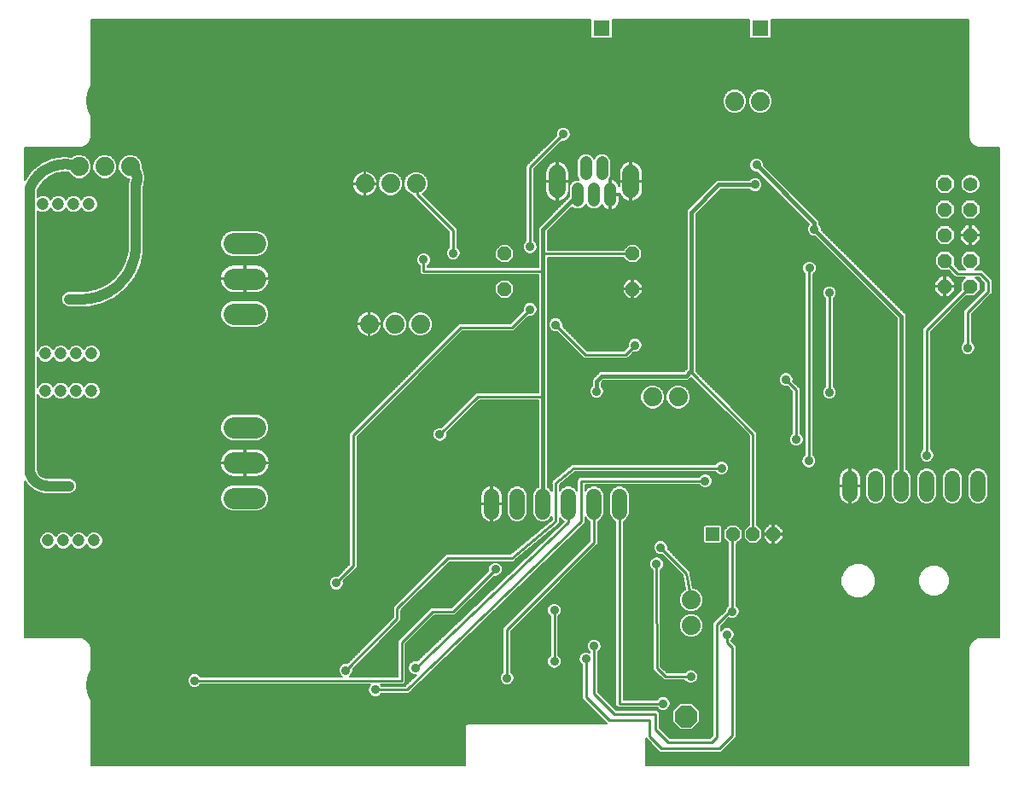
<source format=gbl>
G75*
%MOIN*%
%OFA0B0*%
%FSLAX25Y25*%
%IPPOS*%
%LPD*%
%AMOC8*
5,1,8,0,0,1.08239X$1,22.5*
%
%ADD10C,0.07400*%
%ADD11C,0.06000*%
%ADD12C,0.04756*%
%ADD13C,0.06600*%
%ADD14OC8,0.05200*%
%ADD15C,0.05600*%
%ADD16OC8,0.05600*%
%ADD17C,0.08400*%
%ADD18OC8,0.08500*%
%ADD19R,0.05200X0.05200*%
%ADD20C,0.22000*%
%ADD21C,0.00500*%
%ADD22C,0.03569*%
%ADD23C,0.01600*%
%ADD24C,0.01000*%
%ADD25R,0.06496X0.06496*%
%ADD26C,0.04000*%
%ADD27C,0.04750*%
%ADD28C,0.03500*%
D10*
X0294744Y0114994D03*
X0294744Y0124994D03*
X0289665Y0204311D03*
X0279665Y0204311D03*
X0188997Y0232816D03*
X0178997Y0232816D03*
X0168997Y0232816D03*
X0167326Y0287631D03*
X0177326Y0287631D03*
X0187326Y0287631D03*
X0075694Y0294290D03*
X0065694Y0294290D03*
X0055694Y0294290D03*
X0311827Y0319878D03*
X0321827Y0319878D03*
D11*
X0356827Y0172531D02*
X0356827Y0166531D01*
X0366827Y0166531D02*
X0366827Y0172531D01*
X0376827Y0172531D02*
X0376827Y0166531D01*
X0386827Y0166531D02*
X0386827Y0172531D01*
X0396827Y0172531D02*
X0396827Y0166531D01*
X0406827Y0166531D02*
X0406827Y0172531D01*
X0266827Y0165531D02*
X0266827Y0159531D01*
X0256827Y0159531D02*
X0256827Y0165531D01*
X0246827Y0165531D02*
X0246827Y0159531D01*
X0236827Y0159531D02*
X0236827Y0165531D01*
X0226827Y0165531D02*
X0226827Y0159531D01*
X0216827Y0159531D02*
X0216827Y0165531D01*
D12*
X0250528Y0281035D02*
X0250528Y0285791D01*
X0256827Y0285791D02*
X0256827Y0281035D01*
X0263126Y0281035D02*
X0263126Y0285791D01*
X0259976Y0291271D02*
X0259976Y0296027D01*
X0253677Y0296027D02*
X0253677Y0291271D01*
D13*
X0242457Y0291831D02*
X0242457Y0285231D01*
X0271197Y0285231D02*
X0271197Y0291831D01*
D14*
X0271834Y0260256D03*
X0271827Y0246531D03*
X0221827Y0246531D03*
X0221834Y0260256D03*
X0311091Y0150740D03*
X0318965Y0150740D03*
X0326839Y0150740D03*
D15*
X0403827Y0287531D03*
D16*
X0403827Y0277531D03*
X0393827Y0277531D03*
X0393827Y0287531D03*
X0393827Y0267531D03*
X0403827Y0267531D03*
X0403827Y0257531D03*
X0393827Y0257531D03*
X0393827Y0247531D03*
X0403827Y0247531D03*
D17*
X0124583Y0250531D02*
X0116183Y0250531D01*
X0116183Y0236752D02*
X0124583Y0236752D01*
X0124583Y0264311D02*
X0116183Y0264311D01*
X0116202Y0192390D02*
X0124602Y0192390D01*
X0124602Y0178610D02*
X0116202Y0178610D01*
X0116202Y0164831D02*
X0124602Y0164831D01*
D18*
X0292827Y0079531D03*
D19*
X0303217Y0150740D03*
D20*
X0392316Y0091741D03*
X0069504Y0091748D03*
X0069504Y0320134D03*
X0392316Y0320205D03*
D21*
X0060577Y0106476D02*
X0060577Y0060281D01*
X0206577Y0060281D01*
X0206577Y0076049D01*
X0207309Y0076781D01*
X0261885Y0076781D01*
X0261277Y0077389D01*
X0252167Y0086499D01*
X0252167Y0099553D01*
X0252111Y0099576D01*
X0251314Y0100374D01*
X0250883Y0101415D01*
X0250883Y0102543D01*
X0251314Y0103585D01*
X0252111Y0104382D01*
X0253153Y0104813D01*
X0254281Y0104813D01*
X0255277Y0104401D01*
X0255277Y0104606D01*
X0255221Y0104629D01*
X0254424Y0105426D01*
X0253993Y0106468D01*
X0253993Y0107595D01*
X0254424Y0108637D01*
X0255221Y0109434D01*
X0256263Y0109866D01*
X0257391Y0109866D01*
X0258432Y0109434D01*
X0259230Y0108637D01*
X0259661Y0107595D01*
X0259661Y0106468D01*
X0259230Y0105426D01*
X0258432Y0104629D01*
X0258377Y0104606D01*
X0258377Y0089173D01*
X0265469Y0082081D01*
X0281469Y0082081D01*
X0282377Y0081173D01*
X0282377Y0075173D01*
X0286469Y0071081D01*
X0302185Y0071081D01*
X0303277Y0072173D01*
X0303277Y0116173D01*
X0304185Y0117081D01*
X0307993Y0120889D01*
X0307993Y0121095D01*
X0308424Y0122137D01*
X0309221Y0122934D01*
X0309277Y0122957D01*
X0309277Y0147392D01*
X0307441Y0149228D01*
X0307441Y0152252D01*
X0309579Y0154390D01*
X0312603Y0154390D01*
X0314741Y0152252D01*
X0314741Y0149228D01*
X0312603Y0147090D01*
X0312377Y0147090D01*
X0312377Y0122957D01*
X0312432Y0122934D01*
X0313230Y0122137D01*
X0313661Y0121095D01*
X0313661Y0119968D01*
X0313230Y0118926D01*
X0312432Y0118129D01*
X0311391Y0117697D01*
X0310263Y0117697D01*
X0309500Y0118013D01*
X0306377Y0114889D01*
X0306377Y0113023D01*
X0306424Y0113137D01*
X0307221Y0113934D01*
X0308263Y0114366D01*
X0309391Y0114366D01*
X0310432Y0113934D01*
X0311230Y0113137D01*
X0311661Y0112095D01*
X0311661Y0110968D01*
X0311230Y0109926D01*
X0310432Y0109129D01*
X0310425Y0109125D01*
X0312377Y0107173D01*
X0312377Y0071389D01*
X0311469Y0070481D01*
X0307377Y0066389D01*
X0307377Y0066389D01*
X0306469Y0065481D01*
X0282534Y0065481D01*
X0277077Y0070939D01*
X0277077Y0060281D01*
X0403077Y0060281D01*
X0403077Y0106476D01*
X0403800Y0108222D01*
X0405136Y0109558D01*
X0406882Y0110281D01*
X0415077Y0110281D01*
X0415077Y0301781D01*
X0406882Y0301781D01*
X0405136Y0302504D01*
X0403800Y0303841D01*
X0403077Y0305586D01*
X0403077Y0351781D01*
X0326125Y0351781D01*
X0326125Y0344848D01*
X0325510Y0344233D01*
X0318144Y0344233D01*
X0317529Y0344848D01*
X0317529Y0351781D01*
X0264125Y0351781D01*
X0264125Y0344848D01*
X0263510Y0344233D01*
X0256144Y0344233D01*
X0255529Y0344848D01*
X0255529Y0351781D01*
X0060577Y0351781D01*
X0060577Y0305586D01*
X0059854Y0303841D01*
X0058517Y0302504D01*
X0056772Y0301781D01*
X0034577Y0301781D01*
X0034577Y0289190D01*
X0037085Y0292689D01*
X0037085Y0292689D01*
X0040766Y0295710D01*
X0045103Y0297675D01*
X0045103Y0297675D01*
X0049801Y0298451D01*
X0049801Y0298451D01*
X0052837Y0298151D01*
X0053003Y0298317D01*
X0054749Y0299040D01*
X0056639Y0299040D01*
X0058385Y0298317D01*
X0059721Y0296981D01*
X0060444Y0295235D01*
X0060444Y0293345D01*
X0059721Y0291600D01*
X0058385Y0290263D01*
X0056639Y0289540D01*
X0054749Y0289540D01*
X0053003Y0290263D01*
X0051667Y0291600D01*
X0051480Y0292053D01*
X0050006Y0292198D01*
X0046919Y0291688D01*
X0044069Y0290397D01*
X0041651Y0288413D01*
X0039828Y0285870D01*
X0039377Y0284873D01*
X0039377Y0282431D01*
X0039627Y0282681D01*
X0040885Y0283202D01*
X0042248Y0283202D01*
X0043507Y0282681D01*
X0044470Y0281717D01*
X0044567Y0281484D01*
X0044663Y0281717D01*
X0045627Y0282681D01*
X0046885Y0283202D01*
X0048248Y0283202D01*
X0049507Y0282681D01*
X0050470Y0281717D01*
X0050567Y0281484D01*
X0050663Y0281717D01*
X0051627Y0282681D01*
X0052885Y0283202D01*
X0054248Y0283202D01*
X0055507Y0282681D01*
X0056470Y0281717D01*
X0056567Y0281484D01*
X0056663Y0281717D01*
X0057627Y0282681D01*
X0058885Y0283202D01*
X0060248Y0283202D01*
X0061507Y0282681D01*
X0062470Y0281717D01*
X0062992Y0280459D01*
X0062992Y0279096D01*
X0062470Y0277837D01*
X0061507Y0276874D01*
X0060248Y0276353D01*
X0058885Y0276353D01*
X0057627Y0276874D01*
X0056663Y0277837D01*
X0056567Y0278071D01*
X0056470Y0277837D01*
X0055507Y0276874D01*
X0054248Y0276353D01*
X0052885Y0276353D01*
X0051627Y0276874D01*
X0050663Y0277837D01*
X0050567Y0278071D01*
X0050470Y0277837D01*
X0049507Y0276874D01*
X0048248Y0276353D01*
X0046885Y0276353D01*
X0045627Y0276874D01*
X0044663Y0277837D01*
X0044567Y0278071D01*
X0044470Y0277837D01*
X0043507Y0276874D01*
X0042248Y0276353D01*
X0040885Y0276353D01*
X0039627Y0276874D01*
X0039377Y0277124D01*
X0039377Y0222525D01*
X0039663Y0223217D01*
X0040627Y0224181D01*
X0041885Y0224702D01*
X0043248Y0224702D01*
X0044507Y0224181D01*
X0045470Y0223217D01*
X0045567Y0222984D01*
X0045663Y0223217D01*
X0046627Y0224181D01*
X0047885Y0224702D01*
X0049248Y0224702D01*
X0050507Y0224181D01*
X0051470Y0223217D01*
X0051567Y0222984D01*
X0051663Y0223217D01*
X0052627Y0224181D01*
X0053885Y0224702D01*
X0055248Y0224702D01*
X0056507Y0224181D01*
X0057470Y0223217D01*
X0057567Y0222984D01*
X0057663Y0223217D01*
X0058627Y0224181D01*
X0059885Y0224702D01*
X0061248Y0224702D01*
X0062507Y0224181D01*
X0063470Y0223217D01*
X0063992Y0221959D01*
X0063992Y0220596D01*
X0063470Y0219337D01*
X0062507Y0218374D01*
X0061248Y0217853D01*
X0059885Y0217853D01*
X0058627Y0218374D01*
X0057663Y0219337D01*
X0057567Y0219571D01*
X0057470Y0219337D01*
X0056507Y0218374D01*
X0055248Y0217853D01*
X0053885Y0217853D01*
X0052627Y0218374D01*
X0051663Y0219337D01*
X0051567Y0219571D01*
X0051470Y0219337D01*
X0050507Y0218374D01*
X0049248Y0217853D01*
X0047885Y0217853D01*
X0046627Y0218374D01*
X0045663Y0219337D01*
X0045567Y0219571D01*
X0045470Y0219337D01*
X0044507Y0218374D01*
X0043248Y0217853D01*
X0041885Y0217853D01*
X0040627Y0218374D01*
X0039663Y0219337D01*
X0039377Y0220029D01*
X0039377Y0208025D01*
X0039663Y0208717D01*
X0040627Y0209681D01*
X0041885Y0210202D01*
X0043248Y0210202D01*
X0044507Y0209681D01*
X0045470Y0208717D01*
X0045567Y0208484D01*
X0045663Y0208717D01*
X0046627Y0209681D01*
X0047885Y0210202D01*
X0049248Y0210202D01*
X0050507Y0209681D01*
X0051470Y0208717D01*
X0051567Y0208484D01*
X0051663Y0208717D01*
X0052627Y0209681D01*
X0053885Y0210202D01*
X0055248Y0210202D01*
X0056507Y0209681D01*
X0057470Y0208717D01*
X0057567Y0208484D01*
X0057663Y0208717D01*
X0058627Y0209681D01*
X0059885Y0210202D01*
X0061248Y0210202D01*
X0062507Y0209681D01*
X0063470Y0208717D01*
X0063992Y0207459D01*
X0063992Y0206096D01*
X0063470Y0204837D01*
X0062507Y0203874D01*
X0061248Y0203353D01*
X0059885Y0203353D01*
X0058627Y0203874D01*
X0057663Y0204837D01*
X0057567Y0205071D01*
X0057470Y0204837D01*
X0056507Y0203874D01*
X0055248Y0203353D01*
X0053885Y0203353D01*
X0052627Y0203874D01*
X0051663Y0204837D01*
X0051567Y0205071D01*
X0051470Y0204837D01*
X0050507Y0203874D01*
X0049248Y0203353D01*
X0047885Y0203353D01*
X0046627Y0203874D01*
X0045663Y0204837D01*
X0045567Y0205071D01*
X0045470Y0204837D01*
X0044507Y0203874D01*
X0043248Y0203353D01*
X0041885Y0203353D01*
X0040627Y0203874D01*
X0039663Y0204837D01*
X0039377Y0205529D01*
X0039377Y0176531D01*
X0039425Y0175913D01*
X0039807Y0174738D01*
X0040534Y0173738D01*
X0041534Y0173012D01*
X0042709Y0172630D01*
X0043327Y0172581D01*
X0052433Y0172581D01*
X0053554Y0172117D01*
X0054412Y0171259D01*
X0054877Y0170138D01*
X0054877Y0168925D01*
X0054412Y0167804D01*
X0053554Y0166946D01*
X0052433Y0166481D01*
X0041735Y0166481D01*
X0038707Y0167465D01*
X0038707Y0167465D01*
X0036132Y0169336D01*
X0036132Y0169336D01*
X0036132Y0169336D01*
X0034577Y0171477D01*
X0034577Y0110281D01*
X0056772Y0110281D01*
X0058517Y0109558D01*
X0059854Y0108222D01*
X0060577Y0106476D01*
X0060577Y0106359D02*
X0166462Y0106359D01*
X0166961Y0106857D02*
X0060419Y0106857D01*
X0060212Y0107356D02*
X0167459Y0107356D01*
X0167958Y0107854D02*
X0060006Y0107854D01*
X0059723Y0108353D02*
X0168456Y0108353D01*
X0168955Y0108851D02*
X0059224Y0108851D01*
X0058726Y0109350D02*
X0169453Y0109350D01*
X0169952Y0109848D02*
X0057817Y0109848D01*
X0060577Y0105860D02*
X0165964Y0105860D01*
X0165465Y0105362D02*
X0060577Y0105362D01*
X0060577Y0104863D02*
X0164967Y0104863D01*
X0164468Y0104365D02*
X0060577Y0104365D01*
X0060577Y0103866D02*
X0163970Y0103866D01*
X0163471Y0103368D02*
X0060577Y0103368D01*
X0060577Y0102869D02*
X0162972Y0102869D01*
X0162474Y0102371D02*
X0060577Y0102371D01*
X0060577Y0101872D02*
X0161975Y0101872D01*
X0161477Y0101374D02*
X0060577Y0101374D01*
X0060577Y0100875D02*
X0160978Y0100875D01*
X0160480Y0100377D02*
X0060577Y0100377D01*
X0060577Y0099878D02*
X0158165Y0099878D01*
X0158221Y0099934D02*
X0157424Y0099137D01*
X0156993Y0098095D01*
X0156993Y0096968D01*
X0157424Y0095926D01*
X0158221Y0095129D01*
X0158335Y0095081D01*
X0103252Y0095081D01*
X0103230Y0095137D01*
X0102432Y0095934D01*
X0101391Y0096366D01*
X0100263Y0096366D01*
X0099221Y0095934D01*
X0098424Y0095137D01*
X0097993Y0094095D01*
X0097993Y0092968D01*
X0098424Y0091926D01*
X0099221Y0091129D01*
X0100263Y0090697D01*
X0101391Y0090697D01*
X0102432Y0091129D01*
X0103230Y0091926D01*
X0103252Y0091981D01*
X0169410Y0091981D01*
X0168973Y0091545D01*
X0168542Y0090503D01*
X0168542Y0089376D01*
X0168973Y0088334D01*
X0169771Y0087537D01*
X0170812Y0087105D01*
X0171940Y0087105D01*
X0172982Y0087537D01*
X0173779Y0088334D01*
X0173802Y0088389D01*
X0184388Y0088389D01*
X0185340Y0089341D01*
X0252405Y0154094D01*
X0252421Y0154094D01*
X0252865Y0154539D01*
X0253317Y0154975D01*
X0253317Y0154991D01*
X0253328Y0155002D01*
X0253328Y0155630D01*
X0253339Y0156259D01*
X0253328Y0156271D01*
X0253328Y0157394D01*
X0253393Y0157237D01*
X0254533Y0156098D01*
X0255277Y0155790D01*
X0255277Y0148173D01*
X0221277Y0114173D01*
X0221277Y0096957D01*
X0221221Y0096934D01*
X0220424Y0096137D01*
X0219993Y0095095D01*
X0219993Y0093968D01*
X0220424Y0092926D01*
X0221221Y0092129D01*
X0222263Y0091697D01*
X0223391Y0091697D01*
X0224432Y0092129D01*
X0225230Y0092926D01*
X0225661Y0093968D01*
X0225661Y0095095D01*
X0225230Y0096137D01*
X0224432Y0096934D01*
X0224377Y0096957D01*
X0224377Y0112889D01*
X0257469Y0145981D01*
X0258377Y0146889D01*
X0258377Y0155790D01*
X0259121Y0156098D01*
X0260260Y0157237D01*
X0260877Y0158726D01*
X0260877Y0166337D01*
X0260260Y0167825D01*
X0259121Y0168965D01*
X0257632Y0169581D01*
X0256021Y0169581D01*
X0254533Y0168965D01*
X0253393Y0167825D01*
X0253328Y0167669D01*
X0253328Y0169981D01*
X0297826Y0169981D01*
X0297849Y0169926D01*
X0298646Y0169129D01*
X0299688Y0168697D01*
X0300816Y0168697D01*
X0301857Y0169129D01*
X0302655Y0169926D01*
X0303086Y0170968D01*
X0303086Y0172095D01*
X0302655Y0173137D01*
X0301857Y0173934D01*
X0300816Y0174366D01*
X0299688Y0174366D01*
X0298646Y0173934D01*
X0297849Y0173137D01*
X0297826Y0173081D01*
X0251873Y0173081D01*
X0251279Y0173117D01*
X0251238Y0173081D01*
X0251185Y0173081D01*
X0250764Y0172660D01*
X0250318Y0172265D01*
X0250315Y0172211D01*
X0250277Y0172173D01*
X0250277Y0171578D01*
X0250266Y0171406D01*
X0250228Y0171368D01*
X0250228Y0170772D01*
X0250193Y0170177D01*
X0250228Y0170137D01*
X0250228Y0167857D01*
X0249121Y0168965D01*
X0247632Y0169581D01*
X0246021Y0169581D01*
X0244533Y0168965D01*
X0243416Y0167848D01*
X0243416Y0170097D01*
X0249380Y0174981D01*
X0304251Y0174981D01*
X0304274Y0174926D01*
X0305072Y0174129D01*
X0306113Y0173697D01*
X0307241Y0173697D01*
X0308283Y0174129D01*
X0309080Y0174926D01*
X0309511Y0175968D01*
X0309511Y0177095D01*
X0309080Y0178137D01*
X0308283Y0178934D01*
X0307241Y0179366D01*
X0306113Y0179366D01*
X0305072Y0178934D01*
X0304274Y0178137D01*
X0304251Y0178081D01*
X0248904Y0178081D01*
X0248342Y0178137D01*
X0248273Y0178081D01*
X0248185Y0178081D01*
X0247785Y0177682D01*
X0241312Y0172382D01*
X0241224Y0172382D01*
X0240824Y0171982D01*
X0240387Y0171624D01*
X0240378Y0171536D01*
X0240316Y0171474D01*
X0240316Y0170909D01*
X0240260Y0170346D01*
X0240316Y0170278D01*
X0240316Y0167692D01*
X0240260Y0167825D01*
X0239121Y0168965D01*
X0238677Y0169149D01*
X0238677Y0258706D01*
X0268222Y0258706D01*
X0270322Y0256606D01*
X0273345Y0256606D01*
X0275484Y0258744D01*
X0275484Y0261768D01*
X0273345Y0263906D01*
X0270322Y0263906D01*
X0268222Y0261806D01*
X0238677Y0261806D01*
X0238677Y0268946D01*
X0248223Y0278492D01*
X0248586Y0278129D01*
X0249846Y0277607D01*
X0251209Y0277607D01*
X0252469Y0278129D01*
X0253434Y0279093D01*
X0253677Y0279681D01*
X0253921Y0279093D01*
X0254885Y0278129D01*
X0256145Y0277607D01*
X0257509Y0277607D01*
X0258769Y0278129D01*
X0259733Y0279093D01*
X0259868Y0279420D01*
X0259911Y0279317D01*
X0260308Y0278723D01*
X0260813Y0278217D01*
X0261407Y0277820D01*
X0262068Y0277547D01*
X0262769Y0277407D01*
X0262876Y0277407D01*
X0262876Y0283163D01*
X0263376Y0283163D01*
X0263376Y0277407D01*
X0263483Y0277407D01*
X0264184Y0277547D01*
X0264844Y0277820D01*
X0265439Y0278217D01*
X0265944Y0278723D01*
X0266341Y0279317D01*
X0266615Y0279977D01*
X0266754Y0280678D01*
X0266754Y0283163D01*
X0263376Y0283163D01*
X0263376Y0283663D01*
X0266754Y0283663D01*
X0266754Y0284197D01*
X0266759Y0284166D01*
X0266980Y0283485D01*
X0267305Y0282847D01*
X0267726Y0282267D01*
X0268233Y0281761D01*
X0268812Y0281340D01*
X0269450Y0281015D01*
X0270131Y0280793D01*
X0270839Y0280681D01*
X0270947Y0280681D01*
X0270947Y0282699D01*
X0271203Y0282616D01*
X0271203Y0282616D01*
X0271447Y0282695D01*
X0271447Y0280681D01*
X0271555Y0280681D01*
X0272262Y0280793D01*
X0272943Y0281015D01*
X0273582Y0281340D01*
X0274161Y0281761D01*
X0274667Y0282267D01*
X0275088Y0282847D01*
X0275413Y0283485D01*
X0275635Y0284166D01*
X0275747Y0284873D01*
X0275747Y0288281D01*
X0273448Y0288281D01*
X0273448Y0288781D01*
X0275747Y0288781D01*
X0275747Y0292189D01*
X0275635Y0292897D01*
X0275413Y0293578D01*
X0275088Y0294216D01*
X0274667Y0294795D01*
X0274161Y0295302D01*
X0273582Y0295723D01*
X0272943Y0296048D01*
X0272262Y0296269D01*
X0271555Y0296381D01*
X0271447Y0296381D01*
X0271447Y0294255D01*
X0271197Y0294339D01*
X0270947Y0294259D01*
X0270947Y0296381D01*
X0270839Y0296381D01*
X0270131Y0296269D01*
X0269450Y0296048D01*
X0268812Y0295723D01*
X0268233Y0295302D01*
X0267726Y0294795D01*
X0267305Y0294216D01*
X0266980Y0293578D01*
X0266759Y0292897D01*
X0266647Y0292189D01*
X0266647Y0288781D01*
X0268892Y0288781D01*
X0268892Y0288281D01*
X0266647Y0288281D01*
X0266647Y0286687D01*
X0266615Y0286849D01*
X0266341Y0287510D01*
X0265944Y0288104D01*
X0265439Y0288609D01*
X0264844Y0289006D01*
X0264184Y0289280D01*
X0263483Y0289419D01*
X0263376Y0289419D01*
X0263376Y0283663D01*
X0262876Y0283663D01*
X0262876Y0289323D01*
X0262882Y0289330D01*
X0263404Y0290590D01*
X0263404Y0296709D01*
X0262882Y0297969D01*
X0261918Y0298933D01*
X0260658Y0299455D01*
X0259295Y0299455D01*
X0258035Y0298933D01*
X0257070Y0297969D01*
X0256827Y0297381D01*
X0256583Y0297969D01*
X0255619Y0298933D01*
X0254359Y0299455D01*
X0252995Y0299455D01*
X0251735Y0298933D01*
X0250771Y0297969D01*
X0250249Y0296709D01*
X0250249Y0290590D01*
X0250771Y0289330D01*
X0250882Y0289219D01*
X0249846Y0289219D01*
X0248586Y0288697D01*
X0247621Y0287733D01*
X0247100Y0286473D01*
X0247100Y0282602D01*
X0234977Y0270479D01*
X0234977Y0255081D01*
X0191812Y0255081D01*
X0191812Y0255503D01*
X0191867Y0255526D01*
X0192665Y0256323D01*
X0193096Y0257365D01*
X0193096Y0258492D01*
X0192665Y0259534D01*
X0191867Y0260331D01*
X0190826Y0260763D01*
X0189698Y0260763D01*
X0188656Y0260331D01*
X0187859Y0259534D01*
X0187428Y0258492D01*
X0187428Y0257365D01*
X0187859Y0256323D01*
X0188656Y0255526D01*
X0188712Y0255503D01*
X0188712Y0252889D01*
X0189620Y0251981D01*
X0234977Y0251981D01*
X0234977Y0206081D01*
X0210830Y0206081D01*
X0209922Y0205173D01*
X0197215Y0192467D01*
X0197160Y0192490D01*
X0196032Y0192490D01*
X0194991Y0192058D01*
X0194193Y0191261D01*
X0193762Y0190219D01*
X0193762Y0189092D01*
X0194193Y0188050D01*
X0194991Y0187253D01*
X0196032Y0186821D01*
X0197160Y0186821D01*
X0198202Y0187253D01*
X0198999Y0188050D01*
X0199430Y0189092D01*
X0199430Y0190219D01*
X0199407Y0190275D01*
X0212114Y0202981D01*
X0234977Y0202981D01*
X0234977Y0169149D01*
X0234533Y0168965D01*
X0233393Y0167825D01*
X0232777Y0166337D01*
X0232777Y0158726D01*
X0233393Y0157237D01*
X0234533Y0156098D01*
X0236021Y0155481D01*
X0237632Y0155481D01*
X0239121Y0156098D01*
X0240260Y0157237D01*
X0240316Y0157371D01*
X0240316Y0156473D01*
X0224233Y0142970D01*
X0199088Y0142970D01*
X0198180Y0142062D01*
X0178377Y0122260D01*
X0178377Y0118274D01*
X0160446Y0100343D01*
X0160391Y0100366D01*
X0159263Y0100366D01*
X0158221Y0099934D01*
X0157667Y0099379D02*
X0060577Y0099379D01*
X0060577Y0098881D02*
X0157318Y0098881D01*
X0157112Y0098382D02*
X0060577Y0098382D01*
X0060577Y0097884D02*
X0156993Y0097884D01*
X0156993Y0097385D02*
X0060577Y0097385D01*
X0060577Y0096887D02*
X0157026Y0096887D01*
X0157232Y0096388D02*
X0060577Y0096388D01*
X0060577Y0095890D02*
X0099177Y0095890D01*
X0098679Y0095391D02*
X0060577Y0095391D01*
X0060577Y0094893D02*
X0098323Y0094893D01*
X0098116Y0094394D02*
X0060577Y0094394D01*
X0060577Y0093896D02*
X0097993Y0093896D01*
X0097993Y0093397D02*
X0060577Y0093397D01*
X0060577Y0092899D02*
X0098021Y0092899D01*
X0098227Y0092400D02*
X0060577Y0092400D01*
X0060577Y0091902D02*
X0098448Y0091902D01*
X0098947Y0091403D02*
X0060577Y0091403D01*
X0060577Y0090905D02*
X0099762Y0090905D01*
X0101892Y0090905D02*
X0168708Y0090905D01*
X0168542Y0090406D02*
X0060577Y0090406D01*
X0060577Y0089908D02*
X0168542Y0089908D01*
X0168542Y0089409D02*
X0060577Y0089409D01*
X0060577Y0088911D02*
X0168734Y0088911D01*
X0168941Y0088412D02*
X0060577Y0088412D01*
X0060577Y0087914D02*
X0169393Y0087914D01*
X0170064Y0087415D02*
X0060577Y0087415D01*
X0060577Y0086917D02*
X0252167Y0086917D01*
X0252167Y0087415D02*
X0172688Y0087415D01*
X0173359Y0087914D02*
X0252167Y0087914D01*
X0252167Y0088412D02*
X0184411Y0088412D01*
X0184910Y0088911D02*
X0252167Y0088911D01*
X0252167Y0089409D02*
X0185411Y0089409D01*
X0185927Y0089908D02*
X0252167Y0089908D01*
X0252167Y0090406D02*
X0186443Y0090406D01*
X0186959Y0090905D02*
X0252167Y0090905D01*
X0252167Y0091403D02*
X0187476Y0091403D01*
X0187992Y0091902D02*
X0221769Y0091902D01*
X0220950Y0092400D02*
X0188508Y0092400D01*
X0189025Y0092899D02*
X0220451Y0092899D01*
X0220229Y0093397D02*
X0189541Y0093397D01*
X0190057Y0093896D02*
X0220022Y0093896D01*
X0219993Y0094394D02*
X0190574Y0094394D01*
X0191090Y0094893D02*
X0219993Y0094893D01*
X0220115Y0095391D02*
X0191606Y0095391D01*
X0192122Y0095890D02*
X0220322Y0095890D01*
X0220676Y0096388D02*
X0192639Y0096388D01*
X0193155Y0096887D02*
X0221174Y0096887D01*
X0221277Y0097385D02*
X0193671Y0097385D01*
X0194188Y0097884D02*
X0221277Y0097884D01*
X0221277Y0098382D02*
X0194704Y0098382D01*
X0195220Y0098881D02*
X0221277Y0098881D01*
X0221277Y0099379D02*
X0195737Y0099379D01*
X0196253Y0099878D02*
X0221277Y0099878D01*
X0221277Y0100377D02*
X0196769Y0100377D01*
X0197286Y0100875D02*
X0221277Y0100875D01*
X0221277Y0101374D02*
X0197802Y0101374D01*
X0198318Y0101872D02*
X0221277Y0101872D01*
X0221277Y0102371D02*
X0198834Y0102371D01*
X0199351Y0102869D02*
X0221277Y0102869D01*
X0221277Y0103368D02*
X0199867Y0103368D01*
X0200383Y0103866D02*
X0221277Y0103866D01*
X0221277Y0104365D02*
X0200900Y0104365D01*
X0201416Y0104863D02*
X0221277Y0104863D01*
X0221277Y0105362D02*
X0201932Y0105362D01*
X0202449Y0105860D02*
X0221277Y0105860D01*
X0221277Y0106359D02*
X0202965Y0106359D01*
X0203481Y0106857D02*
X0221277Y0106857D01*
X0221277Y0107356D02*
X0203998Y0107356D01*
X0204514Y0107854D02*
X0221277Y0107854D01*
X0221277Y0108353D02*
X0205030Y0108353D01*
X0205546Y0108851D02*
X0221277Y0108851D01*
X0221277Y0109350D02*
X0206063Y0109350D01*
X0206579Y0109848D02*
X0221277Y0109848D01*
X0221277Y0110347D02*
X0207095Y0110347D01*
X0207612Y0110845D02*
X0221277Y0110845D01*
X0221277Y0111344D02*
X0208128Y0111344D01*
X0208644Y0111842D02*
X0221277Y0111842D01*
X0221277Y0112341D02*
X0209161Y0112341D01*
X0209677Y0112839D02*
X0221277Y0112839D01*
X0221277Y0113338D02*
X0210193Y0113338D01*
X0210710Y0113836D02*
X0221277Y0113836D01*
X0221438Y0114335D02*
X0211226Y0114335D01*
X0211742Y0114833D02*
X0221937Y0114833D01*
X0222435Y0115332D02*
X0212258Y0115332D01*
X0212775Y0115830D02*
X0222934Y0115830D01*
X0223432Y0116329D02*
X0213291Y0116329D01*
X0213807Y0116827D02*
X0223931Y0116827D01*
X0224429Y0117326D02*
X0214324Y0117326D01*
X0214840Y0117824D02*
X0224928Y0117824D01*
X0225426Y0118323D02*
X0215356Y0118323D01*
X0215873Y0118821D02*
X0225925Y0118821D01*
X0226423Y0119320D02*
X0216389Y0119320D01*
X0216905Y0119818D02*
X0226922Y0119818D01*
X0227420Y0120317D02*
X0217421Y0120317D01*
X0217938Y0120815D02*
X0227919Y0120815D01*
X0228417Y0121314D02*
X0218454Y0121314D01*
X0218970Y0121812D02*
X0228916Y0121812D01*
X0229414Y0122311D02*
X0219487Y0122311D01*
X0220003Y0122810D02*
X0229913Y0122810D01*
X0230411Y0123308D02*
X0220519Y0123308D01*
X0221036Y0123807D02*
X0230910Y0123807D01*
X0231408Y0124305D02*
X0221552Y0124305D01*
X0222068Y0124804D02*
X0231907Y0124804D01*
X0232405Y0125302D02*
X0222585Y0125302D01*
X0223101Y0125801D02*
X0232904Y0125801D01*
X0233403Y0126299D02*
X0223617Y0126299D01*
X0224133Y0126798D02*
X0233901Y0126798D01*
X0234400Y0127296D02*
X0224650Y0127296D01*
X0225166Y0127795D02*
X0234898Y0127795D01*
X0235397Y0128293D02*
X0225682Y0128293D01*
X0226199Y0128792D02*
X0235895Y0128792D01*
X0236394Y0129290D02*
X0226715Y0129290D01*
X0227231Y0129789D02*
X0236892Y0129789D01*
X0237391Y0130287D02*
X0227748Y0130287D01*
X0228264Y0130786D02*
X0237889Y0130786D01*
X0238388Y0131284D02*
X0228780Y0131284D01*
X0229297Y0131783D02*
X0238886Y0131783D01*
X0239385Y0132281D02*
X0229813Y0132281D01*
X0230329Y0132780D02*
X0239883Y0132780D01*
X0240382Y0133278D02*
X0230845Y0133278D01*
X0231362Y0133777D02*
X0240880Y0133777D01*
X0241379Y0134275D02*
X0231878Y0134275D01*
X0232394Y0134774D02*
X0241877Y0134774D01*
X0242376Y0135272D02*
X0232911Y0135272D01*
X0233427Y0135771D02*
X0242874Y0135771D01*
X0243373Y0136269D02*
X0233943Y0136269D01*
X0234460Y0136768D02*
X0243871Y0136768D01*
X0244370Y0137266D02*
X0234976Y0137266D01*
X0235492Y0137765D02*
X0244868Y0137765D01*
X0245367Y0138263D02*
X0236009Y0138263D01*
X0236525Y0138762D02*
X0245865Y0138762D01*
X0246364Y0139260D02*
X0237041Y0139260D01*
X0237557Y0139759D02*
X0246862Y0139759D01*
X0247361Y0140257D02*
X0238074Y0140257D01*
X0238590Y0140756D02*
X0247859Y0140756D01*
X0248358Y0141254D02*
X0239106Y0141254D01*
X0239623Y0141753D02*
X0248856Y0141753D01*
X0249355Y0142251D02*
X0240139Y0142251D01*
X0240655Y0142750D02*
X0249853Y0142750D01*
X0250352Y0143248D02*
X0241172Y0143248D01*
X0241688Y0143747D02*
X0250850Y0143747D01*
X0251349Y0144245D02*
X0242204Y0144245D01*
X0242720Y0144744D02*
X0251847Y0144744D01*
X0252346Y0145243D02*
X0243237Y0145243D01*
X0243753Y0145741D02*
X0252844Y0145741D01*
X0253343Y0146240D02*
X0244269Y0146240D01*
X0244786Y0146738D02*
X0253841Y0146738D01*
X0254340Y0147237D02*
X0245302Y0147237D01*
X0245818Y0147735D02*
X0254838Y0147735D01*
X0255277Y0148234D02*
X0246335Y0148234D01*
X0246851Y0148732D02*
X0255277Y0148732D01*
X0255277Y0149231D02*
X0247367Y0149231D01*
X0247884Y0149729D02*
X0255277Y0149729D01*
X0255277Y0150228D02*
X0248400Y0150228D01*
X0248916Y0150726D02*
X0255277Y0150726D01*
X0255277Y0151225D02*
X0249432Y0151225D01*
X0249949Y0151723D02*
X0255277Y0151723D01*
X0255277Y0152222D02*
X0250465Y0152222D01*
X0250981Y0152720D02*
X0255277Y0152720D01*
X0255277Y0153219D02*
X0251498Y0153219D01*
X0252014Y0153717D02*
X0255277Y0153717D01*
X0255277Y0154216D02*
X0252542Y0154216D01*
X0253047Y0154714D02*
X0255277Y0154714D01*
X0255277Y0155213D02*
X0253328Y0155213D01*
X0253330Y0155711D02*
X0255277Y0155711D01*
X0254421Y0156210D02*
X0253339Y0156210D01*
X0253328Y0156708D02*
X0253922Y0156708D01*
X0253424Y0157207D02*
X0253328Y0157207D01*
X0258377Y0155711D02*
X0265277Y0155711D01*
X0265277Y0155790D02*
X0265277Y0083889D01*
X0266185Y0082981D01*
X0281401Y0082981D01*
X0281424Y0082926D01*
X0282221Y0082129D01*
X0283263Y0081697D01*
X0284391Y0081697D01*
X0285432Y0082129D01*
X0286230Y0082926D01*
X0286661Y0083968D01*
X0286661Y0085095D01*
X0286230Y0086137D01*
X0285432Y0086934D01*
X0284391Y0087366D01*
X0283263Y0087366D01*
X0282221Y0086934D01*
X0281424Y0086137D01*
X0281401Y0086081D01*
X0268377Y0086081D01*
X0268377Y0155790D01*
X0269121Y0156098D01*
X0270260Y0157237D01*
X0270877Y0158726D01*
X0270877Y0166337D01*
X0270260Y0167825D01*
X0269121Y0168965D01*
X0267632Y0169581D01*
X0266021Y0169581D01*
X0264533Y0168965D01*
X0263393Y0167825D01*
X0262777Y0166337D01*
X0262777Y0158726D01*
X0263393Y0157237D01*
X0264533Y0156098D01*
X0265277Y0155790D01*
X0265277Y0155213D02*
X0258377Y0155213D01*
X0258377Y0154714D02*
X0265277Y0154714D01*
X0265277Y0154216D02*
X0258377Y0154216D01*
X0258377Y0153717D02*
X0265277Y0153717D01*
X0265277Y0153219D02*
X0258377Y0153219D01*
X0258377Y0152720D02*
X0265277Y0152720D01*
X0265277Y0152222D02*
X0258377Y0152222D01*
X0258377Y0151723D02*
X0265277Y0151723D01*
X0265277Y0151225D02*
X0258377Y0151225D01*
X0258377Y0150726D02*
X0265277Y0150726D01*
X0265277Y0150228D02*
X0258377Y0150228D01*
X0258377Y0149729D02*
X0265277Y0149729D01*
X0265277Y0149231D02*
X0258377Y0149231D01*
X0258377Y0148732D02*
X0265277Y0148732D01*
X0265277Y0148234D02*
X0258377Y0148234D01*
X0258377Y0147735D02*
X0265277Y0147735D01*
X0265277Y0147237D02*
X0258377Y0147237D01*
X0258226Y0146738D02*
X0265277Y0146738D01*
X0265277Y0146240D02*
X0257727Y0146240D01*
X0257229Y0145741D02*
X0265277Y0145741D01*
X0265277Y0145243D02*
X0256730Y0145243D01*
X0256231Y0144744D02*
X0265277Y0144744D01*
X0265277Y0144245D02*
X0255733Y0144245D01*
X0255234Y0143747D02*
X0265277Y0143747D01*
X0265277Y0143248D02*
X0254736Y0143248D01*
X0254237Y0142750D02*
X0265277Y0142750D01*
X0265277Y0142251D02*
X0253739Y0142251D01*
X0253240Y0141753D02*
X0265277Y0141753D01*
X0265277Y0141254D02*
X0252742Y0141254D01*
X0252243Y0140756D02*
X0265277Y0140756D01*
X0265277Y0140257D02*
X0251745Y0140257D01*
X0251246Y0139759D02*
X0265277Y0139759D01*
X0265277Y0139260D02*
X0250748Y0139260D01*
X0250249Y0138762D02*
X0265277Y0138762D01*
X0265277Y0138263D02*
X0249751Y0138263D01*
X0249252Y0137765D02*
X0265277Y0137765D01*
X0265277Y0137266D02*
X0248754Y0137266D01*
X0248255Y0136768D02*
X0265277Y0136768D01*
X0265277Y0136269D02*
X0247757Y0136269D01*
X0247258Y0135771D02*
X0265277Y0135771D01*
X0265277Y0135272D02*
X0246760Y0135272D01*
X0246261Y0134774D02*
X0265277Y0134774D01*
X0265277Y0134275D02*
X0245763Y0134275D01*
X0245264Y0133777D02*
X0265277Y0133777D01*
X0265277Y0133278D02*
X0244766Y0133278D01*
X0244267Y0132780D02*
X0265277Y0132780D01*
X0265277Y0132281D02*
X0243769Y0132281D01*
X0243270Y0131783D02*
X0265277Y0131783D01*
X0265277Y0131284D02*
X0242772Y0131284D01*
X0242273Y0130786D02*
X0265277Y0130786D01*
X0265277Y0130287D02*
X0241775Y0130287D01*
X0241276Y0129789D02*
X0265277Y0129789D01*
X0265277Y0129290D02*
X0240778Y0129290D01*
X0240279Y0128792D02*
X0265277Y0128792D01*
X0265277Y0128293D02*
X0239781Y0128293D01*
X0239282Y0127795D02*
X0265277Y0127795D01*
X0265277Y0127296D02*
X0238784Y0127296D01*
X0238285Y0126798D02*
X0265277Y0126798D01*
X0265277Y0126299D02*
X0237787Y0126299D01*
X0237288Y0125801D02*
X0265277Y0125801D01*
X0265277Y0125302D02*
X0236790Y0125302D01*
X0236291Y0124804D02*
X0265277Y0124804D01*
X0265277Y0124305D02*
X0235793Y0124305D01*
X0235294Y0123807D02*
X0240620Y0123807D01*
X0240763Y0123866D02*
X0239721Y0123434D01*
X0238924Y0122637D01*
X0238493Y0121595D01*
X0238493Y0120468D01*
X0238924Y0119426D01*
X0239721Y0118629D01*
X0239777Y0118606D01*
X0239777Y0103457D01*
X0239721Y0103434D01*
X0238924Y0102637D01*
X0238493Y0101595D01*
X0238493Y0100468D01*
X0238924Y0099426D01*
X0239721Y0098629D01*
X0240763Y0098197D01*
X0241891Y0098197D01*
X0242932Y0098629D01*
X0243730Y0099426D01*
X0244161Y0100468D01*
X0244161Y0101595D01*
X0243730Y0102637D01*
X0242932Y0103434D01*
X0242877Y0103457D01*
X0242877Y0118606D01*
X0242932Y0118629D01*
X0243730Y0119426D01*
X0244161Y0120468D01*
X0244161Y0121595D01*
X0243730Y0122637D01*
X0242932Y0123434D01*
X0241891Y0123866D01*
X0240763Y0123866D01*
X0242033Y0123807D02*
X0265277Y0123807D01*
X0265277Y0123308D02*
X0243058Y0123308D01*
X0243557Y0122810D02*
X0265277Y0122810D01*
X0265277Y0122311D02*
X0243864Y0122311D01*
X0244071Y0121812D02*
X0265277Y0121812D01*
X0265277Y0121314D02*
X0244161Y0121314D01*
X0244161Y0120815D02*
X0265277Y0120815D01*
X0265277Y0120317D02*
X0244099Y0120317D01*
X0243892Y0119818D02*
X0265277Y0119818D01*
X0265277Y0119320D02*
X0243624Y0119320D01*
X0243125Y0118821D02*
X0265277Y0118821D01*
X0265277Y0118323D02*
X0242877Y0118323D01*
X0242877Y0117824D02*
X0265277Y0117824D01*
X0265277Y0117326D02*
X0242877Y0117326D01*
X0242877Y0116827D02*
X0265277Y0116827D01*
X0265277Y0116329D02*
X0242877Y0116329D01*
X0242877Y0115830D02*
X0265277Y0115830D01*
X0265277Y0115332D02*
X0242877Y0115332D01*
X0242877Y0114833D02*
X0265277Y0114833D01*
X0265277Y0114335D02*
X0242877Y0114335D01*
X0242877Y0113836D02*
X0265277Y0113836D01*
X0265277Y0113338D02*
X0242877Y0113338D01*
X0242877Y0112839D02*
X0265277Y0112839D01*
X0265277Y0112341D02*
X0242877Y0112341D01*
X0242877Y0111842D02*
X0265277Y0111842D01*
X0265277Y0111344D02*
X0242877Y0111344D01*
X0242877Y0110845D02*
X0265277Y0110845D01*
X0265277Y0110347D02*
X0242877Y0110347D01*
X0242877Y0109848D02*
X0256221Y0109848D01*
X0255137Y0109350D02*
X0242877Y0109350D01*
X0242877Y0108851D02*
X0254638Y0108851D01*
X0254306Y0108353D02*
X0242877Y0108353D01*
X0242877Y0107854D02*
X0254100Y0107854D01*
X0253993Y0107356D02*
X0242877Y0107356D01*
X0242877Y0106857D02*
X0253993Y0106857D01*
X0254038Y0106359D02*
X0242877Y0106359D01*
X0242877Y0105860D02*
X0254244Y0105860D01*
X0254488Y0105362D02*
X0242877Y0105362D01*
X0242877Y0104863D02*
X0254987Y0104863D01*
X0252094Y0104365D02*
X0242877Y0104365D01*
X0242877Y0103866D02*
X0251596Y0103866D01*
X0251224Y0103368D02*
X0242999Y0103368D01*
X0243497Y0102869D02*
X0251018Y0102869D01*
X0250883Y0102371D02*
X0243840Y0102371D01*
X0244046Y0101872D02*
X0250883Y0101872D01*
X0250900Y0101374D02*
X0244161Y0101374D01*
X0244161Y0100875D02*
X0251107Y0100875D01*
X0251313Y0100377D02*
X0244123Y0100377D01*
X0243917Y0099878D02*
X0251810Y0099878D01*
X0252167Y0099379D02*
X0243683Y0099379D01*
X0243185Y0098881D02*
X0252167Y0098881D01*
X0252167Y0098382D02*
X0242338Y0098382D01*
X0240315Y0098382D02*
X0224377Y0098382D01*
X0224377Y0097884D02*
X0252167Y0097884D01*
X0252167Y0097385D02*
X0224377Y0097385D01*
X0224479Y0096887D02*
X0252167Y0096887D01*
X0252167Y0096388D02*
X0224978Y0096388D01*
X0225332Y0095890D02*
X0252167Y0095890D01*
X0252167Y0095391D02*
X0225538Y0095391D01*
X0225661Y0094893D02*
X0252167Y0094893D01*
X0252167Y0094394D02*
X0225661Y0094394D01*
X0225631Y0093896D02*
X0252167Y0093896D01*
X0252167Y0093397D02*
X0225425Y0093397D01*
X0225203Y0092899D02*
X0252167Y0092899D01*
X0252167Y0092400D02*
X0224704Y0092400D01*
X0223885Y0091902D02*
X0252167Y0091902D01*
X0258377Y0091902D02*
X0265277Y0091902D01*
X0265277Y0092400D02*
X0258377Y0092400D01*
X0258377Y0092899D02*
X0265277Y0092899D01*
X0265277Y0093397D02*
X0258377Y0093397D01*
X0258377Y0093896D02*
X0265277Y0093896D01*
X0265277Y0094394D02*
X0258377Y0094394D01*
X0258377Y0094893D02*
X0265277Y0094893D01*
X0265277Y0095391D02*
X0258377Y0095391D01*
X0258377Y0095890D02*
X0265277Y0095890D01*
X0265277Y0096388D02*
X0258377Y0096388D01*
X0258377Y0096887D02*
X0265277Y0096887D01*
X0265277Y0097385D02*
X0258377Y0097385D01*
X0258377Y0097884D02*
X0265277Y0097884D01*
X0265277Y0098382D02*
X0258377Y0098382D01*
X0258377Y0098881D02*
X0265277Y0098881D01*
X0265277Y0099379D02*
X0258377Y0099379D01*
X0258377Y0099878D02*
X0265277Y0099878D01*
X0265277Y0100377D02*
X0258377Y0100377D01*
X0258377Y0100875D02*
X0265277Y0100875D01*
X0265277Y0101374D02*
X0258377Y0101374D01*
X0258377Y0101872D02*
X0265277Y0101872D01*
X0265277Y0102371D02*
X0258377Y0102371D01*
X0258377Y0102869D02*
X0265277Y0102869D01*
X0265277Y0103368D02*
X0258377Y0103368D01*
X0258377Y0103866D02*
X0265277Y0103866D01*
X0265277Y0104365D02*
X0258377Y0104365D01*
X0258667Y0104863D02*
X0265277Y0104863D01*
X0265277Y0105362D02*
X0259165Y0105362D01*
X0259409Y0105860D02*
X0265277Y0105860D01*
X0265277Y0106359D02*
X0259616Y0106359D01*
X0259661Y0106857D02*
X0265277Y0106857D01*
X0265277Y0107356D02*
X0259661Y0107356D01*
X0259554Y0107854D02*
X0265277Y0107854D01*
X0265277Y0108353D02*
X0259347Y0108353D01*
X0259015Y0108851D02*
X0265277Y0108851D01*
X0265277Y0109350D02*
X0258517Y0109350D01*
X0257432Y0109848D02*
X0265277Y0109848D01*
X0268377Y0109848D02*
X0279765Y0109848D01*
X0279765Y0109350D02*
X0268377Y0109350D01*
X0268377Y0108851D02*
X0279766Y0108851D01*
X0279766Y0108353D02*
X0268377Y0108353D01*
X0268377Y0107854D02*
X0279767Y0107854D01*
X0279767Y0107356D02*
X0268377Y0107356D01*
X0268377Y0106857D02*
X0279768Y0106857D01*
X0279768Y0106359D02*
X0268377Y0106359D01*
X0268377Y0105860D02*
X0279769Y0105860D01*
X0279769Y0105362D02*
X0268377Y0105362D01*
X0268377Y0104863D02*
X0279770Y0104863D01*
X0279771Y0104365D02*
X0268377Y0104365D01*
X0268377Y0103866D02*
X0279771Y0103866D01*
X0279772Y0103368D02*
X0268377Y0103368D01*
X0268377Y0102869D02*
X0279772Y0102869D01*
X0279773Y0102371D02*
X0268377Y0102371D01*
X0268377Y0101872D02*
X0279773Y0101872D01*
X0279774Y0101374D02*
X0268377Y0101374D01*
X0268377Y0100875D02*
X0279774Y0100875D01*
X0279775Y0100377D02*
X0268377Y0100377D01*
X0268377Y0099878D02*
X0279775Y0099878D01*
X0279776Y0099379D02*
X0268377Y0099379D01*
X0268377Y0098881D02*
X0279776Y0098881D01*
X0279777Y0098532D02*
X0279777Y0097889D01*
X0279777Y0097889D01*
X0279777Y0097888D01*
X0280231Y0097435D01*
X0284094Y0093572D01*
X0292251Y0093572D01*
X0292266Y0093536D01*
X0293054Y0092748D01*
X0294083Y0092322D01*
X0295197Y0092322D01*
X0296226Y0092748D01*
X0297014Y0093536D01*
X0297440Y0094565D01*
X0297440Y0095679D01*
X0297014Y0096708D01*
X0296226Y0097495D01*
X0295197Y0097922D01*
X0294083Y0097922D01*
X0293054Y0097495D01*
X0292266Y0096708D01*
X0292251Y0096672D01*
X0285379Y0096672D01*
X0282876Y0099174D01*
X0282840Y0132890D01*
X0282836Y0136655D01*
X0282889Y0136677D01*
X0283686Y0137474D01*
X0284118Y0138516D01*
X0284118Y0139643D01*
X0283686Y0140685D01*
X0282889Y0141482D01*
X0281847Y0141914D01*
X0280720Y0141914D01*
X0279678Y0141482D01*
X0278881Y0140685D01*
X0278449Y0139643D01*
X0278449Y0138516D01*
X0278881Y0137474D01*
X0279678Y0136677D01*
X0279736Y0136652D01*
X0279739Y0134171D01*
X0279777Y0098532D01*
X0279777Y0098382D02*
X0268377Y0098382D01*
X0268377Y0097884D02*
X0279781Y0097884D01*
X0280281Y0097385D02*
X0268377Y0097385D01*
X0268377Y0096887D02*
X0280779Y0096887D01*
X0281278Y0096388D02*
X0268377Y0096388D01*
X0268377Y0095890D02*
X0281776Y0095890D01*
X0282275Y0095391D02*
X0268377Y0095391D01*
X0268377Y0094893D02*
X0282773Y0094893D01*
X0283272Y0094394D02*
X0268377Y0094394D01*
X0268377Y0093896D02*
X0283770Y0093896D01*
X0285163Y0096887D02*
X0292445Y0096887D01*
X0292944Y0097385D02*
X0284665Y0097385D01*
X0284166Y0097884D02*
X0293992Y0097884D01*
X0295288Y0097884D02*
X0303277Y0097884D01*
X0303277Y0098382D02*
X0283668Y0098382D01*
X0283169Y0098881D02*
X0303277Y0098881D01*
X0303277Y0099379D02*
X0282876Y0099379D01*
X0282875Y0099878D02*
X0303277Y0099878D01*
X0303277Y0100377D02*
X0282875Y0100377D01*
X0282874Y0100875D02*
X0303277Y0100875D01*
X0303277Y0101374D02*
X0282874Y0101374D01*
X0282873Y0101872D02*
X0303277Y0101872D01*
X0303277Y0102371D02*
X0282873Y0102371D01*
X0282872Y0102869D02*
X0303277Y0102869D01*
X0303277Y0103368D02*
X0282872Y0103368D01*
X0282871Y0103866D02*
X0303277Y0103866D01*
X0303277Y0104365D02*
X0282871Y0104365D01*
X0282870Y0104863D02*
X0303277Y0104863D01*
X0303277Y0105362D02*
X0282869Y0105362D01*
X0282869Y0105860D02*
X0303277Y0105860D01*
X0303277Y0106359D02*
X0282868Y0106359D01*
X0282868Y0106857D02*
X0303277Y0106857D01*
X0303277Y0107356D02*
X0282867Y0107356D01*
X0282867Y0107854D02*
X0303277Y0107854D01*
X0303277Y0108353D02*
X0282866Y0108353D01*
X0282866Y0108851D02*
X0303277Y0108851D01*
X0303277Y0109350D02*
X0282865Y0109350D01*
X0282865Y0109848D02*
X0303277Y0109848D01*
X0303277Y0110347D02*
X0295936Y0110347D01*
X0295689Y0110244D02*
X0297434Y0110967D01*
X0298771Y0112303D01*
X0299494Y0114049D01*
X0299494Y0115939D01*
X0298771Y0117685D01*
X0297434Y0119021D01*
X0295689Y0119744D01*
X0293799Y0119744D01*
X0292053Y0119021D01*
X0290717Y0117685D01*
X0289994Y0115939D01*
X0289994Y0114049D01*
X0290717Y0112303D01*
X0292053Y0110967D01*
X0293799Y0110244D01*
X0295689Y0110244D01*
X0297140Y0110845D02*
X0303277Y0110845D01*
X0303277Y0111344D02*
X0297811Y0111344D01*
X0298309Y0111842D02*
X0303277Y0111842D01*
X0303277Y0112341D02*
X0298786Y0112341D01*
X0298993Y0112839D02*
X0303277Y0112839D01*
X0303277Y0113338D02*
X0299199Y0113338D01*
X0299406Y0113836D02*
X0303277Y0113836D01*
X0303277Y0114335D02*
X0299494Y0114335D01*
X0299494Y0114833D02*
X0303277Y0114833D01*
X0303277Y0115332D02*
X0299494Y0115332D01*
X0299494Y0115830D02*
X0303277Y0115830D01*
X0303432Y0116329D02*
X0299332Y0116329D01*
X0299126Y0116827D02*
X0303931Y0116827D01*
X0304429Y0117326D02*
X0298919Y0117326D01*
X0298631Y0117824D02*
X0304928Y0117824D01*
X0305426Y0118323D02*
X0298132Y0118323D01*
X0297634Y0118821D02*
X0305925Y0118821D01*
X0306423Y0119320D02*
X0296713Y0119320D01*
X0295864Y0120317D02*
X0307420Y0120317D01*
X0306922Y0119818D02*
X0282854Y0119818D01*
X0282855Y0119320D02*
X0292775Y0119320D01*
X0291854Y0118821D02*
X0282855Y0118821D01*
X0282856Y0118323D02*
X0291355Y0118323D01*
X0290857Y0117824D02*
X0282856Y0117824D01*
X0282857Y0117326D02*
X0290568Y0117326D01*
X0290362Y0116827D02*
X0282857Y0116827D01*
X0282858Y0116329D02*
X0290155Y0116329D01*
X0289994Y0115830D02*
X0282858Y0115830D01*
X0282859Y0115332D02*
X0289994Y0115332D01*
X0289994Y0114833D02*
X0282859Y0114833D01*
X0282860Y0114335D02*
X0289994Y0114335D01*
X0290082Y0113836D02*
X0282860Y0113836D01*
X0282861Y0113338D02*
X0290288Y0113338D01*
X0290495Y0112839D02*
X0282861Y0112839D01*
X0282862Y0112341D02*
X0290701Y0112341D01*
X0291178Y0111842D02*
X0282863Y0111842D01*
X0282863Y0111344D02*
X0291677Y0111344D01*
X0292348Y0110845D02*
X0282864Y0110845D01*
X0282864Y0110347D02*
X0293551Y0110347D01*
X0293799Y0120244D02*
X0295689Y0120244D01*
X0297434Y0120967D01*
X0298771Y0122303D01*
X0299494Y0124049D01*
X0299494Y0125939D01*
X0298771Y0127685D01*
X0297434Y0129021D01*
X0295689Y0129744D01*
X0295455Y0129744D01*
X0294377Y0135671D01*
X0294377Y0136173D01*
X0294265Y0136285D01*
X0294237Y0136440D01*
X0293824Y0136726D01*
X0285638Y0144912D01*
X0285661Y0144968D01*
X0285661Y0146095D01*
X0285230Y0147137D01*
X0284432Y0147934D01*
X0283391Y0148366D01*
X0282263Y0148366D01*
X0281221Y0147934D01*
X0280424Y0147137D01*
X0279993Y0146095D01*
X0279993Y0144968D01*
X0280424Y0143926D01*
X0281221Y0143129D01*
X0282263Y0142697D01*
X0283391Y0142697D01*
X0283446Y0142720D01*
X0291388Y0134778D01*
X0292409Y0129168D01*
X0292053Y0129021D01*
X0290717Y0127685D01*
X0289994Y0125939D01*
X0289994Y0124049D01*
X0290717Y0122303D01*
X0292053Y0120967D01*
X0293799Y0120244D01*
X0293623Y0120317D02*
X0282853Y0120317D01*
X0282853Y0120815D02*
X0292420Y0120815D01*
X0291706Y0121314D02*
X0282852Y0121314D01*
X0282852Y0121812D02*
X0291208Y0121812D01*
X0290714Y0122311D02*
X0282851Y0122311D01*
X0282851Y0122810D02*
X0290507Y0122810D01*
X0290301Y0123308D02*
X0282850Y0123308D01*
X0282850Y0123807D02*
X0290094Y0123807D01*
X0289994Y0124305D02*
X0282849Y0124305D01*
X0282849Y0124804D02*
X0289994Y0124804D01*
X0289994Y0125302D02*
X0282848Y0125302D01*
X0282848Y0125801D02*
X0289994Y0125801D01*
X0290143Y0126299D02*
X0282847Y0126299D01*
X0282846Y0126798D02*
X0290349Y0126798D01*
X0290556Y0127296D02*
X0282846Y0127296D01*
X0282845Y0127795D02*
X0290827Y0127795D01*
X0291325Y0128293D02*
X0282845Y0128293D01*
X0282844Y0128792D02*
X0291824Y0128792D01*
X0292387Y0129290D02*
X0282844Y0129290D01*
X0282843Y0129789D02*
X0292296Y0129789D01*
X0292205Y0130287D02*
X0282843Y0130287D01*
X0282842Y0130786D02*
X0292115Y0130786D01*
X0292024Y0131284D02*
X0282842Y0131284D01*
X0282841Y0131783D02*
X0291933Y0131783D01*
X0291843Y0132281D02*
X0282841Y0132281D01*
X0282840Y0132780D02*
X0291752Y0132780D01*
X0291661Y0133278D02*
X0282840Y0133278D01*
X0282840Y0132890D02*
X0282840Y0132890D01*
X0282839Y0133777D02*
X0291571Y0133777D01*
X0291480Y0134275D02*
X0282838Y0134275D01*
X0282838Y0134774D02*
X0291389Y0134774D01*
X0290894Y0135272D02*
X0282837Y0135272D01*
X0282837Y0135771D02*
X0290395Y0135771D01*
X0289897Y0136269D02*
X0282836Y0136269D01*
X0282980Y0136768D02*
X0289398Y0136768D01*
X0288900Y0137266D02*
X0283479Y0137266D01*
X0283807Y0137765D02*
X0288401Y0137765D01*
X0287903Y0138263D02*
X0284013Y0138263D01*
X0284118Y0138762D02*
X0287404Y0138762D01*
X0286906Y0139260D02*
X0284118Y0139260D01*
X0284070Y0139759D02*
X0286407Y0139759D01*
X0285909Y0140257D02*
X0283863Y0140257D01*
X0283615Y0140756D02*
X0285410Y0140756D01*
X0284912Y0141254D02*
X0283116Y0141254D01*
X0282235Y0141753D02*
X0284413Y0141753D01*
X0283915Y0142251D02*
X0268377Y0142251D01*
X0268377Y0141753D02*
X0280332Y0141753D01*
X0279450Y0141254D02*
X0268377Y0141254D01*
X0268377Y0140756D02*
X0278952Y0140756D01*
X0278704Y0140257D02*
X0268377Y0140257D01*
X0268377Y0139759D02*
X0278497Y0139759D01*
X0278449Y0139260D02*
X0268377Y0139260D01*
X0268377Y0138762D02*
X0278449Y0138762D01*
X0278554Y0138263D02*
X0268377Y0138263D01*
X0268377Y0137765D02*
X0278760Y0137765D01*
X0279088Y0137266D02*
X0268377Y0137266D01*
X0268377Y0136768D02*
X0279587Y0136768D01*
X0279736Y0136269D02*
X0268377Y0136269D01*
X0268377Y0135771D02*
X0279737Y0135771D01*
X0279737Y0135272D02*
X0268377Y0135272D01*
X0268377Y0134774D02*
X0279738Y0134774D01*
X0279738Y0134275D02*
X0268377Y0134275D01*
X0268377Y0133777D02*
X0279739Y0133777D01*
X0279740Y0133278D02*
X0268377Y0133278D01*
X0268377Y0132780D02*
X0279740Y0132780D01*
X0279741Y0132281D02*
X0268377Y0132281D01*
X0268377Y0131783D02*
X0279741Y0131783D01*
X0279742Y0131284D02*
X0268377Y0131284D01*
X0268377Y0130786D02*
X0279742Y0130786D01*
X0279743Y0130287D02*
X0268377Y0130287D01*
X0268377Y0129789D02*
X0279743Y0129789D01*
X0279744Y0129290D02*
X0268377Y0129290D01*
X0268377Y0128792D02*
X0279744Y0128792D01*
X0279745Y0128293D02*
X0268377Y0128293D01*
X0268377Y0127795D02*
X0279745Y0127795D01*
X0279746Y0127296D02*
X0268377Y0127296D01*
X0268377Y0126798D02*
X0279746Y0126798D01*
X0279747Y0126299D02*
X0268377Y0126299D01*
X0268377Y0125801D02*
X0279748Y0125801D01*
X0279748Y0125302D02*
X0268377Y0125302D01*
X0268377Y0124804D02*
X0279749Y0124804D01*
X0279749Y0124305D02*
X0268377Y0124305D01*
X0268377Y0123807D02*
X0279750Y0123807D01*
X0279750Y0123308D02*
X0268377Y0123308D01*
X0268377Y0122810D02*
X0279751Y0122810D01*
X0279751Y0122311D02*
X0268377Y0122311D01*
X0268377Y0121812D02*
X0279752Y0121812D01*
X0279752Y0121314D02*
X0268377Y0121314D01*
X0268377Y0120815D02*
X0279753Y0120815D01*
X0279753Y0120317D02*
X0268377Y0120317D01*
X0268377Y0119818D02*
X0279754Y0119818D01*
X0279755Y0119320D02*
X0268377Y0119320D01*
X0268377Y0118821D02*
X0279755Y0118821D01*
X0279756Y0118323D02*
X0268377Y0118323D01*
X0268377Y0117824D02*
X0279756Y0117824D01*
X0279757Y0117326D02*
X0268377Y0117326D01*
X0268377Y0116827D02*
X0279757Y0116827D01*
X0279758Y0116329D02*
X0268377Y0116329D01*
X0268377Y0115830D02*
X0279758Y0115830D01*
X0279759Y0115332D02*
X0268377Y0115332D01*
X0268377Y0114833D02*
X0279759Y0114833D01*
X0279760Y0114335D02*
X0268377Y0114335D01*
X0268377Y0113836D02*
X0279760Y0113836D01*
X0279761Y0113338D02*
X0268377Y0113338D01*
X0268377Y0112839D02*
X0279761Y0112839D01*
X0279762Y0112341D02*
X0268377Y0112341D01*
X0268377Y0111842D02*
X0279763Y0111842D01*
X0279763Y0111344D02*
X0268377Y0111344D01*
X0268377Y0110845D02*
X0279764Y0110845D01*
X0279764Y0110347D02*
X0268377Y0110347D01*
X0239777Y0110347D02*
X0224377Y0110347D01*
X0224377Y0110845D02*
X0239777Y0110845D01*
X0239777Y0111344D02*
X0224377Y0111344D01*
X0224377Y0111842D02*
X0239777Y0111842D01*
X0239777Y0112341D02*
X0224377Y0112341D01*
X0224377Y0112839D02*
X0239777Y0112839D01*
X0239777Y0113338D02*
X0224825Y0113338D01*
X0225324Y0113836D02*
X0239777Y0113836D01*
X0239777Y0114335D02*
X0225822Y0114335D01*
X0226321Y0114833D02*
X0239777Y0114833D01*
X0239777Y0115332D02*
X0226819Y0115332D01*
X0227318Y0115830D02*
X0239777Y0115830D01*
X0239777Y0116329D02*
X0227816Y0116329D01*
X0228315Y0116827D02*
X0239777Y0116827D01*
X0239777Y0117326D02*
X0228813Y0117326D01*
X0229312Y0117824D02*
X0239777Y0117824D01*
X0239777Y0118323D02*
X0229810Y0118323D01*
X0230309Y0118821D02*
X0239528Y0118821D01*
X0239030Y0119320D02*
X0230807Y0119320D01*
X0231306Y0119818D02*
X0238761Y0119818D01*
X0238555Y0120317D02*
X0231804Y0120317D01*
X0232303Y0120815D02*
X0238493Y0120815D01*
X0238493Y0121314D02*
X0232801Y0121314D01*
X0233300Y0121812D02*
X0238583Y0121812D01*
X0238789Y0122311D02*
X0233798Y0122311D01*
X0234297Y0122810D02*
X0239097Y0122810D01*
X0239595Y0123308D02*
X0234795Y0123308D01*
X0239777Y0109848D02*
X0224377Y0109848D01*
X0224377Y0109350D02*
X0239777Y0109350D01*
X0239777Y0108851D02*
X0224377Y0108851D01*
X0224377Y0108353D02*
X0239777Y0108353D01*
X0239777Y0107854D02*
X0224377Y0107854D01*
X0224377Y0107356D02*
X0239777Y0107356D01*
X0239777Y0106857D02*
X0224377Y0106857D01*
X0224377Y0106359D02*
X0239777Y0106359D01*
X0239777Y0105860D02*
X0224377Y0105860D01*
X0224377Y0105362D02*
X0239777Y0105362D01*
X0239777Y0104863D02*
X0224377Y0104863D01*
X0224377Y0104365D02*
X0239777Y0104365D01*
X0239777Y0103866D02*
X0224377Y0103866D01*
X0224377Y0103368D02*
X0239655Y0103368D01*
X0239156Y0102869D02*
X0224377Y0102869D01*
X0224377Y0102371D02*
X0238814Y0102371D01*
X0238607Y0101872D02*
X0224377Y0101872D01*
X0224377Y0101374D02*
X0238493Y0101374D01*
X0238493Y0100875D02*
X0224377Y0100875D01*
X0224377Y0100377D02*
X0238530Y0100377D01*
X0238737Y0099878D02*
X0224377Y0099878D01*
X0224377Y0099379D02*
X0238970Y0099379D01*
X0239469Y0098881D02*
X0224377Y0098881D01*
X0199834Y0112839D02*
X0188327Y0112839D01*
X0187828Y0112341D02*
X0199310Y0112341D01*
X0198786Y0111842D02*
X0187330Y0111842D01*
X0186831Y0111344D02*
X0198262Y0111344D01*
X0197737Y0110845D02*
X0186333Y0110845D01*
X0185834Y0110347D02*
X0197213Y0110347D01*
X0196689Y0109848D02*
X0185336Y0109848D01*
X0184837Y0109350D02*
X0196164Y0109350D01*
X0195640Y0108851D02*
X0184339Y0108851D01*
X0183840Y0108353D02*
X0195116Y0108353D01*
X0194591Y0107854D02*
X0183342Y0107854D01*
X0183277Y0107790D02*
X0194469Y0118981D01*
X0202469Y0118981D01*
X0217708Y0134220D01*
X0217763Y0134197D01*
X0218891Y0134197D01*
X0219932Y0134629D01*
X0220730Y0135426D01*
X0221161Y0136468D01*
X0221161Y0137595D01*
X0220730Y0138637D01*
X0219932Y0139434D01*
X0218891Y0139866D01*
X0217763Y0139866D01*
X0216721Y0139434D01*
X0215924Y0138637D01*
X0215493Y0137595D01*
X0215493Y0136468D01*
X0215516Y0136412D01*
X0201185Y0122081D01*
X0193185Y0122081D01*
X0192277Y0121173D01*
X0181085Y0109982D01*
X0180177Y0109074D01*
X0180177Y0095081D01*
X0161318Y0095081D01*
X0161432Y0095129D01*
X0162230Y0095926D01*
X0162661Y0096968D01*
X0162661Y0098095D01*
X0162638Y0098151D01*
X0180569Y0116082D01*
X0181477Y0116990D01*
X0181477Y0120976D01*
X0200372Y0139870D01*
X0224729Y0139870D01*
X0225302Y0139820D01*
X0225361Y0139870D01*
X0225439Y0139870D01*
X0225845Y0140277D01*
X0242430Y0154200D01*
X0242508Y0154200D01*
X0242914Y0154607D01*
X0243354Y0154976D01*
X0243361Y0155054D01*
X0243416Y0155108D01*
X0243416Y0155683D01*
X0243466Y0156255D01*
X0243416Y0156315D01*
X0243416Y0157215D01*
X0244533Y0156098D01*
X0245088Y0155868D01*
X0187689Y0101291D01*
X0187572Y0101339D01*
X0186445Y0101339D01*
X0185403Y0100908D01*
X0184606Y0100111D01*
X0184174Y0099069D01*
X0184174Y0097941D01*
X0184606Y0096900D01*
X0185403Y0096102D01*
X0186445Y0095671D01*
X0187433Y0095671D01*
X0183628Y0091997D01*
X0183612Y0091997D01*
X0183168Y0091553D01*
X0183102Y0091489D01*
X0173802Y0091489D01*
X0173779Y0091545D01*
X0173342Y0091981D01*
X0182369Y0091981D01*
X0183277Y0092889D01*
X0183277Y0107790D01*
X0183277Y0107356D02*
X0194067Y0107356D01*
X0193543Y0106857D02*
X0183277Y0106857D01*
X0183277Y0106359D02*
X0193019Y0106359D01*
X0192494Y0105860D02*
X0183277Y0105860D01*
X0183277Y0105362D02*
X0191970Y0105362D01*
X0191446Y0104863D02*
X0183277Y0104863D01*
X0183277Y0104365D02*
X0190921Y0104365D01*
X0190397Y0103866D02*
X0183277Y0103866D01*
X0183277Y0103368D02*
X0189873Y0103368D01*
X0189348Y0102869D02*
X0183277Y0102869D01*
X0183277Y0102371D02*
X0188824Y0102371D01*
X0188300Y0101872D02*
X0183277Y0101872D01*
X0183277Y0101374D02*
X0187776Y0101374D01*
X0185370Y0100875D02*
X0183277Y0100875D01*
X0183277Y0100377D02*
X0184871Y0100377D01*
X0184509Y0099878D02*
X0183277Y0099878D01*
X0183277Y0099379D02*
X0184303Y0099379D01*
X0184174Y0098881D02*
X0183277Y0098881D01*
X0183277Y0098382D02*
X0184174Y0098382D01*
X0184198Y0097884D02*
X0183277Y0097884D01*
X0183277Y0097385D02*
X0184404Y0097385D01*
X0184618Y0096887D02*
X0183277Y0096887D01*
X0183277Y0096388D02*
X0185117Y0096388D01*
X0185916Y0095890D02*
X0183277Y0095890D01*
X0183277Y0095391D02*
X0187143Y0095391D01*
X0186627Y0094893D02*
X0183277Y0094893D01*
X0183277Y0094394D02*
X0186111Y0094394D01*
X0185594Y0093896D02*
X0183277Y0093896D01*
X0183277Y0093397D02*
X0185078Y0093397D01*
X0184562Y0092899D02*
X0183277Y0092899D01*
X0182788Y0092400D02*
X0184045Y0092400D01*
X0183517Y0091902D02*
X0173422Y0091902D01*
X0169330Y0091902D02*
X0103205Y0091902D01*
X0102707Y0091403D02*
X0168915Y0091403D01*
X0162194Y0095890D02*
X0180177Y0095890D01*
X0180177Y0096388D02*
X0162421Y0096388D01*
X0162628Y0096887D02*
X0180177Y0096887D01*
X0180177Y0097385D02*
X0162661Y0097385D01*
X0162661Y0097884D02*
X0180177Y0097884D01*
X0180177Y0098382D02*
X0162870Y0098382D01*
X0163368Y0098881D02*
X0180177Y0098881D01*
X0180177Y0099379D02*
X0163867Y0099379D01*
X0164365Y0099878D02*
X0180177Y0099878D01*
X0180177Y0100377D02*
X0164864Y0100377D01*
X0165362Y0100875D02*
X0180177Y0100875D01*
X0180177Y0101374D02*
X0165861Y0101374D01*
X0166359Y0101872D02*
X0180177Y0101872D01*
X0180177Y0102371D02*
X0166858Y0102371D01*
X0167357Y0102869D02*
X0180177Y0102869D01*
X0180177Y0103368D02*
X0167855Y0103368D01*
X0168354Y0103866D02*
X0180177Y0103866D01*
X0180177Y0104365D02*
X0168852Y0104365D01*
X0169351Y0104863D02*
X0180177Y0104863D01*
X0180177Y0105362D02*
X0169849Y0105362D01*
X0170348Y0105860D02*
X0180177Y0105860D01*
X0180177Y0106359D02*
X0170846Y0106359D01*
X0171345Y0106857D02*
X0180177Y0106857D01*
X0180177Y0107356D02*
X0171843Y0107356D01*
X0172342Y0107854D02*
X0180177Y0107854D01*
X0180177Y0108353D02*
X0172840Y0108353D01*
X0173339Y0108851D02*
X0180177Y0108851D01*
X0180453Y0109350D02*
X0173837Y0109350D01*
X0174336Y0109848D02*
X0180952Y0109848D01*
X0181085Y0109982D02*
X0181085Y0109982D01*
X0181450Y0110347D02*
X0174834Y0110347D01*
X0175333Y0110845D02*
X0181949Y0110845D01*
X0182447Y0111344D02*
X0175831Y0111344D01*
X0176330Y0111842D02*
X0182946Y0111842D01*
X0183444Y0112341D02*
X0176828Y0112341D01*
X0177327Y0112839D02*
X0183943Y0112839D01*
X0184441Y0113338D02*
X0177825Y0113338D01*
X0178324Y0113836D02*
X0184940Y0113836D01*
X0185438Y0114335D02*
X0178822Y0114335D01*
X0179321Y0114833D02*
X0185937Y0114833D01*
X0186435Y0115332D02*
X0179819Y0115332D01*
X0180318Y0115830D02*
X0186934Y0115830D01*
X0187432Y0116329D02*
X0180816Y0116329D01*
X0181315Y0116827D02*
X0187931Y0116827D01*
X0188429Y0117326D02*
X0181477Y0117326D01*
X0181477Y0117824D02*
X0188928Y0117824D01*
X0189426Y0118323D02*
X0181477Y0118323D01*
X0181477Y0118821D02*
X0189925Y0118821D01*
X0190423Y0119320D02*
X0181477Y0119320D01*
X0181477Y0119818D02*
X0190922Y0119818D01*
X0191420Y0120317D02*
X0181477Y0120317D01*
X0181477Y0120815D02*
X0191919Y0120815D01*
X0192277Y0121173D02*
X0192277Y0121173D01*
X0192417Y0121314D02*
X0181816Y0121314D01*
X0182314Y0121812D02*
X0192916Y0121812D01*
X0194309Y0118821D02*
X0206126Y0118821D01*
X0205602Y0118323D02*
X0193810Y0118323D01*
X0193312Y0117824D02*
X0205077Y0117824D01*
X0204553Y0117326D02*
X0192813Y0117326D01*
X0192315Y0116827D02*
X0204029Y0116827D01*
X0203504Y0116329D02*
X0191816Y0116329D01*
X0191318Y0115830D02*
X0202980Y0115830D01*
X0202456Y0115332D02*
X0190819Y0115332D01*
X0190321Y0114833D02*
X0201932Y0114833D01*
X0201407Y0114335D02*
X0189822Y0114335D01*
X0189324Y0113836D02*
X0200883Y0113836D01*
X0200359Y0113338D02*
X0188825Y0113338D01*
X0178377Y0118323D02*
X0034577Y0118323D01*
X0034577Y0118821D02*
X0178377Y0118821D01*
X0178377Y0119320D02*
X0034577Y0119320D01*
X0034577Y0119818D02*
X0178377Y0119818D01*
X0178377Y0120317D02*
X0034577Y0120317D01*
X0034577Y0120815D02*
X0178377Y0120815D01*
X0178377Y0121314D02*
X0034577Y0121314D01*
X0034577Y0121812D02*
X0178377Y0121812D01*
X0178428Y0122311D02*
X0034577Y0122311D01*
X0034577Y0122810D02*
X0178927Y0122810D01*
X0179426Y0123308D02*
X0034577Y0123308D01*
X0034577Y0123807D02*
X0179924Y0123807D01*
X0180423Y0124305D02*
X0034577Y0124305D01*
X0034577Y0124804D02*
X0180921Y0124804D01*
X0181420Y0125302D02*
X0034577Y0125302D01*
X0034577Y0125801D02*
X0181918Y0125801D01*
X0182417Y0126299D02*
X0034577Y0126299D01*
X0034577Y0126798D02*
X0182915Y0126798D01*
X0183414Y0127296D02*
X0034577Y0127296D01*
X0034577Y0127795D02*
X0183912Y0127795D01*
X0184411Y0128293D02*
X0034577Y0128293D01*
X0034577Y0128792D02*
X0155577Y0128792D01*
X0156705Y0128792D01*
X0184909Y0128792D01*
X0185408Y0129290D02*
X0157813Y0129290D01*
X0157746Y0129223D02*
X0158544Y0130020D01*
X0158975Y0131062D01*
X0158975Y0132190D01*
X0158952Y0132245D01*
X0163469Y0136762D01*
X0164377Y0137670D01*
X0164377Y0188889D01*
X0205469Y0229981D01*
X0225469Y0229981D01*
X0231226Y0235738D01*
X0231326Y0235697D01*
X0232453Y0235697D01*
X0233495Y0236129D01*
X0234292Y0236926D01*
X0234724Y0237968D01*
X0234724Y0239095D01*
X0234292Y0240137D01*
X0233495Y0240934D01*
X0232453Y0241366D01*
X0231326Y0241366D01*
X0230284Y0240934D01*
X0229487Y0240137D01*
X0229055Y0239095D01*
X0229055Y0237968D01*
X0229060Y0237957D01*
X0224185Y0233081D01*
X0204185Y0233081D01*
X0203277Y0232173D01*
X0161277Y0190173D01*
X0161277Y0138954D01*
X0156760Y0134437D01*
X0156705Y0134460D01*
X0155577Y0134460D01*
X0154535Y0134029D01*
X0153738Y0133231D01*
X0153307Y0132190D01*
X0153307Y0131062D01*
X0153738Y0130020D01*
X0154535Y0129223D01*
X0155577Y0128792D01*
X0156705Y0128792D02*
X0157746Y0129223D01*
X0158312Y0129789D02*
X0185906Y0129789D01*
X0186405Y0130287D02*
X0158654Y0130287D01*
X0158861Y0130786D02*
X0186903Y0130786D01*
X0187402Y0131284D02*
X0158975Y0131284D01*
X0158975Y0131783D02*
X0187900Y0131783D01*
X0188399Y0132281D02*
X0158988Y0132281D01*
X0159487Y0132780D02*
X0188897Y0132780D01*
X0189396Y0133278D02*
X0159985Y0133278D01*
X0160484Y0133777D02*
X0189894Y0133777D01*
X0190393Y0134275D02*
X0160982Y0134275D01*
X0161481Y0134774D02*
X0190891Y0134774D01*
X0191390Y0135272D02*
X0161979Y0135272D01*
X0162478Y0135771D02*
X0191888Y0135771D01*
X0192387Y0136269D02*
X0162976Y0136269D01*
X0163475Y0136768D02*
X0192885Y0136768D01*
X0193384Y0137266D02*
X0163973Y0137266D01*
X0164377Y0137765D02*
X0193882Y0137765D01*
X0194381Y0138263D02*
X0164377Y0138263D01*
X0164377Y0138762D02*
X0194879Y0138762D01*
X0195378Y0139260D02*
X0164377Y0139260D01*
X0164377Y0139759D02*
X0195876Y0139759D01*
X0196375Y0140257D02*
X0164377Y0140257D01*
X0164377Y0140756D02*
X0196873Y0140756D01*
X0197372Y0141254D02*
X0164377Y0141254D01*
X0164377Y0141753D02*
X0197870Y0141753D01*
X0198369Y0142251D02*
X0164377Y0142251D01*
X0164377Y0142750D02*
X0198867Y0142750D01*
X0200260Y0139759D02*
X0217505Y0139759D01*
X0216548Y0139260D02*
X0199762Y0139260D01*
X0199263Y0138762D02*
X0216049Y0138762D01*
X0215769Y0138263D02*
X0198765Y0138263D01*
X0198266Y0137765D02*
X0215563Y0137765D01*
X0215493Y0137266D02*
X0197768Y0137266D01*
X0197269Y0136768D02*
X0215493Y0136768D01*
X0215373Y0136269D02*
X0196771Y0136269D01*
X0196272Y0135771D02*
X0214874Y0135771D01*
X0214376Y0135272D02*
X0195774Y0135272D01*
X0195275Y0134774D02*
X0213877Y0134774D01*
X0213379Y0134275D02*
X0194777Y0134275D01*
X0194278Y0133777D02*
X0212880Y0133777D01*
X0212382Y0133278D02*
X0193780Y0133278D01*
X0193281Y0132780D02*
X0211883Y0132780D01*
X0211385Y0132281D02*
X0192783Y0132281D01*
X0192284Y0131783D02*
X0210886Y0131783D01*
X0210388Y0131284D02*
X0191786Y0131284D01*
X0191287Y0130786D02*
X0209889Y0130786D01*
X0209391Y0130287D02*
X0190789Y0130287D01*
X0190290Y0129789D02*
X0208892Y0129789D01*
X0208394Y0129290D02*
X0189792Y0129290D01*
X0189293Y0128792D02*
X0207895Y0128792D01*
X0207397Y0128293D02*
X0188795Y0128293D01*
X0188296Y0127795D02*
X0206898Y0127795D01*
X0206400Y0127296D02*
X0187798Y0127296D01*
X0187299Y0126798D02*
X0205901Y0126798D01*
X0205403Y0126299D02*
X0186801Y0126299D01*
X0186302Y0125801D02*
X0204904Y0125801D01*
X0204405Y0125302D02*
X0185804Y0125302D01*
X0185305Y0124804D02*
X0203907Y0124804D01*
X0203408Y0124305D02*
X0184807Y0124305D01*
X0184308Y0123807D02*
X0202910Y0123807D01*
X0202411Y0123308D02*
X0183810Y0123308D01*
X0183311Y0122810D02*
X0201913Y0122810D01*
X0201414Y0122311D02*
X0182813Y0122311D01*
X0177928Y0117824D02*
X0034577Y0117824D01*
X0034577Y0117326D02*
X0177429Y0117326D01*
X0176931Y0116827D02*
X0034577Y0116827D01*
X0034577Y0116329D02*
X0176432Y0116329D01*
X0175934Y0115830D02*
X0034577Y0115830D01*
X0034577Y0115332D02*
X0175435Y0115332D01*
X0174937Y0114833D02*
X0034577Y0114833D01*
X0034577Y0114335D02*
X0174438Y0114335D01*
X0173940Y0113836D02*
X0034577Y0113836D01*
X0034577Y0113338D02*
X0173441Y0113338D01*
X0172943Y0112839D02*
X0034577Y0112839D01*
X0034577Y0112341D02*
X0172444Y0112341D01*
X0171946Y0111842D02*
X0034577Y0111842D01*
X0034577Y0111344D02*
X0171447Y0111344D01*
X0170949Y0110845D02*
X0034577Y0110845D01*
X0034577Y0110347D02*
X0170450Y0110347D01*
X0161695Y0095391D02*
X0180177Y0095391D01*
X0157958Y0095391D02*
X0102975Y0095391D01*
X0102476Y0095890D02*
X0157460Y0095890D01*
X0202807Y0119320D02*
X0206650Y0119320D01*
X0207175Y0119818D02*
X0203306Y0119818D01*
X0203804Y0120317D02*
X0207699Y0120317D01*
X0208223Y0120815D02*
X0204303Y0120815D01*
X0204801Y0121314D02*
X0208747Y0121314D01*
X0209272Y0121812D02*
X0205300Y0121812D01*
X0205798Y0122311D02*
X0209796Y0122311D01*
X0210320Y0122810D02*
X0206297Y0122810D01*
X0206795Y0123308D02*
X0210845Y0123308D01*
X0211369Y0123807D02*
X0207294Y0123807D01*
X0207793Y0124305D02*
X0211893Y0124305D01*
X0212418Y0124804D02*
X0208291Y0124804D01*
X0208790Y0125302D02*
X0212942Y0125302D01*
X0213466Y0125801D02*
X0209288Y0125801D01*
X0209787Y0126299D02*
X0213990Y0126299D01*
X0214515Y0126798D02*
X0210285Y0126798D01*
X0210784Y0127296D02*
X0215039Y0127296D01*
X0215563Y0127795D02*
X0211282Y0127795D01*
X0211781Y0128293D02*
X0216088Y0128293D01*
X0216612Y0128792D02*
X0212279Y0128792D01*
X0212778Y0129290D02*
X0217136Y0129290D01*
X0217660Y0129789D02*
X0213276Y0129789D01*
X0213775Y0130287D02*
X0218185Y0130287D01*
X0218709Y0130786D02*
X0214273Y0130786D01*
X0214772Y0131284D02*
X0219233Y0131284D01*
X0219758Y0131783D02*
X0215270Y0131783D01*
X0215769Y0132281D02*
X0220282Y0132281D01*
X0220806Y0132780D02*
X0216267Y0132780D01*
X0216766Y0133278D02*
X0221331Y0133278D01*
X0221855Y0133777D02*
X0217264Y0133777D01*
X0219079Y0134275D02*
X0222379Y0134275D01*
X0222903Y0134774D02*
X0220077Y0134774D01*
X0220576Y0135272D02*
X0223428Y0135272D01*
X0223952Y0135771D02*
X0220872Y0135771D01*
X0221079Y0136269D02*
X0224476Y0136269D01*
X0225001Y0136768D02*
X0221161Y0136768D01*
X0221161Y0137266D02*
X0225525Y0137266D01*
X0226049Y0137765D02*
X0221091Y0137765D01*
X0220884Y0138263D02*
X0226574Y0138263D01*
X0227098Y0138762D02*
X0220604Y0138762D01*
X0220106Y0139260D02*
X0227622Y0139260D01*
X0228146Y0139759D02*
X0219148Y0139759D01*
X0224564Y0143248D02*
X0164377Y0143248D01*
X0164377Y0143747D02*
X0225158Y0143747D01*
X0225751Y0144245D02*
X0164377Y0144245D01*
X0164377Y0144744D02*
X0226345Y0144744D01*
X0226939Y0145243D02*
X0164377Y0145243D01*
X0164377Y0145741D02*
X0227533Y0145741D01*
X0228127Y0146240D02*
X0164377Y0146240D01*
X0164377Y0146738D02*
X0228720Y0146738D01*
X0229314Y0147237D02*
X0164377Y0147237D01*
X0164377Y0147735D02*
X0229908Y0147735D01*
X0230502Y0148234D02*
X0164377Y0148234D01*
X0164377Y0148732D02*
X0231095Y0148732D01*
X0231689Y0149231D02*
X0164377Y0149231D01*
X0164377Y0149729D02*
X0232283Y0149729D01*
X0232877Y0150228D02*
X0164377Y0150228D01*
X0164377Y0150726D02*
X0233470Y0150726D01*
X0234064Y0151225D02*
X0164377Y0151225D01*
X0164377Y0151723D02*
X0234658Y0151723D01*
X0235252Y0152222D02*
X0164377Y0152222D01*
X0164377Y0152720D02*
X0235846Y0152720D01*
X0236439Y0153219D02*
X0164377Y0153219D01*
X0164377Y0153717D02*
X0237033Y0153717D01*
X0237627Y0154216D02*
X0164377Y0154216D01*
X0164377Y0154714D02*
X0238221Y0154714D01*
X0238815Y0155213D02*
X0164377Y0155213D01*
X0164377Y0155711D02*
X0214963Y0155711D01*
X0215195Y0155593D02*
X0215832Y0155386D01*
X0216492Y0155281D01*
X0216577Y0155281D01*
X0216577Y0162281D01*
X0217077Y0162281D01*
X0217077Y0155281D01*
X0217161Y0155281D01*
X0217822Y0155386D01*
X0218458Y0155593D01*
X0219054Y0155896D01*
X0219595Y0156290D01*
X0220068Y0156763D01*
X0220462Y0157304D01*
X0220765Y0157900D01*
X0220972Y0158536D01*
X0221077Y0159197D01*
X0221077Y0162281D01*
X0217077Y0162281D01*
X0217077Y0162781D01*
X0221077Y0162781D01*
X0221077Y0165866D01*
X0220972Y0166527D01*
X0220765Y0167163D01*
X0220462Y0167759D01*
X0220068Y0168300D01*
X0219595Y0168773D01*
X0219054Y0169166D01*
X0218458Y0169470D01*
X0217822Y0169677D01*
X0217161Y0169781D01*
X0217077Y0169781D01*
X0217077Y0162781D01*
X0216577Y0162781D01*
X0216577Y0162281D01*
X0212577Y0162281D01*
X0212577Y0159197D01*
X0212681Y0158536D01*
X0212888Y0157900D01*
X0213192Y0157304D01*
X0213585Y0156763D01*
X0214058Y0156290D01*
X0214599Y0155896D01*
X0215195Y0155593D01*
X0214168Y0156210D02*
X0164377Y0156210D01*
X0164377Y0156708D02*
X0213639Y0156708D01*
X0213262Y0157207D02*
X0164377Y0157207D01*
X0164377Y0157705D02*
X0212987Y0157705D01*
X0212789Y0158204D02*
X0164377Y0158204D01*
X0164377Y0158702D02*
X0212655Y0158702D01*
X0212577Y0159201D02*
X0164377Y0159201D01*
X0164377Y0159699D02*
X0212577Y0159699D01*
X0212577Y0160198D02*
X0164377Y0160198D01*
X0164377Y0160696D02*
X0212577Y0160696D01*
X0212577Y0161195D02*
X0164377Y0161195D01*
X0164377Y0161693D02*
X0212577Y0161693D01*
X0212577Y0162192D02*
X0164377Y0162192D01*
X0164377Y0162690D02*
X0216577Y0162690D01*
X0216577Y0162781D02*
X0212577Y0162781D01*
X0212577Y0165866D01*
X0212681Y0166527D01*
X0212888Y0167163D01*
X0213192Y0167759D01*
X0213585Y0168300D01*
X0214058Y0168773D01*
X0214599Y0169166D01*
X0215195Y0169470D01*
X0215832Y0169677D01*
X0216492Y0169781D01*
X0216577Y0169781D01*
X0216577Y0162781D01*
X0216577Y0163189D02*
X0217077Y0163189D01*
X0217077Y0163687D02*
X0216577Y0163687D01*
X0216577Y0164186D02*
X0217077Y0164186D01*
X0217077Y0164684D02*
X0216577Y0164684D01*
X0216577Y0165183D02*
X0217077Y0165183D01*
X0217077Y0165681D02*
X0216577Y0165681D01*
X0216577Y0166180D02*
X0217077Y0166180D01*
X0217077Y0166679D02*
X0216577Y0166679D01*
X0216577Y0167177D02*
X0217077Y0167177D01*
X0217077Y0167676D02*
X0216577Y0167676D01*
X0216577Y0168174D02*
X0217077Y0168174D01*
X0217077Y0168673D02*
X0216577Y0168673D01*
X0216577Y0169171D02*
X0217077Y0169171D01*
X0217077Y0169670D02*
X0216577Y0169670D01*
X0215810Y0169670D02*
X0164377Y0169670D01*
X0164377Y0170168D02*
X0234977Y0170168D01*
X0234977Y0169670D02*
X0217844Y0169670D01*
X0219045Y0169171D02*
X0225031Y0169171D01*
X0224533Y0168965D02*
X0223393Y0167825D01*
X0222777Y0166337D01*
X0222777Y0158726D01*
X0223393Y0157237D01*
X0224533Y0156098D01*
X0226021Y0155481D01*
X0227632Y0155481D01*
X0229121Y0156098D01*
X0230260Y0157237D01*
X0230877Y0158726D01*
X0230877Y0166337D01*
X0230260Y0167825D01*
X0229121Y0168965D01*
X0227632Y0169581D01*
X0226021Y0169581D01*
X0224533Y0168965D01*
X0224240Y0168673D02*
X0219696Y0168673D01*
X0220160Y0168174D02*
X0223742Y0168174D01*
X0223331Y0167676D02*
X0220504Y0167676D01*
X0220758Y0167177D02*
X0223125Y0167177D01*
X0222918Y0166679D02*
X0220923Y0166679D01*
X0221027Y0166180D02*
X0222777Y0166180D01*
X0222777Y0165681D02*
X0221077Y0165681D01*
X0221077Y0165183D02*
X0222777Y0165183D01*
X0222777Y0164684D02*
X0221077Y0164684D01*
X0221077Y0164186D02*
X0222777Y0164186D01*
X0222777Y0163687D02*
X0221077Y0163687D01*
X0221077Y0163189D02*
X0222777Y0163189D01*
X0222777Y0162690D02*
X0217077Y0162690D01*
X0217077Y0162192D02*
X0216577Y0162192D01*
X0216577Y0161693D02*
X0217077Y0161693D01*
X0217077Y0161195D02*
X0216577Y0161195D01*
X0216577Y0160696D02*
X0217077Y0160696D01*
X0217077Y0160198D02*
X0216577Y0160198D01*
X0216577Y0159699D02*
X0217077Y0159699D01*
X0217077Y0159201D02*
X0216577Y0159201D01*
X0216577Y0158702D02*
X0217077Y0158702D01*
X0217077Y0158204D02*
X0216577Y0158204D01*
X0216577Y0157705D02*
X0217077Y0157705D01*
X0217077Y0157207D02*
X0216577Y0157207D01*
X0216577Y0156708D02*
X0217077Y0156708D01*
X0217077Y0156210D02*
X0216577Y0156210D01*
X0216577Y0155711D02*
X0217077Y0155711D01*
X0218691Y0155711D02*
X0225466Y0155711D01*
X0224421Y0156210D02*
X0219486Y0156210D01*
X0220014Y0156708D02*
X0223922Y0156708D01*
X0223424Y0157207D02*
X0220391Y0157207D01*
X0220666Y0157705D02*
X0223199Y0157705D01*
X0222993Y0158204D02*
X0220864Y0158204D01*
X0220998Y0158702D02*
X0222786Y0158702D01*
X0222777Y0159201D02*
X0221077Y0159201D01*
X0221077Y0159699D02*
X0222777Y0159699D01*
X0222777Y0160198D02*
X0221077Y0160198D01*
X0221077Y0160696D02*
X0222777Y0160696D01*
X0222777Y0161195D02*
X0221077Y0161195D01*
X0221077Y0161693D02*
X0222777Y0161693D01*
X0222777Y0162192D02*
X0221077Y0162192D01*
X0212577Y0163189D02*
X0164377Y0163189D01*
X0164377Y0163687D02*
X0212577Y0163687D01*
X0212577Y0164186D02*
X0164377Y0164186D01*
X0164377Y0164684D02*
X0212577Y0164684D01*
X0212577Y0165183D02*
X0164377Y0165183D01*
X0164377Y0165681D02*
X0212577Y0165681D01*
X0212627Y0166180D02*
X0164377Y0166180D01*
X0164377Y0166679D02*
X0212731Y0166679D01*
X0212895Y0167177D02*
X0164377Y0167177D01*
X0164377Y0167676D02*
X0213149Y0167676D01*
X0213494Y0168174D02*
X0164377Y0168174D01*
X0164377Y0168673D02*
X0213958Y0168673D01*
X0214609Y0169171D02*
X0164377Y0169171D01*
X0164377Y0170667D02*
X0234977Y0170667D01*
X0234977Y0171165D02*
X0164377Y0171165D01*
X0164377Y0171664D02*
X0234977Y0171664D01*
X0234977Y0172162D02*
X0164377Y0172162D01*
X0164377Y0172661D02*
X0234977Y0172661D01*
X0234977Y0173159D02*
X0164377Y0173159D01*
X0164377Y0173658D02*
X0234977Y0173658D01*
X0234977Y0174156D02*
X0164377Y0174156D01*
X0164377Y0174655D02*
X0234977Y0174655D01*
X0234977Y0175153D02*
X0164377Y0175153D01*
X0164377Y0175652D02*
X0234977Y0175652D01*
X0234977Y0176150D02*
X0164377Y0176150D01*
X0164377Y0176649D02*
X0234977Y0176649D01*
X0234977Y0177147D02*
X0164377Y0177147D01*
X0164377Y0177646D02*
X0234977Y0177646D01*
X0234977Y0178144D02*
X0164377Y0178144D01*
X0164377Y0178643D02*
X0234977Y0178643D01*
X0234977Y0179141D02*
X0164377Y0179141D01*
X0164377Y0179640D02*
X0234977Y0179640D01*
X0234977Y0180138D02*
X0164377Y0180138D01*
X0164377Y0180637D02*
X0234977Y0180637D01*
X0234977Y0181135D02*
X0164377Y0181135D01*
X0164377Y0181634D02*
X0234977Y0181634D01*
X0234977Y0182132D02*
X0164377Y0182132D01*
X0164377Y0182631D02*
X0234977Y0182631D01*
X0234977Y0183129D02*
X0164377Y0183129D01*
X0164377Y0183628D02*
X0234977Y0183628D01*
X0234977Y0184126D02*
X0164377Y0184126D01*
X0164377Y0184625D02*
X0234977Y0184625D01*
X0234977Y0185123D02*
X0164377Y0185123D01*
X0164377Y0185622D02*
X0234977Y0185622D01*
X0234977Y0186120D02*
X0164377Y0186120D01*
X0164377Y0186619D02*
X0234977Y0186619D01*
X0234977Y0187117D02*
X0197875Y0187117D01*
X0198565Y0187616D02*
X0234977Y0187616D01*
X0234977Y0188114D02*
X0199026Y0188114D01*
X0199232Y0188613D02*
X0234977Y0188613D01*
X0234977Y0189112D02*
X0199430Y0189112D01*
X0199430Y0189610D02*
X0234977Y0189610D01*
X0234977Y0190109D02*
X0199430Y0190109D01*
X0199740Y0190607D02*
X0234977Y0190607D01*
X0234977Y0191106D02*
X0200238Y0191106D01*
X0200737Y0191604D02*
X0234977Y0191604D01*
X0234977Y0192103D02*
X0201235Y0192103D01*
X0201734Y0192601D02*
X0234977Y0192601D01*
X0234977Y0193100D02*
X0202232Y0193100D01*
X0202731Y0193598D02*
X0234977Y0193598D01*
X0234977Y0194097D02*
X0203229Y0194097D01*
X0203728Y0194595D02*
X0234977Y0194595D01*
X0234977Y0195094D02*
X0204226Y0195094D01*
X0204725Y0195592D02*
X0234977Y0195592D01*
X0234977Y0196091D02*
X0205223Y0196091D01*
X0205722Y0196589D02*
X0234977Y0196589D01*
X0234977Y0197088D02*
X0206220Y0197088D01*
X0206719Y0197586D02*
X0234977Y0197586D01*
X0234977Y0198085D02*
X0207217Y0198085D01*
X0207716Y0198583D02*
X0234977Y0198583D01*
X0234977Y0199082D02*
X0208214Y0199082D01*
X0208713Y0199580D02*
X0234977Y0199580D01*
X0234977Y0200079D02*
X0209211Y0200079D01*
X0209710Y0200577D02*
X0234977Y0200577D01*
X0234977Y0201076D02*
X0210208Y0201076D01*
X0210707Y0201574D02*
X0234977Y0201574D01*
X0234977Y0202073D02*
X0211205Y0202073D01*
X0211704Y0202571D02*
X0234977Y0202571D01*
X0238677Y0202571D02*
X0275244Y0202571D01*
X0275450Y0202073D02*
X0238677Y0202073D01*
X0238677Y0201574D02*
X0275684Y0201574D01*
X0275638Y0201620D02*
X0276974Y0200284D01*
X0278720Y0199561D01*
X0280609Y0199561D01*
X0282355Y0200284D01*
X0283691Y0201620D01*
X0284415Y0203366D01*
X0284415Y0205256D01*
X0283691Y0207002D01*
X0282355Y0208338D01*
X0280609Y0209061D01*
X0278720Y0209061D01*
X0276974Y0208338D01*
X0275638Y0207002D01*
X0274915Y0205256D01*
X0274915Y0203366D01*
X0275638Y0201620D01*
X0276182Y0201076D02*
X0238677Y0201076D01*
X0238677Y0200577D02*
X0276681Y0200577D01*
X0277470Y0200079D02*
X0238677Y0200079D01*
X0238677Y0199580D02*
X0278673Y0199580D01*
X0280656Y0199580D02*
X0288673Y0199580D01*
X0288720Y0199561D02*
X0290609Y0199561D01*
X0292355Y0200284D01*
X0293691Y0201620D01*
X0294415Y0203366D01*
X0294415Y0205256D01*
X0293691Y0207002D01*
X0292355Y0208338D01*
X0290609Y0209061D01*
X0288720Y0209061D01*
X0286974Y0208338D01*
X0285638Y0207002D01*
X0284915Y0205256D01*
X0284915Y0203366D01*
X0285638Y0201620D01*
X0286974Y0200284D01*
X0288720Y0199561D01*
X0287470Y0200079D02*
X0281859Y0200079D01*
X0282648Y0200577D02*
X0286681Y0200577D01*
X0286182Y0201076D02*
X0283147Y0201076D01*
X0283645Y0201574D02*
X0285684Y0201574D01*
X0285450Y0202073D02*
X0283879Y0202073D01*
X0284085Y0202571D02*
X0285244Y0202571D01*
X0285037Y0203070D02*
X0284292Y0203070D01*
X0284415Y0203568D02*
X0284915Y0203568D01*
X0284915Y0204067D02*
X0284415Y0204067D01*
X0284415Y0204565D02*
X0284915Y0204565D01*
X0284915Y0205064D02*
X0284415Y0205064D01*
X0284288Y0205562D02*
X0285042Y0205562D01*
X0285248Y0206061D02*
X0284081Y0206061D01*
X0283875Y0206559D02*
X0285455Y0206559D01*
X0285694Y0207058D02*
X0283635Y0207058D01*
X0283137Y0207556D02*
X0286192Y0207556D01*
X0286691Y0208055D02*
X0282638Y0208055D01*
X0281835Y0208553D02*
X0287494Y0208553D01*
X0288698Y0209052D02*
X0280631Y0209052D01*
X0278698Y0209052D02*
X0259677Y0209052D01*
X0259677Y0208690D02*
X0259677Y0209665D01*
X0260593Y0210581D01*
X0293493Y0210581D01*
X0294577Y0211665D01*
X0294787Y0211875D01*
X0317415Y0189247D01*
X0317415Y0154352D01*
X0315315Y0152252D01*
X0315315Y0149228D01*
X0317453Y0147090D01*
X0320477Y0147090D01*
X0322615Y0149228D01*
X0322615Y0152252D01*
X0320515Y0154352D01*
X0320515Y0190531D01*
X0296677Y0214369D01*
X0296677Y0275765D01*
X0306343Y0285431D01*
X0317544Y0285431D01*
X0318096Y0284879D01*
X0319138Y0284447D01*
X0320266Y0284447D01*
X0321307Y0284879D01*
X0322105Y0285676D01*
X0322536Y0286718D01*
X0322536Y0287845D01*
X0322105Y0288887D01*
X0321307Y0289684D01*
X0320266Y0290116D01*
X0319138Y0290116D01*
X0318096Y0289684D01*
X0317544Y0289131D01*
X0304810Y0289131D01*
X0292977Y0277298D01*
X0292977Y0275765D01*
X0292977Y0215298D01*
X0291960Y0214281D01*
X0259060Y0214281D01*
X0257060Y0212281D01*
X0255977Y0211198D01*
X0255977Y0208690D01*
X0255424Y0208137D01*
X0254993Y0207095D01*
X0254993Y0205968D01*
X0255424Y0204926D01*
X0256221Y0204129D01*
X0257263Y0203697D01*
X0258391Y0203697D01*
X0259432Y0204129D01*
X0260230Y0204926D01*
X0260661Y0205968D01*
X0260661Y0207095D01*
X0260230Y0208137D01*
X0259677Y0208690D01*
X0259813Y0208553D02*
X0277494Y0208553D01*
X0276691Y0208055D02*
X0260263Y0208055D01*
X0260470Y0207556D02*
X0276192Y0207556D01*
X0275694Y0207058D02*
X0260661Y0207058D01*
X0260661Y0206559D02*
X0275455Y0206559D01*
X0275248Y0206061D02*
X0260661Y0206061D01*
X0260493Y0205562D02*
X0275042Y0205562D01*
X0274915Y0205064D02*
X0260287Y0205064D01*
X0259869Y0204565D02*
X0274915Y0204565D01*
X0274915Y0204067D02*
X0259283Y0204067D01*
X0256370Y0204067D02*
X0238677Y0204067D01*
X0238677Y0204565D02*
X0255784Y0204565D01*
X0255367Y0205064D02*
X0238677Y0205064D01*
X0238677Y0205562D02*
X0255160Y0205562D01*
X0254993Y0206061D02*
X0238677Y0206061D01*
X0238677Y0206559D02*
X0254993Y0206559D01*
X0254993Y0207058D02*
X0238677Y0207058D01*
X0238677Y0207556D02*
X0255184Y0207556D01*
X0255390Y0208055D02*
X0238677Y0208055D01*
X0238677Y0208553D02*
X0255841Y0208553D01*
X0255977Y0209052D02*
X0238677Y0209052D01*
X0238677Y0209550D02*
X0255977Y0209550D01*
X0255977Y0210049D02*
X0238677Y0210049D01*
X0238677Y0210548D02*
X0255977Y0210548D01*
X0255977Y0211046D02*
X0238677Y0211046D01*
X0238677Y0211545D02*
X0256324Y0211545D01*
X0256822Y0212043D02*
X0238677Y0212043D01*
X0238677Y0212542D02*
X0257321Y0212542D01*
X0257819Y0213040D02*
X0238677Y0213040D01*
X0238677Y0213539D02*
X0258318Y0213539D01*
X0258816Y0214037D02*
X0238677Y0214037D01*
X0238677Y0214536D02*
X0292215Y0214536D01*
X0292713Y0215034D02*
X0238677Y0215034D01*
X0238677Y0215533D02*
X0292977Y0215533D01*
X0292977Y0216031D02*
X0238677Y0216031D01*
X0238677Y0216530D02*
X0292977Y0216530D01*
X0292977Y0217028D02*
X0238677Y0217028D01*
X0238677Y0217527D02*
X0292977Y0217527D01*
X0292977Y0218025D02*
X0238677Y0218025D01*
X0238677Y0218524D02*
X0292977Y0218524D01*
X0292977Y0219022D02*
X0238677Y0219022D01*
X0238677Y0219521D02*
X0252645Y0219521D01*
X0252886Y0219281D02*
X0269768Y0219281D01*
X0270676Y0220188D01*
X0270676Y0220189D01*
X0272208Y0221720D01*
X0272263Y0221697D01*
X0273391Y0221697D01*
X0274432Y0222129D01*
X0275230Y0222926D01*
X0275661Y0223968D01*
X0275661Y0225095D01*
X0275230Y0226137D01*
X0274432Y0226934D01*
X0273391Y0227366D01*
X0272263Y0227366D01*
X0271221Y0226934D01*
X0270424Y0226137D01*
X0269993Y0225095D01*
X0269993Y0223968D01*
X0270016Y0223912D01*
X0268484Y0222381D01*
X0254170Y0222381D01*
X0244638Y0231912D01*
X0244661Y0231968D01*
X0244661Y0233095D01*
X0244230Y0234137D01*
X0243432Y0234934D01*
X0242391Y0235366D01*
X0241263Y0235366D01*
X0240221Y0234934D01*
X0239424Y0234137D01*
X0238993Y0233095D01*
X0238993Y0231968D01*
X0239424Y0230926D01*
X0240221Y0230129D01*
X0241263Y0229697D01*
X0242391Y0229697D01*
X0242446Y0229720D01*
X0251978Y0220188D01*
X0252886Y0219281D01*
X0252147Y0220019D02*
X0238677Y0220019D01*
X0238677Y0220518D02*
X0251648Y0220518D01*
X0251150Y0221016D02*
X0238677Y0221016D01*
X0238677Y0221515D02*
X0250651Y0221515D01*
X0250153Y0222013D02*
X0238677Y0222013D01*
X0238677Y0222512D02*
X0249654Y0222512D01*
X0249156Y0223010D02*
X0238677Y0223010D01*
X0238677Y0223509D02*
X0248657Y0223509D01*
X0248159Y0224007D02*
X0238677Y0224007D01*
X0238677Y0224506D02*
X0247660Y0224506D01*
X0247162Y0225004D02*
X0238677Y0225004D01*
X0238677Y0225503D02*
X0246663Y0225503D01*
X0246165Y0226001D02*
X0238677Y0226001D01*
X0238677Y0226500D02*
X0245666Y0226500D01*
X0245168Y0226998D02*
X0238677Y0226998D01*
X0238677Y0227497D02*
X0244669Y0227497D01*
X0244171Y0227995D02*
X0238677Y0227995D01*
X0238677Y0228494D02*
X0243672Y0228494D01*
X0243174Y0228992D02*
X0238677Y0228992D01*
X0238677Y0229491D02*
X0242675Y0229491D01*
X0240557Y0229989D02*
X0238677Y0229989D01*
X0238677Y0230488D02*
X0239862Y0230488D01*
X0239399Y0230986D02*
X0238677Y0230986D01*
X0238677Y0231485D02*
X0239192Y0231485D01*
X0238993Y0231983D02*
X0238677Y0231983D01*
X0238677Y0232482D02*
X0238993Y0232482D01*
X0238993Y0232981D02*
X0238677Y0232981D01*
X0238677Y0233479D02*
X0239152Y0233479D01*
X0239358Y0233978D02*
X0238677Y0233978D01*
X0238677Y0234476D02*
X0239763Y0234476D01*
X0240319Y0234975D02*
X0238677Y0234975D01*
X0238677Y0235473D02*
X0292977Y0235473D01*
X0292977Y0234975D02*
X0243335Y0234975D01*
X0243890Y0234476D02*
X0292977Y0234476D01*
X0292977Y0233978D02*
X0244295Y0233978D01*
X0244502Y0233479D02*
X0292977Y0233479D01*
X0292977Y0232981D02*
X0244661Y0232981D01*
X0244661Y0232482D02*
X0292977Y0232482D01*
X0292977Y0231983D02*
X0244661Y0231983D01*
X0245065Y0231485D02*
X0292977Y0231485D01*
X0292977Y0230986D02*
X0245564Y0230986D01*
X0246062Y0230488D02*
X0292977Y0230488D01*
X0292977Y0229989D02*
X0246561Y0229989D01*
X0247059Y0229491D02*
X0292977Y0229491D01*
X0292977Y0228992D02*
X0247558Y0228992D01*
X0248056Y0228494D02*
X0292977Y0228494D01*
X0292977Y0227995D02*
X0248555Y0227995D01*
X0249053Y0227497D02*
X0292977Y0227497D01*
X0292977Y0226998D02*
X0274277Y0226998D01*
X0274866Y0226500D02*
X0292977Y0226500D01*
X0292977Y0226001D02*
X0275286Y0226001D01*
X0275492Y0225503D02*
X0292977Y0225503D01*
X0292977Y0225004D02*
X0275661Y0225004D01*
X0275661Y0224506D02*
X0292977Y0224506D01*
X0292977Y0224007D02*
X0275661Y0224007D01*
X0275471Y0223509D02*
X0292977Y0223509D01*
X0292977Y0223010D02*
X0275264Y0223010D01*
X0274815Y0222512D02*
X0292977Y0222512D01*
X0292977Y0222013D02*
X0274154Y0222013D01*
X0272002Y0221515D02*
X0292977Y0221515D01*
X0292977Y0221016D02*
X0271504Y0221016D01*
X0271005Y0220518D02*
X0292977Y0220518D01*
X0292977Y0220019D02*
X0270507Y0220019D01*
X0270008Y0219521D02*
X0292977Y0219521D01*
X0296677Y0219521D02*
X0339237Y0219521D01*
X0339237Y0220019D02*
X0296677Y0220019D01*
X0296677Y0220518D02*
X0339237Y0220518D01*
X0339237Y0221016D02*
X0296677Y0221016D01*
X0296677Y0221515D02*
X0339237Y0221515D01*
X0339237Y0222013D02*
X0296677Y0222013D01*
X0296677Y0222512D02*
X0339237Y0222512D01*
X0339237Y0223010D02*
X0296677Y0223010D01*
X0296677Y0223509D02*
X0339237Y0223509D01*
X0339237Y0224007D02*
X0296677Y0224007D01*
X0296677Y0224506D02*
X0339237Y0224506D01*
X0339237Y0225004D02*
X0296677Y0225004D01*
X0296677Y0225503D02*
X0339237Y0225503D01*
X0339237Y0226001D02*
X0296677Y0226001D01*
X0296677Y0226500D02*
X0339237Y0226500D01*
X0339237Y0226998D02*
X0296677Y0226998D01*
X0296677Y0227497D02*
X0339237Y0227497D01*
X0339237Y0227995D02*
X0296677Y0227995D01*
X0296677Y0228494D02*
X0339237Y0228494D01*
X0339237Y0228992D02*
X0296677Y0228992D01*
X0296677Y0229491D02*
X0339237Y0229491D01*
X0339237Y0229989D02*
X0296677Y0229989D01*
X0296677Y0230488D02*
X0339237Y0230488D01*
X0339237Y0230986D02*
X0296677Y0230986D01*
X0296677Y0231485D02*
X0339237Y0231485D01*
X0339237Y0231983D02*
X0296677Y0231983D01*
X0296677Y0232482D02*
X0339237Y0232482D01*
X0339237Y0232981D02*
X0296677Y0232981D01*
X0296677Y0233479D02*
X0339237Y0233479D01*
X0339237Y0233978D02*
X0296677Y0233978D01*
X0296677Y0234476D02*
X0339237Y0234476D01*
X0339237Y0234975D02*
X0296677Y0234975D01*
X0296677Y0235473D02*
X0339237Y0235473D01*
X0339237Y0235972D02*
X0296677Y0235972D01*
X0296677Y0236470D02*
X0339237Y0236470D01*
X0339237Y0236969D02*
X0296677Y0236969D01*
X0296677Y0237467D02*
X0339237Y0237467D01*
X0339237Y0237966D02*
X0296677Y0237966D01*
X0296677Y0238464D02*
X0339237Y0238464D01*
X0339237Y0238963D02*
X0296677Y0238963D01*
X0296677Y0239461D02*
X0339237Y0239461D01*
X0339237Y0239960D02*
X0296677Y0239960D01*
X0296677Y0240458D02*
X0339237Y0240458D01*
X0339237Y0240957D02*
X0296677Y0240957D01*
X0296677Y0241455D02*
X0339237Y0241455D01*
X0339237Y0241954D02*
X0296677Y0241954D01*
X0296677Y0242452D02*
X0339237Y0242452D01*
X0339237Y0242951D02*
X0296677Y0242951D01*
X0296677Y0243449D02*
X0339237Y0243449D01*
X0339237Y0243948D02*
X0296677Y0243948D01*
X0296677Y0244446D02*
X0339237Y0244446D01*
X0339237Y0244945D02*
X0296677Y0244945D01*
X0296677Y0245443D02*
X0339237Y0245443D01*
X0339237Y0245942D02*
X0296677Y0245942D01*
X0296677Y0246440D02*
X0339237Y0246440D01*
X0339237Y0246939D02*
X0296677Y0246939D01*
X0296677Y0247437D02*
X0339237Y0247437D01*
X0339237Y0247936D02*
X0296677Y0247936D01*
X0296677Y0248434D02*
X0339237Y0248434D01*
X0339237Y0248933D02*
X0296677Y0248933D01*
X0296677Y0249431D02*
X0339237Y0249431D01*
X0339237Y0249930D02*
X0296677Y0249930D01*
X0296677Y0250428D02*
X0339237Y0250428D01*
X0339237Y0250927D02*
X0296677Y0250927D01*
X0296677Y0251425D02*
X0339237Y0251425D01*
X0339237Y0251924D02*
X0296677Y0251924D01*
X0296677Y0252422D02*
X0339229Y0252422D01*
X0339237Y0252415D02*
X0339237Y0181800D01*
X0339181Y0181777D01*
X0338384Y0180980D01*
X0337953Y0179938D01*
X0337953Y0178811D01*
X0338384Y0177769D01*
X0339181Y0176972D01*
X0340223Y0176540D01*
X0341351Y0176540D01*
X0342392Y0176972D01*
X0343190Y0177769D01*
X0343621Y0178811D01*
X0343621Y0179938D01*
X0343190Y0180980D01*
X0342392Y0181777D01*
X0342337Y0181800D01*
X0342337Y0252137D01*
X0342611Y0252251D01*
X0343409Y0253048D01*
X0343840Y0254090D01*
X0343840Y0255217D01*
X0343409Y0256259D01*
X0342611Y0257056D01*
X0341570Y0257488D01*
X0340442Y0257488D01*
X0339400Y0257056D01*
X0338603Y0256259D01*
X0338172Y0255217D01*
X0338172Y0254090D01*
X0338603Y0253048D01*
X0339237Y0252415D01*
X0338730Y0252921D02*
X0296677Y0252921D01*
X0296677Y0253419D02*
X0338449Y0253419D01*
X0338243Y0253918D02*
X0296677Y0253918D01*
X0296677Y0254416D02*
X0338172Y0254416D01*
X0338172Y0254915D02*
X0296677Y0254915D01*
X0296677Y0255414D02*
X0338253Y0255414D01*
X0338459Y0255912D02*
X0296677Y0255912D01*
X0296677Y0256411D02*
X0338755Y0256411D01*
X0339253Y0256909D02*
X0296677Y0256909D01*
X0296677Y0257408D02*
X0340248Y0257408D01*
X0341764Y0257408D02*
X0352686Y0257408D01*
X0352188Y0257906D02*
X0296677Y0257906D01*
X0296677Y0258405D02*
X0351689Y0258405D01*
X0351191Y0258903D02*
X0296677Y0258903D01*
X0296677Y0259402D02*
X0350692Y0259402D01*
X0350194Y0259900D02*
X0296677Y0259900D01*
X0296677Y0260399D02*
X0349695Y0260399D01*
X0349197Y0260897D02*
X0296677Y0260897D01*
X0296677Y0261396D02*
X0348698Y0261396D01*
X0348200Y0261894D02*
X0296677Y0261894D01*
X0296677Y0262393D02*
X0347701Y0262393D01*
X0347203Y0262891D02*
X0296677Y0262891D01*
X0296677Y0263390D02*
X0346704Y0263390D01*
X0346206Y0263888D02*
X0296677Y0263888D01*
X0296677Y0264387D02*
X0345707Y0264387D01*
X0345209Y0264885D02*
X0296677Y0264885D01*
X0296677Y0265384D02*
X0344710Y0265384D01*
X0344212Y0265882D02*
X0296677Y0265882D01*
X0296677Y0266381D02*
X0343713Y0266381D01*
X0343215Y0266879D02*
X0296677Y0266879D01*
X0296677Y0267378D02*
X0341450Y0267378D01*
X0341235Y0267467D02*
X0342277Y0267035D01*
X0343058Y0267035D01*
X0374977Y0235117D01*
X0374977Y0176149D01*
X0374533Y0175965D01*
X0373393Y0174825D01*
X0372777Y0173337D01*
X0372777Y0165726D01*
X0373393Y0164237D01*
X0374533Y0163098D01*
X0376021Y0162481D01*
X0377632Y0162481D01*
X0379121Y0163098D01*
X0380260Y0164237D01*
X0380877Y0165726D01*
X0380877Y0173337D01*
X0380260Y0174825D01*
X0379121Y0175965D01*
X0378677Y0176149D01*
X0378677Y0236650D01*
X0345675Y0269652D01*
X0345675Y0270433D01*
X0345243Y0271475D01*
X0344690Y0272028D01*
X0344690Y0273194D01*
X0343607Y0274277D01*
X0323155Y0294729D01*
X0323155Y0295511D01*
X0322724Y0296552D01*
X0321926Y0297350D01*
X0320885Y0297781D01*
X0319757Y0297781D01*
X0318715Y0297350D01*
X0317918Y0296552D01*
X0317487Y0295511D01*
X0317487Y0294383D01*
X0317918Y0293341D01*
X0318715Y0292544D01*
X0319757Y0292113D01*
X0320539Y0292113D01*
X0340807Y0271844D01*
X0340438Y0271475D01*
X0340006Y0270433D01*
X0340006Y0269306D01*
X0340438Y0268264D01*
X0341235Y0267467D01*
X0340826Y0267876D02*
X0296677Y0267876D01*
X0296677Y0268375D02*
X0340392Y0268375D01*
X0340185Y0268873D02*
X0296677Y0268873D01*
X0296677Y0269372D02*
X0340006Y0269372D01*
X0340006Y0269870D02*
X0296677Y0269870D01*
X0296677Y0270369D02*
X0340006Y0270369D01*
X0340186Y0270867D02*
X0296677Y0270867D01*
X0296677Y0271366D02*
X0340392Y0271366D01*
X0340787Y0271864D02*
X0296677Y0271864D01*
X0296677Y0272363D02*
X0340289Y0272363D01*
X0339790Y0272861D02*
X0296677Y0272861D01*
X0296677Y0273360D02*
X0339291Y0273360D01*
X0338793Y0273858D02*
X0296677Y0273858D01*
X0296677Y0274357D02*
X0338294Y0274357D01*
X0337796Y0274855D02*
X0296677Y0274855D01*
X0296677Y0275354D02*
X0337297Y0275354D01*
X0336799Y0275852D02*
X0296764Y0275852D01*
X0297263Y0276351D02*
X0336300Y0276351D01*
X0335802Y0276850D02*
X0297761Y0276850D01*
X0298260Y0277348D02*
X0335303Y0277348D01*
X0334805Y0277847D02*
X0298758Y0277847D01*
X0299257Y0278345D02*
X0334306Y0278345D01*
X0333808Y0278844D02*
X0299755Y0278844D01*
X0300254Y0279342D02*
X0333309Y0279342D01*
X0332811Y0279841D02*
X0300752Y0279841D01*
X0301251Y0280339D02*
X0332312Y0280339D01*
X0331814Y0280838D02*
X0301749Y0280838D01*
X0302248Y0281336D02*
X0331315Y0281336D01*
X0330817Y0281835D02*
X0302746Y0281835D01*
X0303245Y0282333D02*
X0330318Y0282333D01*
X0329820Y0282832D02*
X0303743Y0282832D01*
X0304242Y0283330D02*
X0329321Y0283330D01*
X0328823Y0283829D02*
X0304740Y0283829D01*
X0305239Y0284327D02*
X0328324Y0284327D01*
X0327826Y0284826D02*
X0321180Y0284826D01*
X0321753Y0285324D02*
X0327327Y0285324D01*
X0326829Y0285823D02*
X0322165Y0285823D01*
X0322372Y0286321D02*
X0326330Y0286321D01*
X0325832Y0286820D02*
X0322536Y0286820D01*
X0322536Y0287318D02*
X0325333Y0287318D01*
X0324835Y0287817D02*
X0322536Y0287817D01*
X0322341Y0288315D02*
X0324336Y0288315D01*
X0323838Y0288814D02*
X0322135Y0288814D01*
X0321679Y0289312D02*
X0323339Y0289312D01*
X0322841Y0289811D02*
X0321001Y0289811D01*
X0321844Y0290808D02*
X0275747Y0290808D01*
X0275747Y0291306D02*
X0321345Y0291306D01*
X0320847Y0291805D02*
X0275747Y0291805D01*
X0275729Y0292303D02*
X0319297Y0292303D01*
X0318458Y0292802D02*
X0275650Y0292802D01*
X0275504Y0293300D02*
X0317959Y0293300D01*
X0317729Y0293799D02*
X0275301Y0293799D01*
X0275029Y0294297D02*
X0317522Y0294297D01*
X0317487Y0294796D02*
X0274667Y0294796D01*
X0274168Y0295294D02*
X0317487Y0295294D01*
X0317604Y0295793D02*
X0273444Y0295793D01*
X0272122Y0296291D02*
X0317810Y0296291D01*
X0318156Y0296790D02*
X0263371Y0296790D01*
X0263404Y0296291D02*
X0270271Y0296291D01*
X0270947Y0296291D02*
X0271447Y0296291D01*
X0271447Y0295793D02*
X0270947Y0295793D01*
X0270947Y0295294D02*
X0271447Y0295294D01*
X0271447Y0294796D02*
X0270947Y0294796D01*
X0270947Y0294297D02*
X0271067Y0294297D01*
X0271197Y0294339D02*
X0271197Y0294339D01*
X0271321Y0294297D02*
X0271447Y0294297D01*
X0268950Y0295793D02*
X0263404Y0295793D01*
X0263404Y0295294D02*
X0268225Y0295294D01*
X0267727Y0294796D02*
X0263404Y0294796D01*
X0263404Y0294297D02*
X0267364Y0294297D01*
X0267093Y0293799D02*
X0263404Y0293799D01*
X0263404Y0293300D02*
X0266890Y0293300D01*
X0266744Y0292802D02*
X0263404Y0292802D01*
X0263404Y0292303D02*
X0266665Y0292303D01*
X0266647Y0291805D02*
X0263404Y0291805D01*
X0263404Y0291306D02*
X0266647Y0291306D01*
X0266647Y0290808D02*
X0263404Y0290808D01*
X0263288Y0290309D02*
X0266647Y0290309D01*
X0266647Y0289811D02*
X0263082Y0289811D01*
X0262876Y0289312D02*
X0263376Y0289312D01*
X0263376Y0288814D02*
X0262876Y0288814D01*
X0262876Y0288315D02*
X0263376Y0288315D01*
X0263376Y0287817D02*
X0262876Y0287817D01*
X0262876Y0287318D02*
X0263376Y0287318D01*
X0263376Y0286820D02*
X0262876Y0286820D01*
X0262876Y0286321D02*
X0263376Y0286321D01*
X0263376Y0285823D02*
X0262876Y0285823D01*
X0262876Y0285324D02*
X0263376Y0285324D01*
X0263376Y0284826D02*
X0262876Y0284826D01*
X0262876Y0284327D02*
X0263376Y0284327D01*
X0263376Y0283829D02*
X0262876Y0283829D01*
X0263376Y0283330D02*
X0267059Y0283330D01*
X0266868Y0283829D02*
X0266754Y0283829D01*
X0266754Y0282832D02*
X0267316Y0282832D01*
X0267678Y0282333D02*
X0266754Y0282333D01*
X0266754Y0281835D02*
X0268159Y0281835D01*
X0268819Y0281336D02*
X0266754Y0281336D01*
X0266754Y0280838D02*
X0269995Y0280838D01*
X0270947Y0280838D02*
X0271447Y0280838D01*
X0271447Y0281336D02*
X0270947Y0281336D01*
X0270947Y0281835D02*
X0271447Y0281835D01*
X0271447Y0282333D02*
X0270947Y0282333D01*
X0272398Y0280838D02*
X0296517Y0280838D01*
X0297015Y0281336D02*
X0273574Y0281336D01*
X0274235Y0281835D02*
X0297514Y0281835D01*
X0298012Y0282333D02*
X0274715Y0282333D01*
X0275077Y0282832D02*
X0298511Y0282832D01*
X0299009Y0283330D02*
X0275335Y0283330D01*
X0275525Y0283829D02*
X0299508Y0283829D01*
X0300006Y0284327D02*
X0275660Y0284327D01*
X0275739Y0284826D02*
X0300505Y0284826D01*
X0301003Y0285324D02*
X0275747Y0285324D01*
X0275747Y0285823D02*
X0301502Y0285823D01*
X0302000Y0286321D02*
X0275747Y0286321D01*
X0275747Y0286820D02*
X0302499Y0286820D01*
X0302997Y0287318D02*
X0275747Y0287318D01*
X0275747Y0287817D02*
X0303496Y0287817D01*
X0303994Y0288315D02*
X0273448Y0288315D01*
X0275747Y0288814D02*
X0304493Y0288814D01*
X0306236Y0285324D02*
X0317651Y0285324D01*
X0318224Y0284826D02*
X0305737Y0284826D01*
X0317725Y0289312D02*
X0275747Y0289312D01*
X0275747Y0289811D02*
X0318402Y0289811D01*
X0322342Y0290309D02*
X0275747Y0290309D01*
X0268892Y0288315D02*
X0265733Y0288315D01*
X0266136Y0287817D02*
X0266647Y0287817D01*
X0266647Y0287318D02*
X0266420Y0287318D01*
X0266620Y0286820D02*
X0266647Y0286820D01*
X0266647Y0288814D02*
X0265132Y0288814D01*
X0264020Y0289312D02*
X0266647Y0289312D01*
X0263376Y0282832D02*
X0262876Y0282832D01*
X0262876Y0282333D02*
X0263376Y0282333D01*
X0263376Y0281835D02*
X0262876Y0281835D01*
X0262876Y0281336D02*
X0263376Y0281336D01*
X0263376Y0280838D02*
X0262876Y0280838D01*
X0262876Y0280339D02*
X0263376Y0280339D01*
X0263376Y0279841D02*
X0262876Y0279841D01*
X0262876Y0279342D02*
X0263376Y0279342D01*
X0263376Y0278844D02*
X0262876Y0278844D01*
X0262876Y0278345D02*
X0263376Y0278345D01*
X0263376Y0277847D02*
X0262876Y0277847D01*
X0261368Y0277847D02*
X0258086Y0277847D01*
X0258984Y0278345D02*
X0260686Y0278345D01*
X0260227Y0278844D02*
X0259483Y0278844D01*
X0259836Y0279342D02*
X0259900Y0279342D01*
X0255567Y0277847D02*
X0251787Y0277847D01*
X0252685Y0278345D02*
X0254669Y0278345D01*
X0254171Y0278844D02*
X0253184Y0278844D01*
X0253537Y0279342D02*
X0253818Y0279342D01*
X0249268Y0277847D02*
X0247577Y0277847D01*
X0248076Y0278345D02*
X0248370Y0278345D01*
X0247079Y0277348D02*
X0293027Y0277348D01*
X0292977Y0276850D02*
X0246580Y0276850D01*
X0246082Y0276351D02*
X0292977Y0276351D01*
X0292977Y0275852D02*
X0245583Y0275852D01*
X0245085Y0275354D02*
X0292977Y0275354D01*
X0292977Y0274855D02*
X0244586Y0274855D01*
X0244088Y0274357D02*
X0292977Y0274357D01*
X0292977Y0273858D02*
X0243589Y0273858D01*
X0243091Y0273360D02*
X0292977Y0273360D01*
X0292977Y0272861D02*
X0242592Y0272861D01*
X0242094Y0272363D02*
X0292977Y0272363D01*
X0292977Y0271864D02*
X0241595Y0271864D01*
X0241097Y0271366D02*
X0292977Y0271366D01*
X0292977Y0270867D02*
X0240598Y0270867D01*
X0240099Y0270369D02*
X0292977Y0270369D01*
X0292977Y0269870D02*
X0239601Y0269870D01*
X0239102Y0269372D02*
X0292977Y0269372D01*
X0292977Y0268873D02*
X0238677Y0268873D01*
X0238677Y0268375D02*
X0292977Y0268375D01*
X0292977Y0267876D02*
X0238677Y0267876D01*
X0238677Y0267378D02*
X0292977Y0267378D01*
X0292977Y0266879D02*
X0238677Y0266879D01*
X0238677Y0266381D02*
X0292977Y0266381D01*
X0292977Y0265882D02*
X0238677Y0265882D01*
X0238677Y0265384D02*
X0292977Y0265384D01*
X0292977Y0264885D02*
X0238677Y0264885D01*
X0238677Y0264387D02*
X0292977Y0264387D01*
X0292977Y0263888D02*
X0273363Y0263888D01*
X0273862Y0263390D02*
X0292977Y0263390D01*
X0292977Y0262891D02*
X0274360Y0262891D01*
X0274859Y0262393D02*
X0292977Y0262393D01*
X0292977Y0261894D02*
X0275357Y0261894D01*
X0275484Y0261396D02*
X0292977Y0261396D01*
X0292977Y0260897D02*
X0275484Y0260897D01*
X0275484Y0260399D02*
X0292977Y0260399D01*
X0292977Y0259900D02*
X0275484Y0259900D01*
X0275484Y0259402D02*
X0292977Y0259402D01*
X0292977Y0258903D02*
X0275484Y0258903D01*
X0275144Y0258405D02*
X0292977Y0258405D01*
X0292977Y0257906D02*
X0274645Y0257906D01*
X0274147Y0257408D02*
X0292977Y0257408D01*
X0292977Y0256909D02*
X0273648Y0256909D01*
X0270019Y0256909D02*
X0238677Y0256909D01*
X0238677Y0256411D02*
X0292977Y0256411D01*
X0292977Y0255912D02*
X0238677Y0255912D01*
X0238677Y0255414D02*
X0292977Y0255414D01*
X0292977Y0254915D02*
X0238677Y0254915D01*
X0238677Y0254416D02*
X0292977Y0254416D01*
X0292977Y0253918D02*
X0238677Y0253918D01*
X0238677Y0253419D02*
X0292977Y0253419D01*
X0292977Y0252921D02*
X0238677Y0252921D01*
X0238677Y0252422D02*
X0292977Y0252422D01*
X0292977Y0251924D02*
X0238677Y0251924D01*
X0238677Y0251425D02*
X0292977Y0251425D01*
X0292977Y0250927D02*
X0238677Y0250927D01*
X0238677Y0250428D02*
X0292977Y0250428D01*
X0292977Y0249930D02*
X0273873Y0249930D01*
X0273421Y0250381D02*
X0272077Y0250381D01*
X0272077Y0246781D01*
X0275677Y0246781D01*
X0275677Y0248126D01*
X0273421Y0250381D01*
X0274371Y0249431D02*
X0292977Y0249431D01*
X0292977Y0248933D02*
X0274870Y0248933D01*
X0275368Y0248434D02*
X0292977Y0248434D01*
X0292977Y0247936D02*
X0275677Y0247936D01*
X0275677Y0247437D02*
X0292977Y0247437D01*
X0292977Y0246939D02*
X0275677Y0246939D01*
X0275677Y0246281D02*
X0272077Y0246281D01*
X0272077Y0242681D01*
X0273421Y0242681D01*
X0275677Y0244937D01*
X0275677Y0246281D01*
X0275677Y0245942D02*
X0292977Y0245942D01*
X0292977Y0246440D02*
X0272077Y0246440D01*
X0272077Y0246281D02*
X0272077Y0246781D01*
X0271577Y0246781D01*
X0271577Y0246281D01*
X0272077Y0246281D01*
X0272077Y0245942D02*
X0271577Y0245942D01*
X0271577Y0246281D02*
X0271577Y0242681D01*
X0270232Y0242681D01*
X0267977Y0244937D01*
X0267977Y0246281D01*
X0271577Y0246281D01*
X0271577Y0246440D02*
X0238677Y0246440D01*
X0238677Y0245942D02*
X0267977Y0245942D01*
X0267977Y0245443D02*
X0238677Y0245443D01*
X0238677Y0244945D02*
X0267977Y0244945D01*
X0268467Y0244446D02*
X0238677Y0244446D01*
X0238677Y0243948D02*
X0268966Y0243948D01*
X0269464Y0243449D02*
X0238677Y0243449D01*
X0238677Y0242951D02*
X0269963Y0242951D01*
X0271577Y0242951D02*
X0272077Y0242951D01*
X0272077Y0243449D02*
X0271577Y0243449D01*
X0271577Y0243948D02*
X0272077Y0243948D01*
X0272077Y0244446D02*
X0271577Y0244446D01*
X0271577Y0244945D02*
X0272077Y0244945D01*
X0272077Y0245443D02*
X0271577Y0245443D01*
X0271577Y0246781D02*
X0267977Y0246781D01*
X0267977Y0248126D01*
X0270232Y0250381D01*
X0271577Y0250381D01*
X0271577Y0246781D01*
X0271577Y0246939D02*
X0272077Y0246939D01*
X0272077Y0247437D02*
X0271577Y0247437D01*
X0271577Y0247936D02*
X0272077Y0247936D01*
X0272077Y0248434D02*
X0271577Y0248434D01*
X0271577Y0248933D02*
X0272077Y0248933D01*
X0272077Y0249431D02*
X0271577Y0249431D01*
X0271577Y0249930D02*
X0272077Y0249930D01*
X0269781Y0249930D02*
X0238677Y0249930D01*
X0238677Y0249431D02*
X0269282Y0249431D01*
X0268784Y0248933D02*
X0238677Y0248933D01*
X0238677Y0248434D02*
X0268285Y0248434D01*
X0267977Y0247936D02*
X0238677Y0247936D01*
X0238677Y0247437D02*
X0267977Y0247437D01*
X0267977Y0246939D02*
X0238677Y0246939D01*
X0234977Y0246939D02*
X0225477Y0246939D01*
X0225477Y0247437D02*
X0234977Y0247437D01*
X0234977Y0247936D02*
X0225477Y0247936D01*
X0225477Y0248043D02*
X0223339Y0250181D01*
X0220315Y0250181D01*
X0218177Y0248043D01*
X0218177Y0245019D01*
X0220315Y0242881D01*
X0223339Y0242881D01*
X0225477Y0245019D01*
X0225477Y0248043D01*
X0225086Y0248434D02*
X0234977Y0248434D01*
X0234977Y0248933D02*
X0224587Y0248933D01*
X0224089Y0249431D02*
X0234977Y0249431D01*
X0234977Y0249930D02*
X0223590Y0249930D01*
X0220063Y0249930D02*
X0130006Y0249930D01*
X0130033Y0250102D02*
X0129899Y0249255D01*
X0129634Y0248439D01*
X0129245Y0247675D01*
X0128740Y0246981D01*
X0128134Y0246374D01*
X0127440Y0245870D01*
X0126675Y0245481D01*
X0125860Y0245216D01*
X0125012Y0245081D01*
X0120633Y0245081D01*
X0120633Y0250281D01*
X0120133Y0250281D01*
X0120133Y0245081D01*
X0115754Y0245081D01*
X0114907Y0245216D01*
X0114091Y0245481D01*
X0113327Y0245870D01*
X0112633Y0246374D01*
X0112026Y0246981D01*
X0111522Y0247675D01*
X0111133Y0248439D01*
X0110868Y0249255D01*
X0110733Y0250102D01*
X0110733Y0250281D01*
X0120133Y0250281D01*
X0120133Y0250781D01*
X0110733Y0250781D01*
X0110733Y0250960D01*
X0110868Y0251808D01*
X0111133Y0252623D01*
X0111522Y0253388D01*
X0112026Y0254082D01*
X0112633Y0254688D01*
X0113327Y0255193D01*
X0114091Y0255582D01*
X0114907Y0255847D01*
X0115754Y0255981D01*
X0120133Y0255981D01*
X0120133Y0250781D01*
X0120633Y0250781D01*
X0120633Y0255981D01*
X0125012Y0255981D01*
X0125860Y0255847D01*
X0126675Y0255582D01*
X0127440Y0255193D01*
X0128134Y0254688D01*
X0128740Y0254082D01*
X0129245Y0253388D01*
X0129634Y0252623D01*
X0129899Y0251808D01*
X0130033Y0250960D01*
X0130033Y0250781D01*
X0120633Y0250781D01*
X0120633Y0250281D01*
X0130033Y0250281D01*
X0130033Y0250102D01*
X0129927Y0249431D02*
X0219565Y0249431D01*
X0219066Y0248933D02*
X0129794Y0248933D01*
X0129632Y0248434D02*
X0218568Y0248434D01*
X0218177Y0247936D02*
X0129378Y0247936D01*
X0129072Y0247437D02*
X0218177Y0247437D01*
X0218177Y0246939D02*
X0128698Y0246939D01*
X0128200Y0246440D02*
X0218177Y0246440D01*
X0218177Y0245942D02*
X0127538Y0245942D01*
X0126561Y0245443D02*
X0218177Y0245443D01*
X0218251Y0244945D02*
X0072081Y0244945D01*
X0072706Y0245443D02*
X0114206Y0245443D01*
X0113228Y0245942D02*
X0073331Y0245942D01*
X0073929Y0246419D02*
X0073929Y0246419D01*
X0077308Y0250656D01*
X0077308Y0250656D01*
X0079660Y0255540D01*
X0080866Y0260824D01*
X0080866Y0262932D01*
X0080868Y0262936D01*
X0080866Y0263538D01*
X0080866Y0264141D01*
X0080864Y0264145D01*
X0080804Y0286405D01*
X0081218Y0287156D01*
X0081582Y0290430D01*
X0081582Y0290430D01*
X0080666Y0293594D01*
X0080666Y0293594D01*
X0080444Y0293872D01*
X0080444Y0295235D01*
X0079721Y0296981D01*
X0078385Y0298317D01*
X0076639Y0299040D01*
X0074749Y0299040D01*
X0073003Y0298317D01*
X0071667Y0296981D01*
X0070944Y0295235D01*
X0070944Y0293345D01*
X0071667Y0291600D01*
X0073003Y0290263D01*
X0074749Y0289540D01*
X0075303Y0289540D01*
X0075249Y0289050D01*
X0075206Y0288951D01*
X0075161Y0288906D01*
X0074997Y0288505D01*
X0074787Y0288125D01*
X0074768Y0287948D01*
X0074700Y0287784D01*
X0074701Y0287350D01*
X0074653Y0286920D01*
X0074703Y0286748D01*
X0074766Y0263534D01*
X0074653Y0261524D01*
X0073758Y0257605D01*
X0072014Y0253983D01*
X0069508Y0250840D01*
X0066365Y0248333D01*
X0062743Y0246589D01*
X0058823Y0245694D01*
X0056813Y0245581D01*
X0051220Y0245581D01*
X0050099Y0245117D01*
X0049241Y0244259D01*
X0048777Y0243138D01*
X0048777Y0241925D01*
X0049241Y0240804D01*
X0050099Y0239946D01*
X0051220Y0239481D01*
X0059523Y0239481D01*
X0064808Y0240687D01*
X0069691Y0243039D01*
X0073929Y0246419D01*
X0073929Y0246419D01*
X0073946Y0246440D02*
X0112567Y0246440D01*
X0112068Y0246939D02*
X0074344Y0246939D01*
X0074741Y0247437D02*
X0111695Y0247437D01*
X0111389Y0247936D02*
X0075139Y0247936D01*
X0075536Y0248434D02*
X0111135Y0248434D01*
X0110972Y0248933D02*
X0075934Y0248933D01*
X0076331Y0249431D02*
X0110840Y0249431D01*
X0110761Y0249930D02*
X0076729Y0249930D01*
X0077126Y0250428D02*
X0120133Y0250428D01*
X0120133Y0249930D02*
X0120633Y0249930D01*
X0120633Y0250428D02*
X0234977Y0250428D01*
X0234977Y0250927D02*
X0130033Y0250927D01*
X0129960Y0251425D02*
X0234977Y0251425D01*
X0234977Y0251924D02*
X0129861Y0251924D01*
X0129699Y0252422D02*
X0189179Y0252422D01*
X0188712Y0252921D02*
X0129482Y0252921D01*
X0129222Y0253419D02*
X0188712Y0253419D01*
X0188712Y0253918D02*
X0128859Y0253918D01*
X0128406Y0254416D02*
X0188712Y0254416D01*
X0188712Y0254915D02*
X0127822Y0254915D01*
X0127006Y0255414D02*
X0188712Y0255414D01*
X0188270Y0255912D02*
X0125450Y0255912D01*
X0125628Y0259061D02*
X0115139Y0259061D01*
X0113209Y0259860D01*
X0111733Y0261337D01*
X0110933Y0263267D01*
X0110933Y0265355D01*
X0111733Y0267285D01*
X0113209Y0268762D01*
X0115139Y0269561D01*
X0125628Y0269561D01*
X0127557Y0268762D01*
X0129034Y0267285D01*
X0129833Y0265355D01*
X0129833Y0263267D01*
X0129034Y0261337D01*
X0127557Y0259860D01*
X0125628Y0259061D01*
X0126450Y0259402D02*
X0187804Y0259402D01*
X0187598Y0258903D02*
X0080427Y0258903D01*
X0080314Y0258405D02*
X0187428Y0258405D01*
X0187428Y0257906D02*
X0080200Y0257906D01*
X0080086Y0257408D02*
X0187428Y0257408D01*
X0187616Y0256909D02*
X0079972Y0256909D01*
X0079859Y0256411D02*
X0187823Y0256411D01*
X0188226Y0259900D02*
X0127597Y0259900D01*
X0128096Y0260399D02*
X0188820Y0260399D01*
X0191704Y0260399D02*
X0198993Y0260399D01*
X0198993Y0259968D02*
X0199424Y0258926D01*
X0200221Y0258129D01*
X0201263Y0257697D01*
X0202391Y0257697D01*
X0203432Y0258129D01*
X0204230Y0258926D01*
X0204661Y0259968D01*
X0204661Y0261095D01*
X0204230Y0262137D01*
X0203432Y0262934D01*
X0203377Y0262957D01*
X0203377Y0270173D01*
X0189966Y0283584D01*
X0190017Y0283604D01*
X0191353Y0284941D01*
X0192076Y0286686D01*
X0192076Y0288576D01*
X0191353Y0290322D01*
X0190017Y0291658D01*
X0188271Y0292381D01*
X0186381Y0292381D01*
X0184635Y0291658D01*
X0183299Y0290322D01*
X0182576Y0288576D01*
X0182576Y0286686D01*
X0183299Y0284941D01*
X0184635Y0283604D01*
X0186277Y0282925D01*
X0186277Y0282889D01*
X0200277Y0268889D01*
X0200277Y0262957D01*
X0200221Y0262934D01*
X0199424Y0262137D01*
X0198993Y0261095D01*
X0198993Y0259968D01*
X0199020Y0259900D02*
X0192298Y0259900D01*
X0192719Y0259402D02*
X0199227Y0259402D01*
X0199447Y0258903D02*
X0192926Y0258903D01*
X0193096Y0258405D02*
X0199945Y0258405D01*
X0200758Y0257906D02*
X0193096Y0257906D01*
X0193096Y0257408D02*
X0219520Y0257408D01*
X0219022Y0257906D02*
X0202895Y0257906D01*
X0203708Y0258405D02*
X0218523Y0258405D01*
X0218184Y0258744D02*
X0220322Y0256606D01*
X0223345Y0256606D01*
X0225484Y0258744D01*
X0225484Y0261768D01*
X0223345Y0263906D01*
X0220322Y0263906D01*
X0218184Y0261768D01*
X0218184Y0258744D01*
X0218184Y0258903D02*
X0204207Y0258903D01*
X0204427Y0259402D02*
X0218184Y0259402D01*
X0218184Y0259900D02*
X0204633Y0259900D01*
X0204661Y0260399D02*
X0218184Y0260399D01*
X0218184Y0260897D02*
X0204661Y0260897D01*
X0204537Y0261396D02*
X0218184Y0261396D01*
X0218310Y0261894D02*
X0204330Y0261894D01*
X0203974Y0262393D02*
X0218808Y0262393D01*
X0219307Y0262891D02*
X0203475Y0262891D01*
X0203377Y0263390D02*
X0219805Y0263390D01*
X0220304Y0263888D02*
X0203377Y0263888D01*
X0203377Y0264387D02*
X0229320Y0264387D01*
X0229424Y0264637D02*
X0228993Y0263595D01*
X0228993Y0262468D01*
X0229424Y0261426D01*
X0230221Y0260629D01*
X0231263Y0260197D01*
X0232391Y0260197D01*
X0233432Y0260629D01*
X0234230Y0261426D01*
X0234661Y0262468D01*
X0234661Y0263595D01*
X0234230Y0264637D01*
X0233432Y0265434D01*
X0233377Y0265457D01*
X0233377Y0293389D01*
X0244208Y0304220D01*
X0244263Y0304197D01*
X0245391Y0304197D01*
X0246432Y0304629D01*
X0247230Y0305426D01*
X0247661Y0306468D01*
X0247661Y0307595D01*
X0247230Y0308637D01*
X0246432Y0309434D01*
X0245391Y0309866D01*
X0244263Y0309866D01*
X0243221Y0309434D01*
X0242424Y0308637D01*
X0241993Y0307595D01*
X0241993Y0306468D01*
X0242016Y0306412D01*
X0230277Y0294673D01*
X0230277Y0265457D01*
X0230221Y0265434D01*
X0229424Y0264637D01*
X0229672Y0264885D02*
X0203377Y0264885D01*
X0203377Y0265384D02*
X0230171Y0265384D01*
X0230277Y0265882D02*
X0203377Y0265882D01*
X0203377Y0266381D02*
X0230277Y0266381D01*
X0230277Y0266879D02*
X0203377Y0266879D01*
X0203377Y0267378D02*
X0230277Y0267378D01*
X0230277Y0267876D02*
X0203377Y0267876D01*
X0203377Y0268375D02*
X0230277Y0268375D01*
X0230277Y0268873D02*
X0203377Y0268873D01*
X0203377Y0269372D02*
X0230277Y0269372D01*
X0230277Y0269870D02*
X0203377Y0269870D01*
X0203181Y0270369D02*
X0230277Y0270369D01*
X0230277Y0270867D02*
X0202683Y0270867D01*
X0202184Y0271366D02*
X0230277Y0271366D01*
X0230277Y0271864D02*
X0201686Y0271864D01*
X0201187Y0272363D02*
X0230277Y0272363D01*
X0230277Y0272861D02*
X0200689Y0272861D01*
X0200190Y0273360D02*
X0230277Y0273360D01*
X0230277Y0273858D02*
X0199692Y0273858D01*
X0199193Y0274357D02*
X0230277Y0274357D01*
X0230277Y0274855D02*
X0198695Y0274855D01*
X0198196Y0275354D02*
X0230277Y0275354D01*
X0230277Y0275852D02*
X0197698Y0275852D01*
X0197199Y0276351D02*
X0230277Y0276351D01*
X0230277Y0276850D02*
X0196701Y0276850D01*
X0196202Y0277348D02*
X0230277Y0277348D01*
X0230277Y0277847D02*
X0195704Y0277847D01*
X0195205Y0278345D02*
X0230277Y0278345D01*
X0230277Y0278844D02*
X0194707Y0278844D01*
X0194208Y0279342D02*
X0230277Y0279342D01*
X0230277Y0279841D02*
X0193710Y0279841D01*
X0193211Y0280339D02*
X0230277Y0280339D01*
X0230277Y0280838D02*
X0192713Y0280838D01*
X0192214Y0281336D02*
X0230277Y0281336D01*
X0230277Y0281835D02*
X0191715Y0281835D01*
X0191217Y0282333D02*
X0230277Y0282333D01*
X0230277Y0282832D02*
X0190718Y0282832D01*
X0190220Y0283330D02*
X0230277Y0283330D01*
X0230277Y0283829D02*
X0190241Y0283829D01*
X0190739Y0284327D02*
X0230277Y0284327D01*
X0230277Y0284826D02*
X0191238Y0284826D01*
X0191512Y0285324D02*
X0230277Y0285324D01*
X0230277Y0285823D02*
X0191718Y0285823D01*
X0191925Y0286321D02*
X0230277Y0286321D01*
X0230277Y0286820D02*
X0192076Y0286820D01*
X0192076Y0287318D02*
X0230277Y0287318D01*
X0230277Y0287817D02*
X0192076Y0287817D01*
X0192076Y0288315D02*
X0230277Y0288315D01*
X0230277Y0288814D02*
X0191978Y0288814D01*
X0191771Y0289312D02*
X0230277Y0289312D01*
X0230277Y0289811D02*
X0191565Y0289811D01*
X0191358Y0290309D02*
X0230277Y0290309D01*
X0230277Y0290808D02*
X0190867Y0290808D01*
X0190369Y0291306D02*
X0230277Y0291306D01*
X0230277Y0291805D02*
X0189663Y0291805D01*
X0188459Y0292303D02*
X0230277Y0292303D01*
X0230277Y0292802D02*
X0080895Y0292802D01*
X0080751Y0293300D02*
X0230277Y0293300D01*
X0230277Y0293799D02*
X0080502Y0293799D01*
X0080444Y0294297D02*
X0230277Y0294297D01*
X0230399Y0294796D02*
X0080444Y0294796D01*
X0080419Y0295294D02*
X0230898Y0295294D01*
X0231396Y0295793D02*
X0080213Y0295793D01*
X0080006Y0296291D02*
X0231895Y0296291D01*
X0232393Y0296790D02*
X0079800Y0296790D01*
X0079413Y0297288D02*
X0232892Y0297288D01*
X0233390Y0297787D02*
X0078915Y0297787D01*
X0078416Y0298285D02*
X0233889Y0298285D01*
X0234387Y0298784D02*
X0077258Y0298784D01*
X0074130Y0298784D02*
X0067258Y0298784D01*
X0066639Y0299040D02*
X0068385Y0298317D01*
X0069721Y0296981D01*
X0070444Y0295235D01*
X0070444Y0293345D01*
X0069721Y0291600D01*
X0068385Y0290263D01*
X0066639Y0289540D01*
X0064749Y0289540D01*
X0063003Y0290263D01*
X0061667Y0291600D01*
X0060944Y0293345D01*
X0060944Y0295235D01*
X0061667Y0296981D01*
X0063003Y0298317D01*
X0064749Y0299040D01*
X0066639Y0299040D01*
X0068416Y0298285D02*
X0072972Y0298285D01*
X0072473Y0297787D02*
X0068915Y0297787D01*
X0069413Y0297288D02*
X0071975Y0297288D01*
X0071588Y0296790D02*
X0069800Y0296790D01*
X0070006Y0296291D02*
X0071381Y0296291D01*
X0071175Y0295793D02*
X0070213Y0295793D01*
X0070419Y0295294D02*
X0070969Y0295294D01*
X0070944Y0294796D02*
X0070444Y0294796D01*
X0070444Y0294297D02*
X0070944Y0294297D01*
X0070944Y0293799D02*
X0070444Y0293799D01*
X0070425Y0293300D02*
X0070963Y0293300D01*
X0071169Y0292802D02*
X0070219Y0292802D01*
X0070012Y0292303D02*
X0071376Y0292303D01*
X0071582Y0291805D02*
X0069806Y0291805D01*
X0069427Y0291306D02*
X0071960Y0291306D01*
X0072459Y0290808D02*
X0068929Y0290808D01*
X0068430Y0290309D02*
X0072957Y0290309D01*
X0074096Y0289811D02*
X0067292Y0289811D01*
X0064096Y0289811D02*
X0057292Y0289811D01*
X0058430Y0290309D02*
X0062957Y0290309D01*
X0062459Y0290808D02*
X0058929Y0290808D01*
X0059427Y0291306D02*
X0061960Y0291306D01*
X0061582Y0291805D02*
X0059806Y0291805D01*
X0060012Y0292303D02*
X0061376Y0292303D01*
X0061169Y0292802D02*
X0060219Y0292802D01*
X0060425Y0293300D02*
X0060963Y0293300D01*
X0060944Y0293799D02*
X0060444Y0293799D01*
X0060444Y0294297D02*
X0060944Y0294297D01*
X0060944Y0294796D02*
X0060444Y0294796D01*
X0060419Y0295294D02*
X0060969Y0295294D01*
X0061175Y0295793D02*
X0060213Y0295793D01*
X0060006Y0296291D02*
X0061381Y0296291D01*
X0061588Y0296790D02*
X0059800Y0296790D01*
X0059413Y0297288D02*
X0061975Y0297288D01*
X0062473Y0297787D02*
X0058915Y0297787D01*
X0058416Y0298285D02*
X0062972Y0298285D01*
X0064130Y0298784D02*
X0057258Y0298784D01*
X0054130Y0298784D02*
X0034577Y0298784D01*
X0034577Y0298285D02*
X0048802Y0298285D01*
X0051476Y0298285D02*
X0052972Y0298285D01*
X0057960Y0302274D02*
X0237877Y0302274D01*
X0238376Y0302772D02*
X0058785Y0302772D01*
X0059284Y0303271D02*
X0238874Y0303271D01*
X0239373Y0303769D02*
X0059782Y0303769D01*
X0060030Y0304268D02*
X0239871Y0304268D01*
X0240370Y0304766D02*
X0060237Y0304766D01*
X0060443Y0305265D02*
X0240868Y0305265D01*
X0241367Y0305763D02*
X0060577Y0305763D01*
X0060577Y0306262D02*
X0241865Y0306262D01*
X0241993Y0306760D02*
X0060577Y0306760D01*
X0060577Y0307259D02*
X0241993Y0307259D01*
X0242060Y0307757D02*
X0060577Y0307757D01*
X0060577Y0308256D02*
X0242266Y0308256D01*
X0242541Y0308754D02*
X0060577Y0308754D01*
X0060577Y0309253D02*
X0243040Y0309253D01*
X0243987Y0309751D02*
X0060577Y0309751D01*
X0060577Y0310250D02*
X0403077Y0310250D01*
X0403077Y0310748D02*
X0060577Y0310748D01*
X0060577Y0311247D02*
X0403077Y0311247D01*
X0403077Y0311745D02*
X0060577Y0311745D01*
X0060577Y0312244D02*
X0403077Y0312244D01*
X0403077Y0312742D02*
X0060577Y0312742D01*
X0060577Y0313241D02*
X0403077Y0313241D01*
X0403077Y0313739D02*
X0060577Y0313739D01*
X0060577Y0314238D02*
X0403077Y0314238D01*
X0403077Y0314736D02*
X0060577Y0314736D01*
X0060577Y0315235D02*
X0310625Y0315235D01*
X0310882Y0315128D02*
X0312772Y0315128D01*
X0314517Y0315852D01*
X0315854Y0317188D01*
X0316577Y0318934D01*
X0316577Y0320823D01*
X0315854Y0322569D01*
X0314517Y0323905D01*
X0312772Y0324628D01*
X0310882Y0324628D01*
X0309136Y0323905D01*
X0307800Y0322569D01*
X0307077Y0320823D01*
X0307077Y0318934D01*
X0307800Y0317188D01*
X0309136Y0315852D01*
X0310882Y0315128D01*
X0309421Y0315733D02*
X0060577Y0315733D01*
X0060577Y0316232D02*
X0308756Y0316232D01*
X0308257Y0316730D02*
X0060577Y0316730D01*
X0060577Y0317229D02*
X0307783Y0317229D01*
X0307576Y0317727D02*
X0060577Y0317727D01*
X0060577Y0318226D02*
X0307370Y0318226D01*
X0307163Y0318724D02*
X0060577Y0318724D01*
X0060577Y0319223D02*
X0307077Y0319223D01*
X0307077Y0319721D02*
X0060577Y0319721D01*
X0060577Y0320220D02*
X0307077Y0320220D01*
X0307077Y0320719D02*
X0060577Y0320719D01*
X0060577Y0321217D02*
X0307240Y0321217D01*
X0307446Y0321716D02*
X0060577Y0321716D01*
X0060577Y0322214D02*
X0307653Y0322214D01*
X0307943Y0322713D02*
X0060577Y0322713D01*
X0060577Y0323211D02*
X0308442Y0323211D01*
X0308940Y0323710D02*
X0060577Y0323710D01*
X0060577Y0324208D02*
X0309867Y0324208D01*
X0313786Y0324208D02*
X0319867Y0324208D01*
X0319136Y0323905D02*
X0317800Y0322569D01*
X0317077Y0320823D01*
X0317077Y0318934D01*
X0317800Y0317188D01*
X0319136Y0315852D01*
X0320882Y0315128D01*
X0322772Y0315128D01*
X0324517Y0315852D01*
X0325854Y0317188D01*
X0326577Y0318934D01*
X0326577Y0320823D01*
X0325854Y0322569D01*
X0324517Y0323905D01*
X0322772Y0324628D01*
X0320882Y0324628D01*
X0319136Y0323905D01*
X0318940Y0323710D02*
X0314713Y0323710D01*
X0315212Y0323211D02*
X0318442Y0323211D01*
X0317943Y0322713D02*
X0315710Y0322713D01*
X0316001Y0322214D02*
X0317653Y0322214D01*
X0317446Y0321716D02*
X0316207Y0321716D01*
X0316414Y0321217D02*
X0317240Y0321217D01*
X0317077Y0320719D02*
X0316577Y0320719D01*
X0316577Y0320220D02*
X0317077Y0320220D01*
X0317077Y0319721D02*
X0316577Y0319721D01*
X0316577Y0319223D02*
X0317077Y0319223D01*
X0317163Y0318724D02*
X0316490Y0318724D01*
X0316284Y0318226D02*
X0317370Y0318226D01*
X0317576Y0317727D02*
X0316077Y0317727D01*
X0315871Y0317229D02*
X0317783Y0317229D01*
X0318257Y0316730D02*
X0315396Y0316730D01*
X0314898Y0316232D02*
X0318756Y0316232D01*
X0319421Y0315733D02*
X0314232Y0315733D01*
X0313029Y0315235D02*
X0320625Y0315235D01*
X0323029Y0315235D02*
X0403077Y0315235D01*
X0403077Y0315733D02*
X0324232Y0315733D01*
X0324898Y0316232D02*
X0403077Y0316232D01*
X0403077Y0316730D02*
X0325396Y0316730D01*
X0325871Y0317229D02*
X0403077Y0317229D01*
X0403077Y0317727D02*
X0326077Y0317727D01*
X0326284Y0318226D02*
X0403077Y0318226D01*
X0403077Y0318724D02*
X0326490Y0318724D01*
X0326577Y0319223D02*
X0403077Y0319223D01*
X0403077Y0319721D02*
X0326577Y0319721D01*
X0326577Y0320220D02*
X0403077Y0320220D01*
X0403077Y0320719D02*
X0326577Y0320719D01*
X0326414Y0321217D02*
X0403077Y0321217D01*
X0403077Y0321716D02*
X0326207Y0321716D01*
X0326001Y0322214D02*
X0403077Y0322214D01*
X0403077Y0322713D02*
X0325710Y0322713D01*
X0325212Y0323211D02*
X0403077Y0323211D01*
X0403077Y0323710D02*
X0324713Y0323710D01*
X0323786Y0324208D02*
X0403077Y0324208D01*
X0403077Y0324707D02*
X0060577Y0324707D01*
X0060577Y0325205D02*
X0403077Y0325205D01*
X0403077Y0325704D02*
X0060577Y0325704D01*
X0060577Y0326202D02*
X0403077Y0326202D01*
X0403077Y0326701D02*
X0060577Y0326701D01*
X0060577Y0327199D02*
X0403077Y0327199D01*
X0403077Y0327698D02*
X0060577Y0327698D01*
X0060577Y0328196D02*
X0403077Y0328196D01*
X0403077Y0328695D02*
X0060577Y0328695D01*
X0060577Y0329193D02*
X0403077Y0329193D01*
X0403077Y0329692D02*
X0060577Y0329692D01*
X0060577Y0330190D02*
X0403077Y0330190D01*
X0403077Y0330689D02*
X0060577Y0330689D01*
X0060577Y0331187D02*
X0403077Y0331187D01*
X0403077Y0331686D02*
X0060577Y0331686D01*
X0060577Y0332184D02*
X0403077Y0332184D01*
X0403077Y0332683D02*
X0060577Y0332683D01*
X0060577Y0333181D02*
X0403077Y0333181D01*
X0403077Y0333680D02*
X0060577Y0333680D01*
X0060577Y0334178D02*
X0403077Y0334178D01*
X0403077Y0334677D02*
X0060577Y0334677D01*
X0060577Y0335175D02*
X0403077Y0335175D01*
X0403077Y0335674D02*
X0060577Y0335674D01*
X0060577Y0336172D02*
X0403077Y0336172D01*
X0403077Y0336671D02*
X0060577Y0336671D01*
X0060577Y0337169D02*
X0403077Y0337169D01*
X0403077Y0337668D02*
X0060577Y0337668D01*
X0060577Y0338166D02*
X0403077Y0338166D01*
X0403077Y0338665D02*
X0060577Y0338665D01*
X0060577Y0339163D02*
X0403077Y0339163D01*
X0403077Y0339662D02*
X0060577Y0339662D01*
X0060577Y0340160D02*
X0403077Y0340160D01*
X0403077Y0340659D02*
X0060577Y0340659D01*
X0060577Y0341157D02*
X0403077Y0341157D01*
X0403077Y0341656D02*
X0060577Y0341656D01*
X0060577Y0342154D02*
X0403077Y0342154D01*
X0403077Y0342653D02*
X0060577Y0342653D01*
X0060577Y0343152D02*
X0403077Y0343152D01*
X0403077Y0343650D02*
X0060577Y0343650D01*
X0060577Y0344149D02*
X0403077Y0344149D01*
X0403077Y0344647D02*
X0325923Y0344647D01*
X0326125Y0345146D02*
X0403077Y0345146D01*
X0403077Y0345644D02*
X0326125Y0345644D01*
X0326125Y0346143D02*
X0403077Y0346143D01*
X0403077Y0346641D02*
X0326125Y0346641D01*
X0326125Y0347140D02*
X0403077Y0347140D01*
X0403077Y0347638D02*
X0326125Y0347638D01*
X0326125Y0348137D02*
X0403077Y0348137D01*
X0403077Y0348635D02*
X0326125Y0348635D01*
X0326125Y0349134D02*
X0403077Y0349134D01*
X0403077Y0349632D02*
X0326125Y0349632D01*
X0326125Y0350131D02*
X0403077Y0350131D01*
X0403077Y0350629D02*
X0326125Y0350629D01*
X0326125Y0351128D02*
X0403077Y0351128D01*
X0403077Y0351626D02*
X0326125Y0351626D01*
X0317529Y0351626D02*
X0264125Y0351626D01*
X0264125Y0351128D02*
X0317529Y0351128D01*
X0317529Y0350629D02*
X0264125Y0350629D01*
X0264125Y0350131D02*
X0317529Y0350131D01*
X0317529Y0349632D02*
X0264125Y0349632D01*
X0264125Y0349134D02*
X0317529Y0349134D01*
X0317529Y0348635D02*
X0264125Y0348635D01*
X0264125Y0348137D02*
X0317529Y0348137D01*
X0317529Y0347638D02*
X0264125Y0347638D01*
X0264125Y0347140D02*
X0317529Y0347140D01*
X0317529Y0346641D02*
X0264125Y0346641D01*
X0264125Y0346143D02*
X0317529Y0346143D01*
X0317529Y0345644D02*
X0264125Y0345644D01*
X0264125Y0345146D02*
X0317529Y0345146D01*
X0317730Y0344647D02*
X0263923Y0344647D01*
X0255730Y0344647D02*
X0060577Y0344647D01*
X0060577Y0345146D02*
X0255529Y0345146D01*
X0255529Y0345644D02*
X0060577Y0345644D01*
X0060577Y0346143D02*
X0255529Y0346143D01*
X0255529Y0346641D02*
X0060577Y0346641D01*
X0060577Y0347140D02*
X0255529Y0347140D01*
X0255529Y0347638D02*
X0060577Y0347638D01*
X0060577Y0348137D02*
X0255529Y0348137D01*
X0255529Y0348635D02*
X0060577Y0348635D01*
X0060577Y0349134D02*
X0255529Y0349134D01*
X0255529Y0349632D02*
X0060577Y0349632D01*
X0060577Y0350131D02*
X0255529Y0350131D01*
X0255529Y0350629D02*
X0060577Y0350629D01*
X0060577Y0351128D02*
X0255529Y0351128D01*
X0255529Y0351626D02*
X0060577Y0351626D01*
X0034577Y0301775D02*
X0237378Y0301775D01*
X0236880Y0301277D02*
X0034577Y0301277D01*
X0034577Y0300778D02*
X0236381Y0300778D01*
X0235883Y0300280D02*
X0034577Y0300280D01*
X0034577Y0299781D02*
X0235384Y0299781D01*
X0234886Y0299283D02*
X0034577Y0299283D01*
X0034577Y0297787D02*
X0045781Y0297787D01*
X0044250Y0297288D02*
X0034577Y0297288D01*
X0034577Y0296790D02*
X0043150Y0296790D01*
X0042049Y0296291D02*
X0034577Y0296291D01*
X0034577Y0295793D02*
X0040949Y0295793D01*
X0040259Y0295294D02*
X0034577Y0295294D01*
X0034577Y0294796D02*
X0039652Y0294796D01*
X0039044Y0294297D02*
X0034577Y0294297D01*
X0034577Y0293799D02*
X0038437Y0293799D01*
X0037829Y0293300D02*
X0034577Y0293300D01*
X0034577Y0292802D02*
X0037222Y0292802D01*
X0036808Y0292303D02*
X0034577Y0292303D01*
X0034577Y0291805D02*
X0036451Y0291805D01*
X0036094Y0291306D02*
X0034577Y0291306D01*
X0034577Y0290808D02*
X0035736Y0290808D01*
X0035379Y0290309D02*
X0034577Y0290309D01*
X0034577Y0289811D02*
X0035022Y0289811D01*
X0034665Y0289312D02*
X0034577Y0289312D01*
X0039807Y0285823D02*
X0074705Y0285823D01*
X0074704Y0286321D02*
X0040152Y0286321D01*
X0040509Y0286820D02*
X0074682Y0286820D01*
X0074698Y0287318D02*
X0040866Y0287318D01*
X0041224Y0287817D02*
X0074714Y0287817D01*
X0074892Y0288315D02*
X0041581Y0288315D01*
X0042140Y0288814D02*
X0075123Y0288814D01*
X0075278Y0289312D02*
X0042747Y0289312D01*
X0043355Y0289811D02*
X0054096Y0289811D01*
X0052957Y0290309D02*
X0043962Y0290309D01*
X0044975Y0290808D02*
X0052459Y0290808D01*
X0051960Y0291306D02*
X0046076Y0291306D01*
X0047625Y0291805D02*
X0051582Y0291805D01*
X0039581Y0285324D02*
X0074707Y0285324D01*
X0074708Y0284826D02*
X0039377Y0284826D01*
X0039377Y0284327D02*
X0074709Y0284327D01*
X0074711Y0283829D02*
X0039377Y0283829D01*
X0039377Y0283330D02*
X0074712Y0283330D01*
X0074713Y0282832D02*
X0061142Y0282832D01*
X0061854Y0282333D02*
X0074715Y0282333D01*
X0074716Y0281835D02*
X0062353Y0281835D01*
X0062628Y0281336D02*
X0074717Y0281336D01*
X0074719Y0280838D02*
X0062835Y0280838D01*
X0062992Y0280339D02*
X0074720Y0280339D01*
X0074722Y0279841D02*
X0062992Y0279841D01*
X0062992Y0279342D02*
X0074723Y0279342D01*
X0074724Y0278844D02*
X0062887Y0278844D01*
X0062680Y0278345D02*
X0074726Y0278345D01*
X0074727Y0277847D02*
X0062474Y0277847D01*
X0061981Y0277348D02*
X0074728Y0277348D01*
X0074730Y0276850D02*
X0061448Y0276850D01*
X0057686Y0276850D02*
X0055448Y0276850D01*
X0055981Y0277348D02*
X0057153Y0277348D01*
X0056659Y0277847D02*
X0056474Y0277847D01*
X0056353Y0281835D02*
X0056781Y0281835D01*
X0057279Y0282333D02*
X0055854Y0282333D01*
X0055142Y0282832D02*
X0057991Y0282832D01*
X0051991Y0282832D02*
X0049142Y0282832D01*
X0049854Y0282333D02*
X0051279Y0282333D01*
X0050781Y0281835D02*
X0050353Y0281835D01*
X0050474Y0277847D02*
X0050659Y0277847D01*
X0051153Y0277348D02*
X0049981Y0277348D01*
X0049448Y0276850D02*
X0051686Y0276850D01*
X0045686Y0276850D02*
X0043448Y0276850D01*
X0043981Y0277348D02*
X0045153Y0277348D01*
X0044659Y0277847D02*
X0044474Y0277847D01*
X0044353Y0281835D02*
X0044781Y0281835D01*
X0045279Y0282333D02*
X0043854Y0282333D01*
X0043142Y0282832D02*
X0045991Y0282832D01*
X0039991Y0282832D02*
X0039377Y0282832D01*
X0039377Y0276850D02*
X0039686Y0276850D01*
X0039377Y0276351D02*
X0074731Y0276351D01*
X0074732Y0275852D02*
X0039377Y0275852D01*
X0039377Y0275354D02*
X0074734Y0275354D01*
X0074735Y0274855D02*
X0039377Y0274855D01*
X0039377Y0274357D02*
X0074736Y0274357D01*
X0074738Y0273858D02*
X0039377Y0273858D01*
X0039377Y0273360D02*
X0074739Y0273360D01*
X0074741Y0272861D02*
X0039377Y0272861D01*
X0039377Y0272363D02*
X0074742Y0272363D01*
X0074743Y0271864D02*
X0039377Y0271864D01*
X0039377Y0271366D02*
X0074745Y0271366D01*
X0074746Y0270867D02*
X0039377Y0270867D01*
X0039377Y0270369D02*
X0074747Y0270369D01*
X0074749Y0269870D02*
X0039377Y0269870D01*
X0039377Y0269372D02*
X0074750Y0269372D01*
X0074751Y0268873D02*
X0039377Y0268873D01*
X0039377Y0268375D02*
X0074753Y0268375D01*
X0074754Y0267876D02*
X0039377Y0267876D01*
X0039377Y0267378D02*
X0074755Y0267378D01*
X0074757Y0266879D02*
X0039377Y0266879D01*
X0039377Y0266381D02*
X0074758Y0266381D01*
X0074759Y0265882D02*
X0039377Y0265882D01*
X0039377Y0265384D02*
X0074761Y0265384D01*
X0074762Y0264885D02*
X0039377Y0264885D01*
X0039377Y0264387D02*
X0074764Y0264387D01*
X0074765Y0263888D02*
X0039377Y0263888D01*
X0039377Y0263390D02*
X0074758Y0263390D01*
X0074730Y0262891D02*
X0039377Y0262891D01*
X0039377Y0262393D02*
X0074702Y0262393D01*
X0074674Y0261894D02*
X0039377Y0261894D01*
X0039377Y0261396D02*
X0074624Y0261396D01*
X0074510Y0260897D02*
X0039377Y0260897D01*
X0039377Y0260399D02*
X0074396Y0260399D01*
X0074282Y0259900D02*
X0039377Y0259900D01*
X0039377Y0259402D02*
X0074169Y0259402D01*
X0074055Y0258903D02*
X0039377Y0258903D01*
X0039377Y0258405D02*
X0073941Y0258405D01*
X0073827Y0257906D02*
X0039377Y0257906D01*
X0039377Y0257408D02*
X0073664Y0257408D01*
X0073758Y0257605D02*
X0073758Y0257605D01*
X0073423Y0256909D02*
X0039377Y0256909D01*
X0039377Y0256411D02*
X0073183Y0256411D01*
X0072943Y0255912D02*
X0039377Y0255912D01*
X0039377Y0255414D02*
X0072703Y0255414D01*
X0072463Y0254915D02*
X0039377Y0254915D01*
X0039377Y0254416D02*
X0072223Y0254416D01*
X0071963Y0253918D02*
X0039377Y0253918D01*
X0039377Y0253419D02*
X0071565Y0253419D01*
X0071168Y0252921D02*
X0039377Y0252921D01*
X0039377Y0252422D02*
X0070770Y0252422D01*
X0070372Y0251924D02*
X0039377Y0251924D01*
X0039377Y0251425D02*
X0069975Y0251425D01*
X0069577Y0250927D02*
X0039377Y0250927D01*
X0039377Y0250428D02*
X0068992Y0250428D01*
X0068367Y0249930D02*
X0039377Y0249930D01*
X0039377Y0249431D02*
X0067742Y0249431D01*
X0067117Y0248933D02*
X0039377Y0248933D01*
X0039377Y0248434D02*
X0066492Y0248434D01*
X0065540Y0247936D02*
X0039377Y0247936D01*
X0039377Y0247437D02*
X0064505Y0247437D01*
X0063470Y0246939D02*
X0039377Y0246939D01*
X0039377Y0246440D02*
X0062092Y0246440D01*
X0059908Y0245942D02*
X0039377Y0245942D01*
X0039377Y0245443D02*
X0050887Y0245443D01*
X0049927Y0244945D02*
X0039377Y0244945D01*
X0039377Y0244446D02*
X0049428Y0244446D01*
X0049112Y0243948D02*
X0039377Y0243948D01*
X0039377Y0243449D02*
X0048906Y0243449D01*
X0048777Y0242951D02*
X0039377Y0242951D01*
X0039377Y0242452D02*
X0048777Y0242452D01*
X0048777Y0241954D02*
X0039377Y0241954D01*
X0039377Y0241455D02*
X0048971Y0241455D01*
X0049178Y0240957D02*
X0039377Y0240957D01*
X0039377Y0240458D02*
X0049587Y0240458D01*
X0050085Y0239960D02*
X0039377Y0239960D01*
X0039377Y0239461D02*
X0111623Y0239461D01*
X0111733Y0239726D02*
X0110933Y0237796D01*
X0110933Y0235707D01*
X0111733Y0233778D01*
X0113209Y0232301D01*
X0115139Y0231502D01*
X0125628Y0231502D01*
X0127557Y0232301D01*
X0129034Y0233778D01*
X0129833Y0235707D01*
X0129833Y0237796D01*
X0129034Y0239726D01*
X0127557Y0241203D01*
X0125628Y0242002D01*
X0115139Y0242002D01*
X0113209Y0241203D01*
X0111733Y0239726D01*
X0111967Y0239960D02*
X0061619Y0239960D01*
X0063803Y0240458D02*
X0112465Y0240458D01*
X0112964Y0240957D02*
X0065367Y0240957D01*
X0064808Y0240687D02*
X0064808Y0240687D01*
X0066402Y0241455D02*
X0113819Y0241455D01*
X0115023Y0241954D02*
X0067437Y0241954D01*
X0068472Y0242452D02*
X0234977Y0242452D01*
X0234977Y0241954D02*
X0125744Y0241954D01*
X0126947Y0241455D02*
X0234977Y0241455D01*
X0234977Y0240957D02*
X0233441Y0240957D01*
X0233971Y0240458D02*
X0234977Y0240458D01*
X0234977Y0239960D02*
X0234366Y0239960D01*
X0234572Y0239461D02*
X0234977Y0239461D01*
X0234977Y0238963D02*
X0234724Y0238963D01*
X0234724Y0238464D02*
X0234977Y0238464D01*
X0234977Y0237966D02*
X0234723Y0237966D01*
X0234517Y0237467D02*
X0234977Y0237467D01*
X0234977Y0236969D02*
X0234310Y0236969D01*
X0233837Y0236470D02*
X0234977Y0236470D01*
X0234977Y0235972D02*
X0233116Y0235972D01*
X0234977Y0235473D02*
X0230961Y0235473D01*
X0230462Y0234975D02*
X0234977Y0234975D01*
X0234977Y0234476D02*
X0229964Y0234476D01*
X0229465Y0233978D02*
X0234977Y0233978D01*
X0234977Y0233479D02*
X0228966Y0233479D01*
X0228468Y0232981D02*
X0234977Y0232981D01*
X0234977Y0232482D02*
X0227969Y0232482D01*
X0227471Y0231983D02*
X0234977Y0231983D01*
X0234977Y0231485D02*
X0226972Y0231485D01*
X0226474Y0230986D02*
X0234977Y0230986D01*
X0234977Y0230488D02*
X0225975Y0230488D01*
X0225477Y0229989D02*
X0234977Y0229989D01*
X0234977Y0229491D02*
X0204978Y0229491D01*
X0204480Y0228992D02*
X0234977Y0228992D01*
X0234977Y0228494D02*
X0203981Y0228494D01*
X0203483Y0227995D02*
X0234977Y0227995D01*
X0234977Y0227497D02*
X0202984Y0227497D01*
X0202486Y0226998D02*
X0234977Y0226998D01*
X0234977Y0226500D02*
X0201987Y0226500D01*
X0201489Y0226001D02*
X0234977Y0226001D01*
X0234977Y0225503D02*
X0200990Y0225503D01*
X0200492Y0225004D02*
X0234977Y0225004D01*
X0234977Y0224506D02*
X0199993Y0224506D01*
X0199495Y0224007D02*
X0234977Y0224007D01*
X0234977Y0223509D02*
X0198996Y0223509D01*
X0198498Y0223010D02*
X0234977Y0223010D01*
X0234977Y0222512D02*
X0197999Y0222512D01*
X0197501Y0222013D02*
X0234977Y0222013D01*
X0234977Y0221515D02*
X0197002Y0221515D01*
X0196504Y0221016D02*
X0234977Y0221016D01*
X0234977Y0220518D02*
X0196005Y0220518D01*
X0195507Y0220019D02*
X0234977Y0220019D01*
X0234977Y0219521D02*
X0195008Y0219521D01*
X0194510Y0219022D02*
X0234977Y0219022D01*
X0234977Y0218524D02*
X0194011Y0218524D01*
X0193513Y0218025D02*
X0234977Y0218025D01*
X0234977Y0217527D02*
X0193014Y0217527D01*
X0192516Y0217028D02*
X0234977Y0217028D01*
X0234977Y0216530D02*
X0192017Y0216530D01*
X0191519Y0216031D02*
X0234977Y0216031D01*
X0234977Y0215533D02*
X0191020Y0215533D01*
X0190522Y0215034D02*
X0234977Y0215034D01*
X0234977Y0214536D02*
X0190023Y0214536D01*
X0189525Y0214037D02*
X0234977Y0214037D01*
X0234977Y0213539D02*
X0189026Y0213539D01*
X0188528Y0213040D02*
X0234977Y0213040D01*
X0234977Y0212542D02*
X0188029Y0212542D01*
X0187531Y0212043D02*
X0234977Y0212043D01*
X0234977Y0211545D02*
X0187032Y0211545D01*
X0186533Y0211046D02*
X0234977Y0211046D01*
X0234977Y0210548D02*
X0186035Y0210548D01*
X0185536Y0210049D02*
X0234977Y0210049D01*
X0234977Y0209550D02*
X0185038Y0209550D01*
X0184539Y0209052D02*
X0234977Y0209052D01*
X0234977Y0208553D02*
X0184041Y0208553D01*
X0183542Y0208055D02*
X0234977Y0208055D01*
X0234977Y0207556D02*
X0183044Y0207556D01*
X0182545Y0207058D02*
X0234977Y0207058D01*
X0234977Y0206559D02*
X0182047Y0206559D01*
X0181548Y0206061D02*
X0210809Y0206061D01*
X0210311Y0205562D02*
X0181050Y0205562D01*
X0180551Y0205064D02*
X0209812Y0205064D01*
X0209314Y0204565D02*
X0180053Y0204565D01*
X0179554Y0204067D02*
X0208815Y0204067D01*
X0208317Y0203568D02*
X0179056Y0203568D01*
X0178557Y0203070D02*
X0207818Y0203070D01*
X0207320Y0202571D02*
X0178059Y0202571D01*
X0177560Y0202073D02*
X0206821Y0202073D01*
X0206323Y0201574D02*
X0177062Y0201574D01*
X0176563Y0201076D02*
X0205824Y0201076D01*
X0205326Y0200577D02*
X0176065Y0200577D01*
X0175566Y0200079D02*
X0204827Y0200079D01*
X0204329Y0199580D02*
X0175068Y0199580D01*
X0174569Y0199082D02*
X0203830Y0199082D01*
X0203332Y0198583D02*
X0174071Y0198583D01*
X0173572Y0198085D02*
X0202833Y0198085D01*
X0202335Y0197586D02*
X0173074Y0197586D01*
X0172575Y0197088D02*
X0201836Y0197088D01*
X0201338Y0196589D02*
X0172077Y0196589D01*
X0171578Y0196091D02*
X0200839Y0196091D01*
X0200341Y0195592D02*
X0171080Y0195592D01*
X0170581Y0195094D02*
X0199842Y0195094D01*
X0199344Y0194595D02*
X0170083Y0194595D01*
X0169584Y0194097D02*
X0198845Y0194097D01*
X0198347Y0193598D02*
X0169086Y0193598D01*
X0168587Y0193100D02*
X0197848Y0193100D01*
X0197350Y0192601D02*
X0168089Y0192601D01*
X0167590Y0192103D02*
X0195097Y0192103D01*
X0194536Y0191604D02*
X0167092Y0191604D01*
X0166593Y0191106D02*
X0194129Y0191106D01*
X0193923Y0190607D02*
X0166095Y0190607D01*
X0165596Y0190109D02*
X0193762Y0190109D01*
X0193762Y0189610D02*
X0165098Y0189610D01*
X0164599Y0189112D02*
X0193762Y0189112D01*
X0193960Y0188613D02*
X0164377Y0188613D01*
X0164377Y0188114D02*
X0194167Y0188114D01*
X0194628Y0187616D02*
X0164377Y0187616D01*
X0164377Y0187117D02*
X0195318Y0187117D01*
X0171182Y0200079D02*
X0039377Y0200079D01*
X0039377Y0200577D02*
X0171681Y0200577D01*
X0172179Y0201076D02*
X0039377Y0201076D01*
X0039377Y0201574D02*
X0172678Y0201574D01*
X0173176Y0202073D02*
X0039377Y0202073D01*
X0039377Y0202571D02*
X0173675Y0202571D01*
X0174173Y0203070D02*
X0039377Y0203070D01*
X0039377Y0203568D02*
X0041364Y0203568D01*
X0040434Y0204067D02*
X0039377Y0204067D01*
X0039377Y0204565D02*
X0039935Y0204565D01*
X0039569Y0205064D02*
X0039377Y0205064D01*
X0039377Y0208055D02*
X0039389Y0208055D01*
X0039377Y0208553D02*
X0039595Y0208553D01*
X0039377Y0209052D02*
X0039998Y0209052D01*
X0040496Y0209550D02*
X0039377Y0209550D01*
X0039377Y0210049D02*
X0041516Y0210049D01*
X0043618Y0210049D02*
X0047516Y0210049D01*
X0046496Y0209550D02*
X0044637Y0209550D01*
X0045135Y0209052D02*
X0045998Y0209052D01*
X0045595Y0208553D02*
X0045538Y0208553D01*
X0045564Y0205064D02*
X0045569Y0205064D01*
X0045935Y0204565D02*
X0045198Y0204565D01*
X0044700Y0204067D02*
X0046434Y0204067D01*
X0047364Y0203568D02*
X0043769Y0203568D01*
X0039377Y0199580D02*
X0170684Y0199580D01*
X0170185Y0199082D02*
X0039377Y0199082D01*
X0039377Y0198583D02*
X0169687Y0198583D01*
X0169188Y0198085D02*
X0039377Y0198085D01*
X0039377Y0197586D02*
X0115028Y0197586D01*
X0115157Y0197640D02*
X0113228Y0196840D01*
X0111751Y0195363D01*
X0110952Y0193434D01*
X0110952Y0191345D01*
X0111751Y0189416D01*
X0113228Y0187939D01*
X0115157Y0187140D01*
X0125646Y0187140D01*
X0127575Y0187939D01*
X0129052Y0189416D01*
X0129852Y0191345D01*
X0129852Y0193434D01*
X0129052Y0195363D01*
X0127575Y0196840D01*
X0125646Y0197640D01*
X0115157Y0197640D01*
X0113825Y0197088D02*
X0039377Y0197088D01*
X0039377Y0196589D02*
X0112977Y0196589D01*
X0112478Y0196091D02*
X0039377Y0196091D01*
X0039377Y0195592D02*
X0111980Y0195592D01*
X0111639Y0195094D02*
X0039377Y0195094D01*
X0039377Y0194595D02*
X0111433Y0194595D01*
X0111226Y0194097D02*
X0039377Y0194097D01*
X0039377Y0193598D02*
X0111020Y0193598D01*
X0110952Y0193100D02*
X0039377Y0193100D01*
X0039377Y0192601D02*
X0110952Y0192601D01*
X0110952Y0192103D02*
X0039377Y0192103D01*
X0039377Y0191604D02*
X0110952Y0191604D01*
X0111051Y0191106D02*
X0039377Y0191106D01*
X0039377Y0190607D02*
X0111257Y0190607D01*
X0111464Y0190109D02*
X0039377Y0190109D01*
X0039377Y0189610D02*
X0111670Y0189610D01*
X0112055Y0189112D02*
X0039377Y0189112D01*
X0039377Y0188613D02*
X0112554Y0188613D01*
X0113052Y0188114D02*
X0039377Y0188114D01*
X0039377Y0187616D02*
X0114007Y0187616D01*
X0114925Y0183926D02*
X0114109Y0183661D01*
X0113345Y0183271D01*
X0112651Y0182767D01*
X0112045Y0182160D01*
X0111540Y0181466D01*
X0111151Y0180702D01*
X0110886Y0179886D01*
X0110752Y0179039D01*
X0110752Y0178860D01*
X0120152Y0178860D01*
X0120152Y0184060D01*
X0115773Y0184060D01*
X0114925Y0183926D01*
X0114045Y0183628D02*
X0039377Y0183628D01*
X0039377Y0184126D02*
X0161277Y0184126D01*
X0161277Y0183628D02*
X0126758Y0183628D01*
X0126694Y0183661D02*
X0125878Y0183926D01*
X0125030Y0184060D01*
X0120652Y0184060D01*
X0120652Y0178860D01*
X0130052Y0178860D01*
X0130052Y0179039D01*
X0129917Y0179886D01*
X0129652Y0180702D01*
X0129263Y0181466D01*
X0128759Y0182160D01*
X0128152Y0182767D01*
X0127458Y0183271D01*
X0126694Y0183661D01*
X0127653Y0183129D02*
X0161277Y0183129D01*
X0161277Y0182631D02*
X0128288Y0182631D01*
X0128779Y0182132D02*
X0161277Y0182132D01*
X0161277Y0181634D02*
X0129141Y0181634D01*
X0129432Y0181135D02*
X0161277Y0181135D01*
X0161277Y0180637D02*
X0129673Y0180637D01*
X0129835Y0180138D02*
X0161277Y0180138D01*
X0161277Y0179640D02*
X0129956Y0179640D01*
X0130035Y0179141D02*
X0161277Y0179141D01*
X0161277Y0178643D02*
X0120652Y0178643D01*
X0120652Y0178860D02*
X0120652Y0178360D01*
X0130052Y0178360D01*
X0130052Y0178181D01*
X0129917Y0177334D01*
X0129652Y0176518D01*
X0129263Y0175754D01*
X0128759Y0175060D01*
X0128152Y0174453D01*
X0127458Y0173949D01*
X0126694Y0173559D01*
X0125878Y0173294D01*
X0125030Y0173160D01*
X0120652Y0173160D01*
X0120652Y0178360D01*
X0120152Y0178360D01*
X0120152Y0173160D01*
X0115773Y0173160D01*
X0114925Y0173294D01*
X0114109Y0173559D01*
X0113345Y0173949D01*
X0112651Y0174453D01*
X0112045Y0175060D01*
X0111540Y0175754D01*
X0111151Y0176518D01*
X0110886Y0177334D01*
X0110752Y0178181D01*
X0110752Y0178360D01*
X0120152Y0178360D01*
X0120152Y0178860D01*
X0120652Y0178860D01*
X0120652Y0179141D02*
X0120152Y0179141D01*
X0120152Y0178643D02*
X0039377Y0178643D01*
X0039377Y0179141D02*
X0110768Y0179141D01*
X0110847Y0179640D02*
X0039377Y0179640D01*
X0039377Y0180138D02*
X0110968Y0180138D01*
X0111130Y0180637D02*
X0039377Y0180637D01*
X0039377Y0181135D02*
X0111372Y0181135D01*
X0111662Y0181634D02*
X0039377Y0181634D01*
X0039377Y0182132D02*
X0112024Y0182132D01*
X0112515Y0182631D02*
X0039377Y0182631D01*
X0039377Y0183129D02*
X0113150Y0183129D01*
X0120152Y0183129D02*
X0120652Y0183129D01*
X0120652Y0182631D02*
X0120152Y0182631D01*
X0120152Y0182132D02*
X0120652Y0182132D01*
X0120652Y0181634D02*
X0120152Y0181634D01*
X0120152Y0181135D02*
X0120652Y0181135D01*
X0120652Y0180637D02*
X0120152Y0180637D01*
X0120152Y0180138D02*
X0120652Y0180138D01*
X0120652Y0179640D02*
X0120152Y0179640D01*
X0120152Y0178144D02*
X0120652Y0178144D01*
X0120652Y0177646D02*
X0120152Y0177646D01*
X0120152Y0177147D02*
X0120652Y0177147D01*
X0120652Y0176649D02*
X0120152Y0176649D01*
X0120152Y0176150D02*
X0120652Y0176150D01*
X0120652Y0175652D02*
X0120152Y0175652D01*
X0120152Y0175153D02*
X0120652Y0175153D01*
X0120652Y0174655D02*
X0120152Y0174655D01*
X0120152Y0174156D02*
X0120652Y0174156D01*
X0120652Y0173658D02*
X0120152Y0173658D01*
X0115157Y0170081D02*
X0113228Y0169281D01*
X0111751Y0167804D01*
X0110952Y0165875D01*
X0110952Y0163786D01*
X0111751Y0161857D01*
X0113228Y0160380D01*
X0115157Y0159581D01*
X0125646Y0159581D01*
X0127575Y0160380D01*
X0129052Y0161857D01*
X0129852Y0163786D01*
X0129852Y0165875D01*
X0129052Y0167804D01*
X0127575Y0169281D01*
X0125646Y0170081D01*
X0115157Y0170081D01*
X0114165Y0169670D02*
X0054877Y0169670D01*
X0054864Y0170168D02*
X0161277Y0170168D01*
X0161277Y0169670D02*
X0126638Y0169670D01*
X0127686Y0169171D02*
X0161277Y0169171D01*
X0161277Y0168673D02*
X0128184Y0168673D01*
X0128683Y0168174D02*
X0161277Y0168174D01*
X0161277Y0167676D02*
X0129106Y0167676D01*
X0129312Y0167177D02*
X0161277Y0167177D01*
X0161277Y0166679D02*
X0129519Y0166679D01*
X0129725Y0166180D02*
X0161277Y0166180D01*
X0161277Y0165681D02*
X0129852Y0165681D01*
X0129852Y0165183D02*
X0161277Y0165183D01*
X0161277Y0164684D02*
X0129852Y0164684D01*
X0129852Y0164186D02*
X0161277Y0164186D01*
X0161277Y0163687D02*
X0129811Y0163687D01*
X0129604Y0163189D02*
X0161277Y0163189D01*
X0161277Y0162690D02*
X0129398Y0162690D01*
X0129191Y0162192D02*
X0161277Y0162192D01*
X0161277Y0161693D02*
X0128889Y0161693D01*
X0128391Y0161195D02*
X0161277Y0161195D01*
X0161277Y0160696D02*
X0127892Y0160696D01*
X0127136Y0160198D02*
X0161277Y0160198D01*
X0161277Y0159699D02*
X0125933Y0159699D01*
X0114870Y0159699D02*
X0034577Y0159699D01*
X0034577Y0159201D02*
X0161277Y0159201D01*
X0161277Y0158702D02*
X0034577Y0158702D01*
X0034577Y0158204D02*
X0161277Y0158204D01*
X0161277Y0157705D02*
X0034577Y0157705D01*
X0034577Y0157207D02*
X0161277Y0157207D01*
X0161277Y0156708D02*
X0034577Y0156708D01*
X0034577Y0156210D02*
X0161277Y0156210D01*
X0161277Y0155711D02*
X0034577Y0155711D01*
X0034577Y0155213D02*
X0161277Y0155213D01*
X0161277Y0154714D02*
X0034577Y0154714D01*
X0034577Y0154216D02*
X0161277Y0154216D01*
X0161277Y0153717D02*
X0034577Y0153717D01*
X0034577Y0153219D02*
X0161277Y0153219D01*
X0161277Y0152720D02*
X0034577Y0152720D01*
X0034577Y0152222D02*
X0161277Y0152222D01*
X0161277Y0151723D02*
X0034577Y0151723D01*
X0034577Y0151225D02*
X0041733Y0151225D01*
X0041627Y0151181D02*
X0040663Y0150217D01*
X0040142Y0148959D01*
X0040142Y0147596D01*
X0040663Y0146337D01*
X0041627Y0145374D01*
X0042885Y0144853D01*
X0044248Y0144853D01*
X0045507Y0145374D01*
X0046470Y0146337D01*
X0046567Y0146571D01*
X0046663Y0146337D01*
X0047627Y0145374D01*
X0048885Y0144853D01*
X0050248Y0144853D01*
X0051507Y0145374D01*
X0052470Y0146337D01*
X0052567Y0146571D01*
X0052663Y0146337D01*
X0053627Y0145374D01*
X0054885Y0144853D01*
X0056248Y0144853D01*
X0057507Y0145374D01*
X0058470Y0146337D01*
X0058567Y0146571D01*
X0058663Y0146337D01*
X0059627Y0145374D01*
X0060885Y0144853D01*
X0062248Y0144853D01*
X0063507Y0145374D01*
X0064470Y0146337D01*
X0064992Y0147596D01*
X0064992Y0148959D01*
X0064470Y0150217D01*
X0063507Y0151181D01*
X0062248Y0151702D01*
X0060885Y0151702D01*
X0059627Y0151181D01*
X0058663Y0150217D01*
X0058567Y0149984D01*
X0058470Y0150217D01*
X0057507Y0151181D01*
X0056248Y0151702D01*
X0054885Y0151702D01*
X0053627Y0151181D01*
X0052663Y0150217D01*
X0052567Y0149984D01*
X0052470Y0150217D01*
X0051507Y0151181D01*
X0050248Y0151702D01*
X0048885Y0151702D01*
X0047627Y0151181D01*
X0046663Y0150217D01*
X0046567Y0149984D01*
X0046470Y0150217D01*
X0045507Y0151181D01*
X0044248Y0151702D01*
X0042885Y0151702D01*
X0041627Y0151181D01*
X0041172Y0150726D02*
X0034577Y0150726D01*
X0034577Y0150228D02*
X0040674Y0150228D01*
X0040461Y0149729D02*
X0034577Y0149729D01*
X0034577Y0149231D02*
X0040255Y0149231D01*
X0040142Y0148732D02*
X0034577Y0148732D01*
X0034577Y0148234D02*
X0040142Y0148234D01*
X0040142Y0147735D02*
X0034577Y0147735D01*
X0034577Y0147237D02*
X0040291Y0147237D01*
X0040497Y0146738D02*
X0034577Y0146738D01*
X0034577Y0146240D02*
X0040761Y0146240D01*
X0041260Y0145741D02*
X0034577Y0145741D01*
X0034577Y0145243D02*
X0041944Y0145243D01*
X0045189Y0145243D02*
X0047944Y0145243D01*
X0047260Y0145741D02*
X0045874Y0145741D01*
X0046372Y0146240D02*
X0046761Y0146240D01*
X0046674Y0150228D02*
X0046460Y0150228D01*
X0045961Y0150726D02*
X0047172Y0150726D01*
X0047733Y0151225D02*
X0045401Y0151225D01*
X0051401Y0151225D02*
X0053733Y0151225D01*
X0053172Y0150726D02*
X0051961Y0150726D01*
X0052460Y0150228D02*
X0052674Y0150228D01*
X0052761Y0146240D02*
X0052372Y0146240D01*
X0051874Y0145741D02*
X0053260Y0145741D01*
X0053944Y0145243D02*
X0051189Y0145243D01*
X0057189Y0145243D02*
X0059944Y0145243D01*
X0059260Y0145741D02*
X0057874Y0145741D01*
X0058372Y0146240D02*
X0058761Y0146240D01*
X0058674Y0150228D02*
X0058460Y0150228D01*
X0057961Y0150726D02*
X0059172Y0150726D01*
X0059733Y0151225D02*
X0057401Y0151225D01*
X0063401Y0151225D02*
X0161277Y0151225D01*
X0161277Y0150726D02*
X0063961Y0150726D01*
X0064460Y0150228D02*
X0161277Y0150228D01*
X0161277Y0149729D02*
X0064672Y0149729D01*
X0064879Y0149231D02*
X0161277Y0149231D01*
X0161277Y0148732D02*
X0064992Y0148732D01*
X0064992Y0148234D02*
X0161277Y0148234D01*
X0161277Y0147735D02*
X0064992Y0147735D01*
X0064843Y0147237D02*
X0161277Y0147237D01*
X0161277Y0146738D02*
X0064636Y0146738D01*
X0064372Y0146240D02*
X0161277Y0146240D01*
X0161277Y0145741D02*
X0063874Y0145741D01*
X0063189Y0145243D02*
X0161277Y0145243D01*
X0161277Y0144744D02*
X0034577Y0144744D01*
X0034577Y0144245D02*
X0161277Y0144245D01*
X0161277Y0143747D02*
X0034577Y0143747D01*
X0034577Y0143248D02*
X0161277Y0143248D01*
X0161277Y0142750D02*
X0034577Y0142750D01*
X0034577Y0142251D02*
X0161277Y0142251D01*
X0161277Y0141753D02*
X0034577Y0141753D01*
X0034577Y0141254D02*
X0161277Y0141254D01*
X0161277Y0140756D02*
X0034577Y0140756D01*
X0034577Y0140257D02*
X0161277Y0140257D01*
X0161277Y0139759D02*
X0034577Y0139759D01*
X0034577Y0139260D02*
X0161277Y0139260D01*
X0161085Y0138762D02*
X0034577Y0138762D01*
X0034577Y0138263D02*
X0160586Y0138263D01*
X0160088Y0137765D02*
X0034577Y0137765D01*
X0034577Y0137266D02*
X0159589Y0137266D01*
X0159091Y0136768D02*
X0034577Y0136768D01*
X0034577Y0136269D02*
X0158592Y0136269D01*
X0158094Y0135771D02*
X0034577Y0135771D01*
X0034577Y0135272D02*
X0157595Y0135272D01*
X0157097Y0134774D02*
X0034577Y0134774D01*
X0034577Y0134275D02*
X0155131Y0134275D01*
X0154283Y0133777D02*
X0034577Y0133777D01*
X0034577Y0133278D02*
X0153785Y0133278D01*
X0153551Y0132780D02*
X0034577Y0132780D01*
X0034577Y0132281D02*
X0153345Y0132281D01*
X0153307Y0131783D02*
X0034577Y0131783D01*
X0034577Y0131284D02*
X0153307Y0131284D01*
X0153421Y0130786D02*
X0034577Y0130786D01*
X0034577Y0130287D02*
X0153628Y0130287D01*
X0153970Y0129789D02*
X0034577Y0129789D01*
X0034577Y0129290D02*
X0154468Y0129290D01*
X0113667Y0160198D02*
X0034577Y0160198D01*
X0034577Y0160696D02*
X0112911Y0160696D01*
X0112413Y0161195D02*
X0034577Y0161195D01*
X0034577Y0161693D02*
X0111914Y0161693D01*
X0111612Y0162192D02*
X0034577Y0162192D01*
X0034577Y0162690D02*
X0111405Y0162690D01*
X0111199Y0163189D02*
X0034577Y0163189D01*
X0034577Y0163687D02*
X0110992Y0163687D01*
X0110952Y0164186D02*
X0034577Y0164186D01*
X0034577Y0164684D02*
X0110952Y0164684D01*
X0110952Y0165183D02*
X0034577Y0165183D01*
X0034577Y0165681D02*
X0110952Y0165681D01*
X0111078Y0166180D02*
X0034577Y0166180D01*
X0034577Y0166679D02*
X0041128Y0166679D01*
X0039594Y0167177D02*
X0034577Y0167177D01*
X0034577Y0167676D02*
X0038418Y0167676D01*
X0037731Y0168174D02*
X0034577Y0168174D01*
X0034577Y0168673D02*
X0037045Y0168673D01*
X0036359Y0169171D02*
X0034577Y0169171D01*
X0034577Y0169670D02*
X0035890Y0169670D01*
X0035527Y0170168D02*
X0034577Y0170168D01*
X0034577Y0170667D02*
X0035165Y0170667D01*
X0034803Y0171165D02*
X0034577Y0171165D01*
X0039868Y0174655D02*
X0112449Y0174655D01*
X0111977Y0175153D02*
X0039672Y0175153D01*
X0039510Y0175652D02*
X0111614Y0175652D01*
X0111338Y0176150D02*
X0039407Y0176150D01*
X0039377Y0176649D02*
X0111108Y0176649D01*
X0110946Y0177147D02*
X0039377Y0177147D01*
X0039377Y0177646D02*
X0110836Y0177646D01*
X0110757Y0178144D02*
X0039377Y0178144D01*
X0040230Y0174156D02*
X0113060Y0174156D01*
X0113917Y0173658D02*
X0040645Y0173658D01*
X0041331Y0173159D02*
X0161277Y0173159D01*
X0161277Y0172661D02*
X0042614Y0172661D01*
X0053445Y0172162D02*
X0161277Y0172162D01*
X0161277Y0171664D02*
X0054008Y0171664D01*
X0054451Y0171165D02*
X0161277Y0171165D01*
X0161277Y0170667D02*
X0054658Y0170667D01*
X0054877Y0169171D02*
X0113117Y0169171D01*
X0112619Y0168673D02*
X0054772Y0168673D01*
X0054566Y0168174D02*
X0112120Y0168174D01*
X0111697Y0167676D02*
X0054284Y0167676D01*
X0053786Y0167177D02*
X0111491Y0167177D01*
X0111284Y0166679D02*
X0052909Y0166679D01*
X0039377Y0184625D02*
X0161277Y0184625D01*
X0161277Y0185123D02*
X0039377Y0185123D01*
X0039377Y0185622D02*
X0161277Y0185622D01*
X0161277Y0186120D02*
X0039377Y0186120D01*
X0039377Y0186619D02*
X0161277Y0186619D01*
X0161277Y0187117D02*
X0039377Y0187117D01*
X0049769Y0203568D02*
X0053364Y0203568D01*
X0052434Y0204067D02*
X0050700Y0204067D01*
X0051198Y0204565D02*
X0051935Y0204565D01*
X0051569Y0205064D02*
X0051564Y0205064D01*
X0051538Y0208553D02*
X0051595Y0208553D01*
X0051998Y0209052D02*
X0051135Y0209052D01*
X0050637Y0209550D02*
X0052496Y0209550D01*
X0053516Y0210049D02*
X0049618Y0210049D01*
X0055618Y0210049D02*
X0059516Y0210049D01*
X0058496Y0209550D02*
X0056637Y0209550D01*
X0057135Y0209052D02*
X0057998Y0209052D01*
X0057595Y0208553D02*
X0057538Y0208553D01*
X0057564Y0205064D02*
X0057569Y0205064D01*
X0057935Y0204565D02*
X0057198Y0204565D01*
X0056700Y0204067D02*
X0058434Y0204067D01*
X0059364Y0203568D02*
X0055769Y0203568D01*
X0061769Y0203568D02*
X0174672Y0203568D01*
X0175170Y0204067D02*
X0062700Y0204067D01*
X0063198Y0204565D02*
X0175669Y0204565D01*
X0176167Y0205064D02*
X0063564Y0205064D01*
X0063770Y0205562D02*
X0176666Y0205562D01*
X0177164Y0206061D02*
X0063977Y0206061D01*
X0063992Y0206559D02*
X0177663Y0206559D01*
X0178161Y0207058D02*
X0063992Y0207058D01*
X0063951Y0207556D02*
X0178660Y0207556D01*
X0179158Y0208055D02*
X0063744Y0208055D01*
X0063538Y0208553D02*
X0179657Y0208553D01*
X0180155Y0209052D02*
X0063135Y0209052D01*
X0062637Y0209550D02*
X0180654Y0209550D01*
X0181152Y0210049D02*
X0061618Y0210049D01*
X0061665Y0218025D02*
X0189129Y0218025D01*
X0189627Y0218524D02*
X0062656Y0218524D01*
X0063155Y0219022D02*
X0190126Y0219022D01*
X0190624Y0219521D02*
X0063546Y0219521D01*
X0063753Y0220019D02*
X0191123Y0220019D01*
X0191621Y0220518D02*
X0063959Y0220518D01*
X0063992Y0221016D02*
X0192120Y0221016D01*
X0192618Y0221515D02*
X0063992Y0221515D01*
X0063969Y0222013D02*
X0193117Y0222013D01*
X0193615Y0222512D02*
X0063762Y0222512D01*
X0063556Y0223010D02*
X0194114Y0223010D01*
X0194612Y0223509D02*
X0063179Y0223509D01*
X0062680Y0224007D02*
X0195111Y0224007D01*
X0195609Y0224506D02*
X0061722Y0224506D01*
X0059412Y0224506D02*
X0055722Y0224506D01*
X0056680Y0224007D02*
X0058453Y0224007D01*
X0057955Y0223509D02*
X0057179Y0223509D01*
X0057556Y0223010D02*
X0057578Y0223010D01*
X0057546Y0219521D02*
X0057587Y0219521D01*
X0057978Y0219022D02*
X0057155Y0219022D01*
X0056656Y0218524D02*
X0058477Y0218524D01*
X0059469Y0218025D02*
X0055665Y0218025D01*
X0053469Y0218025D02*
X0049665Y0218025D01*
X0050656Y0218524D02*
X0052477Y0218524D01*
X0051978Y0219022D02*
X0051155Y0219022D01*
X0051546Y0219521D02*
X0051587Y0219521D01*
X0051556Y0223010D02*
X0051578Y0223010D01*
X0051955Y0223509D02*
X0051179Y0223509D01*
X0050680Y0224007D02*
X0052453Y0224007D01*
X0053412Y0224506D02*
X0049722Y0224506D01*
X0047412Y0224506D02*
X0043722Y0224506D01*
X0044680Y0224007D02*
X0046453Y0224007D01*
X0045955Y0223509D02*
X0045179Y0223509D01*
X0045556Y0223010D02*
X0045578Y0223010D01*
X0045546Y0219521D02*
X0045587Y0219521D01*
X0045978Y0219022D02*
X0045155Y0219022D01*
X0044656Y0218524D02*
X0046477Y0218524D01*
X0047469Y0218025D02*
X0043665Y0218025D01*
X0041469Y0218025D02*
X0039377Y0218025D01*
X0039377Y0217527D02*
X0188630Y0217527D01*
X0188132Y0217028D02*
X0039377Y0217028D01*
X0039377Y0216530D02*
X0187633Y0216530D01*
X0187135Y0216031D02*
X0039377Y0216031D01*
X0039377Y0215533D02*
X0186636Y0215533D01*
X0186138Y0215034D02*
X0039377Y0215034D01*
X0039377Y0214536D02*
X0185639Y0214536D01*
X0185141Y0214037D02*
X0039377Y0214037D01*
X0039377Y0213539D02*
X0184642Y0213539D01*
X0184143Y0213040D02*
X0039377Y0213040D01*
X0039377Y0212542D02*
X0183645Y0212542D01*
X0183146Y0212043D02*
X0039377Y0212043D01*
X0039377Y0211545D02*
X0182648Y0211545D01*
X0182149Y0211046D02*
X0039377Y0211046D01*
X0039377Y0210548D02*
X0181651Y0210548D01*
X0168690Y0197586D02*
X0125775Y0197586D01*
X0126978Y0197088D02*
X0168191Y0197088D01*
X0167693Y0196589D02*
X0127827Y0196589D01*
X0128325Y0196091D02*
X0167194Y0196091D01*
X0166696Y0195592D02*
X0128824Y0195592D01*
X0129164Y0195094D02*
X0166197Y0195094D01*
X0165699Y0194595D02*
X0129371Y0194595D01*
X0129577Y0194097D02*
X0165200Y0194097D01*
X0164702Y0193598D02*
X0129784Y0193598D01*
X0129852Y0193100D02*
X0164203Y0193100D01*
X0163705Y0192601D02*
X0129852Y0192601D01*
X0129852Y0192103D02*
X0163206Y0192103D01*
X0162707Y0191604D02*
X0129852Y0191604D01*
X0129752Y0191106D02*
X0162209Y0191106D01*
X0161710Y0190607D02*
X0129546Y0190607D01*
X0129339Y0190109D02*
X0161277Y0190109D01*
X0161277Y0189610D02*
X0129133Y0189610D01*
X0128748Y0189112D02*
X0161277Y0189112D01*
X0161277Y0188613D02*
X0128250Y0188613D01*
X0127751Y0188114D02*
X0161277Y0188114D01*
X0161277Y0187616D02*
X0126796Y0187616D01*
X0120652Y0183628D02*
X0120152Y0183628D01*
X0130046Y0178144D02*
X0161277Y0178144D01*
X0161277Y0177646D02*
X0129967Y0177646D01*
X0129857Y0177147D02*
X0161277Y0177147D01*
X0161277Y0176649D02*
X0129695Y0176649D01*
X0129465Y0176150D02*
X0161277Y0176150D01*
X0161277Y0175652D02*
X0129189Y0175652D01*
X0128827Y0175153D02*
X0161277Y0175153D01*
X0161277Y0174655D02*
X0128354Y0174655D01*
X0127743Y0174156D02*
X0161277Y0174156D01*
X0161277Y0173658D02*
X0126887Y0173658D01*
X0040477Y0218524D02*
X0039377Y0218524D01*
X0039377Y0219022D02*
X0039978Y0219022D01*
X0039587Y0219521D02*
X0039377Y0219521D01*
X0039377Y0220019D02*
X0039381Y0220019D01*
X0039377Y0223010D02*
X0039578Y0223010D01*
X0039377Y0223509D02*
X0039955Y0223509D01*
X0040453Y0224007D02*
X0039377Y0224007D01*
X0039377Y0224506D02*
X0041412Y0224506D01*
X0039377Y0225004D02*
X0196108Y0225004D01*
X0196606Y0225503D02*
X0039377Y0225503D01*
X0039377Y0226001D02*
X0197105Y0226001D01*
X0197603Y0226500D02*
X0039377Y0226500D01*
X0039377Y0226998D02*
X0198102Y0226998D01*
X0198600Y0227497D02*
X0039377Y0227497D01*
X0039377Y0227995D02*
X0167815Y0227995D01*
X0167838Y0227988D02*
X0168607Y0227866D01*
X0168747Y0227866D01*
X0168747Y0232566D01*
X0169247Y0232566D01*
X0169247Y0233066D01*
X0173947Y0233066D01*
X0173947Y0233206D01*
X0173825Y0233975D01*
X0173584Y0234716D01*
X0173230Y0235411D01*
X0172772Y0236041D01*
X0172222Y0236592D01*
X0171591Y0237050D01*
X0170897Y0237404D01*
X0170156Y0237644D01*
X0169386Y0237766D01*
X0169247Y0237766D01*
X0169247Y0233066D01*
X0168747Y0233066D01*
X0168747Y0232566D01*
X0164047Y0232566D01*
X0164047Y0232427D01*
X0164169Y0231657D01*
X0164409Y0230916D01*
X0164763Y0230222D01*
X0165221Y0229591D01*
X0165772Y0229041D01*
X0166402Y0228583D01*
X0167097Y0228229D01*
X0167838Y0227988D01*
X0168747Y0227995D02*
X0169247Y0227995D01*
X0169247Y0227866D02*
X0169386Y0227866D01*
X0170156Y0227988D01*
X0170897Y0228229D01*
X0171591Y0228583D01*
X0172222Y0229041D01*
X0172772Y0229591D01*
X0173230Y0230222D01*
X0173584Y0230916D01*
X0173825Y0231657D01*
X0173947Y0232427D01*
X0173947Y0232566D01*
X0169247Y0232566D01*
X0169247Y0227866D01*
X0169247Y0228494D02*
X0168747Y0228494D01*
X0168747Y0228992D02*
X0169247Y0228992D01*
X0169247Y0229491D02*
X0168747Y0229491D01*
X0168747Y0229989D02*
X0169247Y0229989D01*
X0169247Y0230488D02*
X0168747Y0230488D01*
X0168747Y0230986D02*
X0169247Y0230986D01*
X0169247Y0231485D02*
X0168747Y0231485D01*
X0168747Y0231983D02*
X0169247Y0231983D01*
X0169247Y0232482D02*
X0168747Y0232482D01*
X0168747Y0232981D02*
X0128237Y0232981D01*
X0128735Y0233479D02*
X0164090Y0233479D01*
X0164047Y0233206D02*
X0164169Y0233975D01*
X0164409Y0234716D01*
X0164763Y0235411D01*
X0165221Y0236041D01*
X0165772Y0236592D01*
X0166402Y0237050D01*
X0167097Y0237404D01*
X0167838Y0237644D01*
X0168607Y0237766D01*
X0168747Y0237766D01*
X0168747Y0233066D01*
X0164047Y0233066D01*
X0164047Y0233206D01*
X0164047Y0232482D02*
X0127738Y0232482D01*
X0126791Y0231983D02*
X0164117Y0231983D01*
X0164225Y0231485D02*
X0039377Y0231485D01*
X0039377Y0231983D02*
X0113976Y0231983D01*
X0113028Y0232482D02*
X0039377Y0232482D01*
X0039377Y0232981D02*
X0112530Y0232981D01*
X0112031Y0233479D02*
X0039377Y0233479D01*
X0039377Y0233978D02*
X0111650Y0233978D01*
X0111443Y0234476D02*
X0039377Y0234476D01*
X0039377Y0234975D02*
X0111237Y0234975D01*
X0111030Y0235473D02*
X0039377Y0235473D01*
X0039377Y0235972D02*
X0110933Y0235972D01*
X0110933Y0236470D02*
X0039377Y0236470D01*
X0039377Y0236969D02*
X0110933Y0236969D01*
X0110933Y0237467D02*
X0039377Y0237467D01*
X0039377Y0237966D02*
X0111004Y0237966D01*
X0111210Y0238464D02*
X0039377Y0238464D01*
X0039377Y0238963D02*
X0111417Y0238963D01*
X0120133Y0245443D02*
X0120633Y0245443D01*
X0120633Y0245942D02*
X0120133Y0245942D01*
X0120133Y0246440D02*
X0120633Y0246440D01*
X0120633Y0246939D02*
X0120133Y0246939D01*
X0120133Y0247437D02*
X0120633Y0247437D01*
X0120633Y0247936D02*
X0120133Y0247936D01*
X0120133Y0248434D02*
X0120633Y0248434D01*
X0120633Y0248933D02*
X0120133Y0248933D01*
X0120133Y0249431D02*
X0120633Y0249431D01*
X0120633Y0250927D02*
X0120133Y0250927D01*
X0120133Y0251425D02*
X0120633Y0251425D01*
X0120633Y0251924D02*
X0120133Y0251924D01*
X0120133Y0252422D02*
X0120633Y0252422D01*
X0120633Y0252921D02*
X0120133Y0252921D01*
X0120133Y0253419D02*
X0120633Y0253419D01*
X0120633Y0253918D02*
X0120133Y0253918D01*
X0120133Y0254416D02*
X0120633Y0254416D01*
X0120633Y0254915D02*
X0120133Y0254915D01*
X0120133Y0255414D02*
X0120633Y0255414D01*
X0120633Y0255912D02*
X0120133Y0255912D01*
X0115317Y0255912D02*
X0079745Y0255912D01*
X0079599Y0255414D02*
X0113761Y0255414D01*
X0112945Y0254915D02*
X0079359Y0254915D01*
X0079119Y0254416D02*
X0112361Y0254416D01*
X0111907Y0253918D02*
X0078879Y0253918D01*
X0078639Y0253419D02*
X0111545Y0253419D01*
X0111284Y0252921D02*
X0078399Y0252921D01*
X0078159Y0252422D02*
X0111067Y0252422D01*
X0110905Y0251924D02*
X0077919Y0251924D01*
X0077678Y0251425D02*
X0110807Y0251425D01*
X0110733Y0250927D02*
X0077438Y0250927D01*
X0071455Y0244446D02*
X0218750Y0244446D01*
X0219248Y0243948D02*
X0070830Y0243948D01*
X0070205Y0243449D02*
X0219747Y0243449D01*
X0220245Y0242951D02*
X0069507Y0242951D01*
X0069691Y0243039D02*
X0069691Y0243039D01*
X0039377Y0230986D02*
X0164387Y0230986D01*
X0164628Y0230488D02*
X0039377Y0230488D01*
X0039377Y0229989D02*
X0164932Y0229989D01*
X0165322Y0229491D02*
X0039377Y0229491D01*
X0039377Y0228992D02*
X0165838Y0228992D01*
X0166576Y0228494D02*
X0039377Y0228494D01*
X0080541Y0259402D02*
X0114316Y0259402D01*
X0113169Y0259900D02*
X0080655Y0259900D01*
X0080769Y0260399D02*
X0112671Y0260399D01*
X0112172Y0260897D02*
X0080866Y0260897D01*
X0080866Y0261396D02*
X0111708Y0261396D01*
X0111502Y0261894D02*
X0080866Y0261894D01*
X0080866Y0262393D02*
X0111295Y0262393D01*
X0111089Y0262891D02*
X0080866Y0262891D01*
X0080866Y0263390D02*
X0110933Y0263390D01*
X0110933Y0263888D02*
X0080866Y0263888D01*
X0080864Y0264387D02*
X0110933Y0264387D01*
X0110933Y0264885D02*
X0080862Y0264885D01*
X0080861Y0265384D02*
X0110945Y0265384D01*
X0111152Y0265882D02*
X0080860Y0265882D01*
X0080858Y0266381D02*
X0111358Y0266381D01*
X0111565Y0266879D02*
X0080857Y0266879D01*
X0080855Y0267378D02*
X0111826Y0267378D01*
X0112324Y0267876D02*
X0080854Y0267876D01*
X0080853Y0268375D02*
X0112823Y0268375D01*
X0113479Y0268873D02*
X0080851Y0268873D01*
X0080850Y0269372D02*
X0114683Y0269372D01*
X0126084Y0269372D02*
X0199794Y0269372D01*
X0200277Y0268873D02*
X0127287Y0268873D01*
X0127944Y0268375D02*
X0200277Y0268375D01*
X0200277Y0267876D02*
X0128442Y0267876D01*
X0128941Y0267378D02*
X0200277Y0267378D01*
X0200277Y0266879D02*
X0129202Y0266879D01*
X0129408Y0266381D02*
X0200277Y0266381D01*
X0200277Y0265882D02*
X0129615Y0265882D01*
X0129821Y0265384D02*
X0200277Y0265384D01*
X0200277Y0264885D02*
X0129833Y0264885D01*
X0129833Y0264387D02*
X0200277Y0264387D01*
X0200277Y0263888D02*
X0129833Y0263888D01*
X0129833Y0263390D02*
X0200277Y0263390D01*
X0200178Y0262891D02*
X0129678Y0262891D01*
X0129471Y0262393D02*
X0199680Y0262393D01*
X0199324Y0261894D02*
X0129265Y0261894D01*
X0129058Y0261396D02*
X0199117Y0261396D01*
X0198993Y0260897D02*
X0128594Y0260897D01*
X0127803Y0240957D02*
X0230339Y0240957D01*
X0229808Y0240458D02*
X0128302Y0240458D01*
X0128800Y0239960D02*
X0229414Y0239960D01*
X0229207Y0239461D02*
X0129144Y0239461D01*
X0129350Y0238963D02*
X0229055Y0238963D01*
X0229055Y0238464D02*
X0129557Y0238464D01*
X0129763Y0237966D02*
X0229056Y0237966D01*
X0228571Y0237467D02*
X0190181Y0237467D01*
X0189942Y0237566D02*
X0188052Y0237566D01*
X0186306Y0236843D01*
X0184970Y0235507D01*
X0184247Y0233761D01*
X0184247Y0231871D01*
X0184970Y0230126D01*
X0186306Y0228789D01*
X0188052Y0228066D01*
X0189942Y0228066D01*
X0191687Y0228789D01*
X0193024Y0230126D01*
X0193747Y0231871D01*
X0193747Y0233761D01*
X0193024Y0235507D01*
X0191687Y0236843D01*
X0189942Y0237566D01*
X0191384Y0236969D02*
X0228072Y0236969D01*
X0227574Y0236470D02*
X0192060Y0236470D01*
X0192559Y0235972D02*
X0227075Y0235972D01*
X0226577Y0235473D02*
X0193038Y0235473D01*
X0193244Y0234975D02*
X0226078Y0234975D01*
X0225579Y0234476D02*
X0193451Y0234476D01*
X0193657Y0233978D02*
X0225081Y0233978D01*
X0224582Y0233479D02*
X0193747Y0233479D01*
X0193747Y0232981D02*
X0204084Y0232981D01*
X0203585Y0232482D02*
X0193747Y0232482D01*
X0193747Y0231983D02*
X0203087Y0231983D01*
X0202588Y0231485D02*
X0193587Y0231485D01*
X0193380Y0230986D02*
X0202090Y0230986D01*
X0201591Y0230488D02*
X0193174Y0230488D01*
X0192888Y0229989D02*
X0201093Y0229989D01*
X0200594Y0229491D02*
X0192389Y0229491D01*
X0191891Y0228992D02*
X0200096Y0228992D01*
X0199597Y0228494D02*
X0190974Y0228494D01*
X0187019Y0228494D02*
X0180974Y0228494D01*
X0181687Y0228789D02*
X0183024Y0230126D01*
X0183747Y0231871D01*
X0183747Y0233761D01*
X0183024Y0235507D01*
X0181687Y0236843D01*
X0179942Y0237566D01*
X0178052Y0237566D01*
X0176306Y0236843D01*
X0174970Y0235507D01*
X0174247Y0233761D01*
X0174247Y0231871D01*
X0174970Y0230126D01*
X0176306Y0228789D01*
X0178052Y0228066D01*
X0179942Y0228066D01*
X0181687Y0228789D01*
X0181891Y0228992D02*
X0186103Y0228992D01*
X0185605Y0229491D02*
X0182389Y0229491D01*
X0182888Y0229989D02*
X0185106Y0229989D01*
X0184820Y0230488D02*
X0183174Y0230488D01*
X0183380Y0230986D02*
X0184613Y0230986D01*
X0184407Y0231485D02*
X0183587Y0231485D01*
X0183747Y0231983D02*
X0184247Y0231983D01*
X0184247Y0232482D02*
X0183747Y0232482D01*
X0183747Y0232981D02*
X0184247Y0232981D01*
X0184247Y0233479D02*
X0183747Y0233479D01*
X0183657Y0233978D02*
X0184336Y0233978D01*
X0184543Y0234476D02*
X0183451Y0234476D01*
X0183244Y0234975D02*
X0184749Y0234975D01*
X0184956Y0235473D02*
X0183038Y0235473D01*
X0182559Y0235972D02*
X0185435Y0235972D01*
X0185933Y0236470D02*
X0182060Y0236470D01*
X0181384Y0236969D02*
X0186609Y0236969D01*
X0187813Y0237467D02*
X0180181Y0237467D01*
X0177813Y0237467D02*
X0170701Y0237467D01*
X0171703Y0236969D02*
X0176609Y0236969D01*
X0175933Y0236470D02*
X0172343Y0236470D01*
X0172823Y0235972D02*
X0175435Y0235972D01*
X0174956Y0235473D02*
X0173185Y0235473D01*
X0173453Y0234975D02*
X0174749Y0234975D01*
X0174543Y0234476D02*
X0173662Y0234476D01*
X0173824Y0233978D02*
X0174336Y0233978D01*
X0174247Y0233479D02*
X0173904Y0233479D01*
X0174247Y0232981D02*
X0169247Y0232981D01*
X0169247Y0233479D02*
X0168747Y0233479D01*
X0168747Y0233978D02*
X0169247Y0233978D01*
X0169247Y0234476D02*
X0168747Y0234476D01*
X0168747Y0234975D02*
X0169247Y0234975D01*
X0169247Y0235473D02*
X0168747Y0235473D01*
X0168747Y0235972D02*
X0169247Y0235972D01*
X0169247Y0236470D02*
X0168747Y0236470D01*
X0168747Y0236969D02*
X0169247Y0236969D01*
X0169247Y0237467D02*
X0168747Y0237467D01*
X0167292Y0237467D02*
X0129833Y0237467D01*
X0129833Y0236969D02*
X0166291Y0236969D01*
X0165650Y0236470D02*
X0129833Y0236470D01*
X0129833Y0235972D02*
X0165171Y0235972D01*
X0164809Y0235473D02*
X0129736Y0235473D01*
X0129530Y0234975D02*
X0164541Y0234975D01*
X0164331Y0234476D02*
X0129323Y0234476D01*
X0129117Y0233978D02*
X0164169Y0233978D01*
X0173062Y0229989D02*
X0175106Y0229989D01*
X0174820Y0230488D02*
X0173366Y0230488D01*
X0173607Y0230986D02*
X0174613Y0230986D01*
X0174407Y0231485D02*
X0173769Y0231485D01*
X0173877Y0231983D02*
X0174247Y0231983D01*
X0174247Y0232482D02*
X0173947Y0232482D01*
X0172672Y0229491D02*
X0175605Y0229491D01*
X0176103Y0228992D02*
X0172155Y0228992D01*
X0171417Y0228494D02*
X0177019Y0228494D01*
X0170178Y0227995D02*
X0199099Y0227995D01*
X0223408Y0242951D02*
X0234977Y0242951D01*
X0234977Y0243449D02*
X0223907Y0243449D01*
X0224405Y0243948D02*
X0234977Y0243948D01*
X0234977Y0244446D02*
X0224904Y0244446D01*
X0225402Y0244945D02*
X0234977Y0244945D01*
X0234977Y0245443D02*
X0225477Y0245443D01*
X0225477Y0245942D02*
X0234977Y0245942D01*
X0234977Y0246440D02*
X0225477Y0246440D01*
X0238677Y0242452D02*
X0292977Y0242452D01*
X0292977Y0241954D02*
X0238677Y0241954D01*
X0238677Y0241455D02*
X0292977Y0241455D01*
X0292977Y0240957D02*
X0238677Y0240957D01*
X0238677Y0240458D02*
X0292977Y0240458D01*
X0292977Y0239960D02*
X0238677Y0239960D01*
X0238677Y0239461D02*
X0292977Y0239461D01*
X0292977Y0238963D02*
X0238677Y0238963D01*
X0238677Y0238464D02*
X0292977Y0238464D01*
X0292977Y0237966D02*
X0238677Y0237966D01*
X0238677Y0237467D02*
X0292977Y0237467D01*
X0292977Y0236969D02*
X0238677Y0236969D01*
X0238677Y0236470D02*
X0292977Y0236470D01*
X0292977Y0235972D02*
X0238677Y0235972D01*
X0249552Y0226998D02*
X0271377Y0226998D01*
X0270787Y0226500D02*
X0250050Y0226500D01*
X0250549Y0226001D02*
X0270368Y0226001D01*
X0270161Y0225503D02*
X0251047Y0225503D01*
X0251546Y0225004D02*
X0269993Y0225004D01*
X0269993Y0224506D02*
X0252044Y0224506D01*
X0252543Y0224007D02*
X0269993Y0224007D01*
X0269612Y0223509D02*
X0253041Y0223509D01*
X0253540Y0223010D02*
X0269114Y0223010D01*
X0268615Y0222512D02*
X0254038Y0222512D01*
X0260559Y0210548D02*
X0296115Y0210548D01*
X0295616Y0211046D02*
X0293958Y0211046D01*
X0294456Y0211545D02*
X0295118Y0211545D01*
X0296613Y0210049D02*
X0260061Y0210049D01*
X0259677Y0209550D02*
X0297112Y0209550D01*
X0297610Y0209052D02*
X0290631Y0209052D01*
X0291835Y0208553D02*
X0298109Y0208553D01*
X0298607Y0208055D02*
X0292638Y0208055D01*
X0293137Y0207556D02*
X0299106Y0207556D01*
X0299604Y0207058D02*
X0293635Y0207058D01*
X0293875Y0206559D02*
X0300103Y0206559D01*
X0300601Y0206061D02*
X0294081Y0206061D01*
X0294288Y0205562D02*
X0301100Y0205562D01*
X0301598Y0205064D02*
X0294415Y0205064D01*
X0294415Y0204565D02*
X0302097Y0204565D01*
X0302595Y0204067D02*
X0294415Y0204067D01*
X0294415Y0203568D02*
X0303094Y0203568D01*
X0303592Y0203070D02*
X0294292Y0203070D01*
X0294085Y0202571D02*
X0304091Y0202571D01*
X0304589Y0202073D02*
X0293879Y0202073D01*
X0293645Y0201574D02*
X0305088Y0201574D01*
X0305586Y0201076D02*
X0293147Y0201076D01*
X0292648Y0200577D02*
X0306085Y0200577D01*
X0306583Y0200079D02*
X0291859Y0200079D01*
X0290656Y0199580D02*
X0307082Y0199580D01*
X0307580Y0199082D02*
X0238677Y0199082D01*
X0238677Y0198583D02*
X0308079Y0198583D01*
X0308577Y0198085D02*
X0238677Y0198085D01*
X0238677Y0197586D02*
X0309076Y0197586D01*
X0309574Y0197088D02*
X0238677Y0197088D01*
X0238677Y0196589D02*
X0310073Y0196589D01*
X0310571Y0196091D02*
X0238677Y0196091D01*
X0238677Y0195592D02*
X0311070Y0195592D01*
X0311568Y0195094D02*
X0238677Y0195094D01*
X0238677Y0194595D02*
X0312067Y0194595D01*
X0312565Y0194097D02*
X0238677Y0194097D01*
X0238677Y0193598D02*
X0313064Y0193598D01*
X0313563Y0193100D02*
X0238677Y0193100D01*
X0238677Y0192601D02*
X0314061Y0192601D01*
X0314560Y0192103D02*
X0238677Y0192103D01*
X0238677Y0191604D02*
X0315058Y0191604D01*
X0315557Y0191106D02*
X0238677Y0191106D01*
X0238677Y0190607D02*
X0316055Y0190607D01*
X0316554Y0190109D02*
X0238677Y0190109D01*
X0238677Y0189610D02*
X0317052Y0189610D01*
X0317415Y0189112D02*
X0238677Y0189112D01*
X0238677Y0188613D02*
X0317415Y0188613D01*
X0317415Y0188114D02*
X0238677Y0188114D01*
X0238677Y0187616D02*
X0317415Y0187616D01*
X0317415Y0187117D02*
X0238677Y0187117D01*
X0238677Y0186619D02*
X0317415Y0186619D01*
X0317415Y0186120D02*
X0238677Y0186120D01*
X0238677Y0185622D02*
X0317415Y0185622D01*
X0317415Y0185123D02*
X0238677Y0185123D01*
X0238677Y0184625D02*
X0317415Y0184625D01*
X0317415Y0184126D02*
X0238677Y0184126D01*
X0238677Y0183628D02*
X0317415Y0183628D01*
X0317415Y0183129D02*
X0238677Y0183129D01*
X0238677Y0182631D02*
X0317415Y0182631D01*
X0317415Y0182132D02*
X0238677Y0182132D01*
X0238677Y0181634D02*
X0317415Y0181634D01*
X0317415Y0181135D02*
X0238677Y0181135D01*
X0238677Y0180637D02*
X0317415Y0180637D01*
X0317415Y0180138D02*
X0238677Y0180138D01*
X0238677Y0179640D02*
X0317415Y0179640D01*
X0317415Y0179141D02*
X0307782Y0179141D01*
X0308574Y0178643D02*
X0317415Y0178643D01*
X0317415Y0178144D02*
X0309072Y0178144D01*
X0309283Y0177646D02*
X0317415Y0177646D01*
X0317415Y0177147D02*
X0309490Y0177147D01*
X0309511Y0176649D02*
X0317415Y0176649D01*
X0317415Y0176150D02*
X0309511Y0176150D01*
X0309381Y0175652D02*
X0317415Y0175652D01*
X0317415Y0175153D02*
X0309174Y0175153D01*
X0308809Y0174655D02*
X0317415Y0174655D01*
X0317415Y0174156D02*
X0308310Y0174156D01*
X0305044Y0174156D02*
X0301321Y0174156D01*
X0302134Y0173658D02*
X0317415Y0173658D01*
X0317415Y0173159D02*
X0302632Y0173159D01*
X0302852Y0172661D02*
X0317415Y0172661D01*
X0317415Y0172162D02*
X0303058Y0172162D01*
X0303086Y0171664D02*
X0317415Y0171664D01*
X0317415Y0171165D02*
X0303086Y0171165D01*
X0302962Y0170667D02*
X0317415Y0170667D01*
X0317415Y0170168D02*
X0302755Y0170168D01*
X0302398Y0169670D02*
X0317415Y0169670D01*
X0317415Y0169171D02*
X0301900Y0169171D01*
X0298604Y0169171D02*
X0268623Y0169171D01*
X0269413Y0168673D02*
X0317415Y0168673D01*
X0317415Y0168174D02*
X0269912Y0168174D01*
X0270322Y0167676D02*
X0317415Y0167676D01*
X0317415Y0167177D02*
X0270529Y0167177D01*
X0270735Y0166679D02*
X0317415Y0166679D01*
X0317415Y0166180D02*
X0270877Y0166180D01*
X0270877Y0165681D02*
X0317415Y0165681D01*
X0317415Y0165183D02*
X0270877Y0165183D01*
X0270877Y0164684D02*
X0317415Y0164684D01*
X0317415Y0164186D02*
X0270877Y0164186D01*
X0270877Y0163687D02*
X0317415Y0163687D01*
X0317415Y0163189D02*
X0270877Y0163189D01*
X0270877Y0162690D02*
X0317415Y0162690D01*
X0317415Y0162192D02*
X0270877Y0162192D01*
X0270877Y0161693D02*
X0317415Y0161693D01*
X0317415Y0161195D02*
X0270877Y0161195D01*
X0270877Y0160696D02*
X0317415Y0160696D01*
X0317415Y0160198D02*
X0270877Y0160198D01*
X0270877Y0159699D02*
X0317415Y0159699D01*
X0317415Y0159201D02*
X0270877Y0159201D01*
X0270867Y0158702D02*
X0317415Y0158702D01*
X0317415Y0158204D02*
X0270661Y0158204D01*
X0270454Y0157705D02*
X0317415Y0157705D01*
X0317415Y0157207D02*
X0270230Y0157207D01*
X0269731Y0156708D02*
X0317415Y0156708D01*
X0317415Y0156210D02*
X0269233Y0156210D01*
X0268377Y0155711D02*
X0317415Y0155711D01*
X0317415Y0155213D02*
X0268377Y0155213D01*
X0268377Y0154714D02*
X0317415Y0154714D01*
X0317279Y0154216D02*
X0312777Y0154216D01*
X0313276Y0153717D02*
X0316780Y0153717D01*
X0316282Y0153219D02*
X0313774Y0153219D01*
X0314273Y0152720D02*
X0315783Y0152720D01*
X0315315Y0152222D02*
X0314741Y0152222D01*
X0314741Y0151723D02*
X0315315Y0151723D01*
X0315315Y0151225D02*
X0314741Y0151225D01*
X0314741Y0150726D02*
X0315315Y0150726D01*
X0315315Y0150228D02*
X0314741Y0150228D01*
X0314741Y0149729D02*
X0315315Y0149729D01*
X0315315Y0149231D02*
X0314741Y0149231D01*
X0314245Y0148732D02*
X0315811Y0148732D01*
X0316310Y0148234D02*
X0313746Y0148234D01*
X0313248Y0147735D02*
X0316808Y0147735D01*
X0317307Y0147237D02*
X0312749Y0147237D01*
X0312377Y0146738D02*
X0415077Y0146738D01*
X0415077Y0146240D02*
X0312377Y0146240D01*
X0312377Y0145741D02*
X0415077Y0145741D01*
X0415077Y0145243D02*
X0312377Y0145243D01*
X0312377Y0144744D02*
X0415077Y0144744D01*
X0415077Y0144245D02*
X0312377Y0144245D01*
X0312377Y0143747D02*
X0415077Y0143747D01*
X0415077Y0143248D02*
X0312377Y0143248D01*
X0312377Y0142750D02*
X0415077Y0142750D01*
X0415077Y0142251D02*
X0312377Y0142251D01*
X0312377Y0141753D02*
X0415077Y0141753D01*
X0415077Y0141254D02*
X0312377Y0141254D01*
X0312377Y0140756D02*
X0415077Y0140756D01*
X0415077Y0140257D02*
X0312377Y0140257D01*
X0312377Y0139759D02*
X0415077Y0139759D01*
X0415077Y0139260D02*
X0361626Y0139260D01*
X0361433Y0139340D02*
X0358724Y0139340D01*
X0356222Y0138304D01*
X0354306Y0136388D01*
X0353270Y0133886D01*
X0353270Y0131177D01*
X0354306Y0128674D01*
X0356222Y0126759D01*
X0358724Y0125722D01*
X0361433Y0125722D01*
X0363936Y0126759D01*
X0365851Y0128674D01*
X0366888Y0131177D01*
X0366888Y0133886D01*
X0365851Y0136388D01*
X0363936Y0138304D01*
X0361433Y0139340D01*
X0362830Y0138762D02*
X0415077Y0138762D01*
X0415077Y0138263D02*
X0392018Y0138263D01*
X0393129Y0137803D02*
X0390843Y0138750D01*
X0388369Y0138750D01*
X0386084Y0137803D01*
X0384335Y0136054D01*
X0383388Y0133768D01*
X0383388Y0131294D01*
X0384335Y0129009D01*
X0386084Y0127260D01*
X0388369Y0126313D01*
X0390843Y0126313D01*
X0393129Y0127260D01*
X0394878Y0129009D01*
X0395825Y0131294D01*
X0395825Y0133768D01*
X0394878Y0136054D01*
X0393129Y0137803D01*
X0393167Y0137765D02*
X0415077Y0137765D01*
X0415077Y0137266D02*
X0393666Y0137266D01*
X0394164Y0136768D02*
X0415077Y0136768D01*
X0415077Y0136269D02*
X0394663Y0136269D01*
X0394995Y0135771D02*
X0415077Y0135771D01*
X0415077Y0135272D02*
X0395202Y0135272D01*
X0395408Y0134774D02*
X0415077Y0134774D01*
X0415077Y0134275D02*
X0395615Y0134275D01*
X0395821Y0133777D02*
X0415077Y0133777D01*
X0415077Y0133278D02*
X0395825Y0133278D01*
X0395825Y0132780D02*
X0415077Y0132780D01*
X0415077Y0132281D02*
X0395825Y0132281D01*
X0395825Y0131783D02*
X0415077Y0131783D01*
X0415077Y0131284D02*
X0395821Y0131284D01*
X0395614Y0130786D02*
X0415077Y0130786D01*
X0415077Y0130287D02*
X0395408Y0130287D01*
X0395201Y0129789D02*
X0415077Y0129789D01*
X0415077Y0129290D02*
X0394995Y0129290D01*
X0394661Y0128792D02*
X0415077Y0128792D01*
X0415077Y0128293D02*
X0394162Y0128293D01*
X0393664Y0127795D02*
X0415077Y0127795D01*
X0415077Y0127296D02*
X0393165Y0127296D01*
X0392014Y0126798D02*
X0415077Y0126798D01*
X0415077Y0126299D02*
X0362826Y0126299D01*
X0363974Y0126798D02*
X0387199Y0126798D01*
X0386047Y0127296D02*
X0364473Y0127296D01*
X0364971Y0127795D02*
X0385549Y0127795D01*
X0385050Y0128293D02*
X0365470Y0128293D01*
X0365900Y0128792D02*
X0384552Y0128792D01*
X0384218Y0129290D02*
X0366106Y0129290D01*
X0366313Y0129789D02*
X0384011Y0129789D01*
X0383805Y0130287D02*
X0366519Y0130287D01*
X0366726Y0130786D02*
X0383598Y0130786D01*
X0383392Y0131284D02*
X0366888Y0131284D01*
X0366888Y0131783D02*
X0383388Y0131783D01*
X0383388Y0132281D02*
X0366888Y0132281D01*
X0366888Y0132780D02*
X0383388Y0132780D01*
X0383388Y0133278D02*
X0366888Y0133278D01*
X0366888Y0133777D02*
X0383391Y0133777D01*
X0383598Y0134275D02*
X0366726Y0134275D01*
X0366520Y0134774D02*
X0383804Y0134774D01*
X0384011Y0135272D02*
X0366313Y0135272D01*
X0366107Y0135771D02*
X0384217Y0135771D01*
X0384550Y0136269D02*
X0365900Y0136269D01*
X0365472Y0136768D02*
X0385049Y0136768D01*
X0385547Y0137266D02*
X0364973Y0137266D01*
X0364475Y0137765D02*
X0386046Y0137765D01*
X0387195Y0138263D02*
X0363976Y0138263D01*
X0358531Y0139260D02*
X0312377Y0139260D01*
X0312377Y0138762D02*
X0357328Y0138762D01*
X0356181Y0138263D02*
X0312377Y0138263D01*
X0312377Y0137765D02*
X0355683Y0137765D01*
X0355184Y0137266D02*
X0312377Y0137266D01*
X0312377Y0136768D02*
X0354686Y0136768D01*
X0354257Y0136269D02*
X0312377Y0136269D01*
X0312377Y0135771D02*
X0354051Y0135771D01*
X0353844Y0135272D02*
X0312377Y0135272D01*
X0312377Y0134774D02*
X0353638Y0134774D01*
X0353431Y0134275D02*
X0312377Y0134275D01*
X0312377Y0133777D02*
X0353270Y0133777D01*
X0353270Y0133278D02*
X0312377Y0133278D01*
X0312377Y0132780D02*
X0353270Y0132780D01*
X0353270Y0132281D02*
X0312377Y0132281D01*
X0312377Y0131783D02*
X0353270Y0131783D01*
X0353270Y0131284D02*
X0312377Y0131284D01*
X0312377Y0130786D02*
X0353432Y0130786D01*
X0353638Y0130287D02*
X0312377Y0130287D01*
X0312377Y0129789D02*
X0353845Y0129789D01*
X0354051Y0129290D02*
X0312377Y0129290D01*
X0312377Y0128792D02*
X0354258Y0128792D01*
X0354687Y0128293D02*
X0312377Y0128293D01*
X0312377Y0127795D02*
X0355186Y0127795D01*
X0355684Y0127296D02*
X0312377Y0127296D01*
X0312377Y0126798D02*
X0356183Y0126798D01*
X0357332Y0126299D02*
X0312377Y0126299D01*
X0312377Y0125801D02*
X0358535Y0125801D01*
X0361622Y0125801D02*
X0415077Y0125801D01*
X0415077Y0125302D02*
X0312377Y0125302D01*
X0312377Y0124804D02*
X0415077Y0124804D01*
X0415077Y0124305D02*
X0312377Y0124305D01*
X0312377Y0123807D02*
X0415077Y0123807D01*
X0415077Y0123308D02*
X0312377Y0123308D01*
X0312557Y0122810D02*
X0415077Y0122810D01*
X0415077Y0122311D02*
X0313055Y0122311D01*
X0313364Y0121812D02*
X0415077Y0121812D01*
X0415077Y0121314D02*
X0313570Y0121314D01*
X0313661Y0120815D02*
X0415077Y0120815D01*
X0415077Y0120317D02*
X0313661Y0120317D01*
X0313599Y0119818D02*
X0415077Y0119818D01*
X0415077Y0119320D02*
X0313393Y0119320D01*
X0313125Y0118821D02*
X0415077Y0118821D01*
X0415077Y0118323D02*
X0312627Y0118323D01*
X0311698Y0117824D02*
X0415077Y0117824D01*
X0415077Y0117326D02*
X0308813Y0117326D01*
X0308315Y0116827D02*
X0415077Y0116827D01*
X0415077Y0116329D02*
X0307816Y0116329D01*
X0307318Y0115830D02*
X0415077Y0115830D01*
X0415077Y0115332D02*
X0306819Y0115332D01*
X0306377Y0114833D02*
X0415077Y0114833D01*
X0415077Y0114335D02*
X0309465Y0114335D01*
X0310530Y0113836D02*
X0415077Y0113836D01*
X0415077Y0113338D02*
X0311029Y0113338D01*
X0311353Y0112839D02*
X0415077Y0112839D01*
X0415077Y0112341D02*
X0311559Y0112341D01*
X0311661Y0111842D02*
X0415077Y0111842D01*
X0415077Y0111344D02*
X0311661Y0111344D01*
X0311610Y0110845D02*
X0415077Y0110845D01*
X0415077Y0110347D02*
X0311404Y0110347D01*
X0311152Y0109848D02*
X0405836Y0109848D01*
X0404928Y0109350D02*
X0310653Y0109350D01*
X0310699Y0108851D02*
X0404429Y0108851D01*
X0403931Y0108353D02*
X0311197Y0108353D01*
X0311696Y0107854D02*
X0403648Y0107854D01*
X0403441Y0107356D02*
X0312194Y0107356D01*
X0312377Y0106857D02*
X0403235Y0106857D01*
X0403077Y0106359D02*
X0312377Y0106359D01*
X0312377Y0105860D02*
X0403077Y0105860D01*
X0403077Y0105362D02*
X0312377Y0105362D01*
X0312377Y0104863D02*
X0403077Y0104863D01*
X0403077Y0104365D02*
X0312377Y0104365D01*
X0312377Y0103866D02*
X0403077Y0103866D01*
X0403077Y0103368D02*
X0312377Y0103368D01*
X0312377Y0102869D02*
X0403077Y0102869D01*
X0403077Y0102371D02*
X0312377Y0102371D01*
X0312377Y0101872D02*
X0403077Y0101872D01*
X0403077Y0101374D02*
X0312377Y0101374D01*
X0312377Y0100875D02*
X0403077Y0100875D01*
X0403077Y0100377D02*
X0312377Y0100377D01*
X0312377Y0099878D02*
X0403077Y0099878D01*
X0403077Y0099379D02*
X0312377Y0099379D01*
X0312377Y0098881D02*
X0403077Y0098881D01*
X0403077Y0098382D02*
X0312377Y0098382D01*
X0312377Y0097884D02*
X0403077Y0097884D01*
X0403077Y0097385D02*
X0312377Y0097385D01*
X0312377Y0096887D02*
X0403077Y0096887D01*
X0403077Y0096388D02*
X0312377Y0096388D01*
X0312377Y0095890D02*
X0403077Y0095890D01*
X0403077Y0095391D02*
X0312377Y0095391D01*
X0312377Y0094893D02*
X0403077Y0094893D01*
X0403077Y0094394D02*
X0312377Y0094394D01*
X0312377Y0093896D02*
X0403077Y0093896D01*
X0403077Y0093397D02*
X0312377Y0093397D01*
X0312377Y0092899D02*
X0403077Y0092899D01*
X0403077Y0092400D02*
X0312377Y0092400D01*
X0312377Y0091902D02*
X0403077Y0091902D01*
X0403077Y0091403D02*
X0312377Y0091403D01*
X0312377Y0090905D02*
X0403077Y0090905D01*
X0403077Y0090406D02*
X0312377Y0090406D01*
X0312377Y0089908D02*
X0403077Y0089908D01*
X0403077Y0089409D02*
X0312377Y0089409D01*
X0312377Y0088911D02*
X0403077Y0088911D01*
X0403077Y0088412D02*
X0312377Y0088412D01*
X0312377Y0087914D02*
X0403077Y0087914D01*
X0403077Y0087415D02*
X0312377Y0087415D01*
X0312377Y0086917D02*
X0403077Y0086917D01*
X0403077Y0086418D02*
X0312377Y0086418D01*
X0312377Y0085920D02*
X0403077Y0085920D01*
X0403077Y0085421D02*
X0312377Y0085421D01*
X0312377Y0084923D02*
X0403077Y0084923D01*
X0403077Y0084424D02*
X0312377Y0084424D01*
X0312377Y0083926D02*
X0403077Y0083926D01*
X0403077Y0083427D02*
X0312377Y0083427D01*
X0312377Y0082929D02*
X0403077Y0082929D01*
X0403077Y0082430D02*
X0312377Y0082430D01*
X0312377Y0081932D02*
X0403077Y0081932D01*
X0403077Y0081433D02*
X0312377Y0081433D01*
X0312377Y0080935D02*
X0403077Y0080935D01*
X0403077Y0080436D02*
X0312377Y0080436D01*
X0312377Y0079938D02*
X0403077Y0079938D01*
X0403077Y0079439D02*
X0312377Y0079439D01*
X0312377Y0078941D02*
X0403077Y0078941D01*
X0403077Y0078442D02*
X0312377Y0078442D01*
X0312377Y0077943D02*
X0403077Y0077943D01*
X0403077Y0077445D02*
X0312377Y0077445D01*
X0312377Y0076946D02*
X0403077Y0076946D01*
X0403077Y0076448D02*
X0312377Y0076448D01*
X0312377Y0075949D02*
X0403077Y0075949D01*
X0403077Y0075451D02*
X0312377Y0075451D01*
X0312377Y0074952D02*
X0403077Y0074952D01*
X0403077Y0074454D02*
X0312377Y0074454D01*
X0312377Y0073955D02*
X0403077Y0073955D01*
X0403077Y0073457D02*
X0312377Y0073457D01*
X0312377Y0072958D02*
X0403077Y0072958D01*
X0403077Y0072460D02*
X0312377Y0072460D01*
X0312377Y0071961D02*
X0403077Y0071961D01*
X0403077Y0071463D02*
X0312377Y0071463D01*
X0311952Y0070964D02*
X0403077Y0070964D01*
X0403077Y0070466D02*
X0311453Y0070466D01*
X0310955Y0069967D02*
X0403077Y0069967D01*
X0403077Y0069469D02*
X0310456Y0069469D01*
X0309958Y0068970D02*
X0403077Y0068970D01*
X0403077Y0068472D02*
X0309459Y0068472D01*
X0308961Y0067973D02*
X0403077Y0067973D01*
X0403077Y0067475D02*
X0308462Y0067475D01*
X0307964Y0066976D02*
X0403077Y0066976D01*
X0403077Y0066478D02*
X0307465Y0066478D01*
X0306967Y0065979D02*
X0403077Y0065979D01*
X0403077Y0065481D02*
X0277077Y0065481D01*
X0277077Y0065979D02*
X0282036Y0065979D01*
X0281538Y0066478D02*
X0277077Y0066478D01*
X0277077Y0066976D02*
X0281039Y0066976D01*
X0280541Y0067475D02*
X0277077Y0067475D01*
X0277077Y0067973D02*
X0280042Y0067973D01*
X0279544Y0068472D02*
X0277077Y0068472D01*
X0277077Y0068970D02*
X0279045Y0068970D01*
X0278547Y0069469D02*
X0277077Y0069469D01*
X0277077Y0069967D02*
X0278048Y0069967D01*
X0277550Y0070466D02*
X0277077Y0070466D01*
X0282598Y0074952D02*
X0289910Y0074952D01*
X0290409Y0074454D02*
X0283096Y0074454D01*
X0283595Y0073955D02*
X0303277Y0073955D01*
X0303277Y0073457D02*
X0284093Y0073457D01*
X0284592Y0072958D02*
X0303277Y0072958D01*
X0303277Y0072460D02*
X0285090Y0072460D01*
X0285589Y0071961D02*
X0303065Y0071961D01*
X0302566Y0071463D02*
X0286087Y0071463D01*
X0289412Y0075451D02*
X0282377Y0075451D01*
X0282377Y0075949D02*
X0288913Y0075949D01*
X0288415Y0076448D02*
X0282377Y0076448D01*
X0282377Y0076946D02*
X0287916Y0076946D01*
X0287527Y0077336D02*
X0290631Y0074231D01*
X0295022Y0074231D01*
X0298127Y0077336D01*
X0298127Y0081727D01*
X0295022Y0084831D01*
X0290631Y0084831D01*
X0287527Y0081727D01*
X0287527Y0077336D01*
X0287527Y0077445D02*
X0282377Y0077445D01*
X0282377Y0077943D02*
X0287527Y0077943D01*
X0287527Y0078442D02*
X0282377Y0078442D01*
X0282377Y0078941D02*
X0287527Y0078941D01*
X0287527Y0079439D02*
X0282377Y0079439D01*
X0282377Y0079938D02*
X0287527Y0079938D01*
X0287527Y0080436D02*
X0282377Y0080436D01*
X0282377Y0080935D02*
X0287527Y0080935D01*
X0287527Y0081433D02*
X0282117Y0081433D01*
X0281619Y0081932D02*
X0282697Y0081932D01*
X0281920Y0082430D02*
X0265120Y0082430D01*
X0264622Y0082929D02*
X0281423Y0082929D01*
X0281705Y0086418D02*
X0268377Y0086418D01*
X0268377Y0086917D02*
X0282204Y0086917D01*
X0285450Y0086917D02*
X0303277Y0086917D01*
X0303277Y0087415D02*
X0268377Y0087415D01*
X0268377Y0087914D02*
X0303277Y0087914D01*
X0303277Y0088412D02*
X0268377Y0088412D01*
X0268377Y0088911D02*
X0303277Y0088911D01*
X0303277Y0089409D02*
X0268377Y0089409D01*
X0268377Y0089908D02*
X0303277Y0089908D01*
X0303277Y0090406D02*
X0268377Y0090406D01*
X0268377Y0090905D02*
X0303277Y0090905D01*
X0303277Y0091403D02*
X0268377Y0091403D01*
X0268377Y0091902D02*
X0303277Y0091902D01*
X0303277Y0092400D02*
X0295387Y0092400D01*
X0296377Y0092899D02*
X0303277Y0092899D01*
X0303277Y0093397D02*
X0296875Y0093397D01*
X0297163Y0093896D02*
X0303277Y0093896D01*
X0303277Y0094394D02*
X0297369Y0094394D01*
X0297440Y0094893D02*
X0303277Y0094893D01*
X0303277Y0095391D02*
X0297440Y0095391D01*
X0297352Y0095890D02*
X0303277Y0095890D01*
X0303277Y0096388D02*
X0297146Y0096388D01*
X0296834Y0096887D02*
X0303277Y0096887D01*
X0303277Y0097385D02*
X0296336Y0097385D01*
X0293893Y0092400D02*
X0268377Y0092400D01*
X0268377Y0092899D02*
X0292903Y0092899D01*
X0292404Y0093397D02*
X0268377Y0093397D01*
X0265277Y0091403D02*
X0258377Y0091403D01*
X0258377Y0090905D02*
X0265277Y0090905D01*
X0265277Y0090406D02*
X0258377Y0090406D01*
X0258377Y0089908D02*
X0265277Y0089908D01*
X0265277Y0089409D02*
X0258377Y0089409D01*
X0258639Y0088911D02*
X0265277Y0088911D01*
X0265277Y0088412D02*
X0259138Y0088412D01*
X0259636Y0087914D02*
X0265277Y0087914D01*
X0265277Y0087415D02*
X0260135Y0087415D01*
X0260633Y0086917D02*
X0265277Y0086917D01*
X0265277Y0086418D02*
X0261132Y0086418D01*
X0261630Y0085920D02*
X0265277Y0085920D01*
X0265277Y0085421D02*
X0262129Y0085421D01*
X0262627Y0084923D02*
X0265277Y0084923D01*
X0265277Y0084424D02*
X0263126Y0084424D01*
X0263624Y0083926D02*
X0265277Y0083926D01*
X0265739Y0083427D02*
X0264123Y0083427D01*
X0259726Y0078941D02*
X0060577Y0078941D01*
X0060577Y0079439D02*
X0259227Y0079439D01*
X0258729Y0079938D02*
X0060577Y0079938D01*
X0060577Y0080436D02*
X0258230Y0080436D01*
X0257731Y0080935D02*
X0060577Y0080935D01*
X0060577Y0081433D02*
X0257233Y0081433D01*
X0256734Y0081932D02*
X0060577Y0081932D01*
X0060577Y0082430D02*
X0256236Y0082430D01*
X0255737Y0082929D02*
X0060577Y0082929D01*
X0060577Y0083427D02*
X0255239Y0083427D01*
X0254740Y0083926D02*
X0060577Y0083926D01*
X0060577Y0084424D02*
X0254242Y0084424D01*
X0253743Y0084923D02*
X0060577Y0084923D01*
X0060577Y0085421D02*
X0253245Y0085421D01*
X0252746Y0085920D02*
X0060577Y0085920D01*
X0060577Y0086418D02*
X0252248Y0086418D01*
X0260224Y0078442D02*
X0060577Y0078442D01*
X0060577Y0077943D02*
X0260723Y0077943D01*
X0261221Y0077445D02*
X0060577Y0077445D01*
X0060577Y0076946D02*
X0261720Y0076946D01*
X0284957Y0081932D02*
X0287732Y0081932D01*
X0288230Y0082430D02*
X0285734Y0082430D01*
X0286231Y0082929D02*
X0288729Y0082929D01*
X0289227Y0083427D02*
X0286437Y0083427D01*
X0286644Y0083926D02*
X0289726Y0083926D01*
X0290224Y0084424D02*
X0286661Y0084424D01*
X0286661Y0084923D02*
X0303277Y0084923D01*
X0303277Y0085421D02*
X0286526Y0085421D01*
X0286319Y0085920D02*
X0303277Y0085920D01*
X0303277Y0086418D02*
X0285948Y0086418D01*
X0295429Y0084424D02*
X0303277Y0084424D01*
X0303277Y0083926D02*
X0295928Y0083926D01*
X0296426Y0083427D02*
X0303277Y0083427D01*
X0303277Y0082929D02*
X0296925Y0082929D01*
X0297423Y0082430D02*
X0303277Y0082430D01*
X0303277Y0081932D02*
X0297922Y0081932D01*
X0298127Y0081433D02*
X0303277Y0081433D01*
X0303277Y0080935D02*
X0298127Y0080935D01*
X0298127Y0080436D02*
X0303277Y0080436D01*
X0303277Y0079938D02*
X0298127Y0079938D01*
X0298127Y0079439D02*
X0303277Y0079439D01*
X0303277Y0078941D02*
X0298127Y0078941D01*
X0298127Y0078442D02*
X0303277Y0078442D01*
X0303277Y0077943D02*
X0298127Y0077943D01*
X0298127Y0077445D02*
X0303277Y0077445D01*
X0303277Y0076946D02*
X0297737Y0076946D01*
X0297239Y0076448D02*
X0303277Y0076448D01*
X0303277Y0075949D02*
X0296740Y0075949D01*
X0296242Y0075451D02*
X0303277Y0075451D01*
X0303277Y0074952D02*
X0295743Y0074952D01*
X0295245Y0074454D02*
X0303277Y0074454D01*
X0277077Y0064982D02*
X0403077Y0064982D01*
X0403077Y0064484D02*
X0277077Y0064484D01*
X0277077Y0063985D02*
X0403077Y0063985D01*
X0403077Y0063487D02*
X0277077Y0063487D01*
X0277077Y0062988D02*
X0403077Y0062988D01*
X0403077Y0062490D02*
X0277077Y0062490D01*
X0277077Y0061991D02*
X0403077Y0061991D01*
X0403077Y0061493D02*
X0277077Y0061493D01*
X0277077Y0060994D02*
X0403077Y0060994D01*
X0403077Y0060496D02*
X0277077Y0060496D01*
X0206577Y0060496D02*
X0060577Y0060496D01*
X0060577Y0060994D02*
X0206577Y0060994D01*
X0206577Y0061493D02*
X0060577Y0061493D01*
X0060577Y0061991D02*
X0206577Y0061991D01*
X0206577Y0062490D02*
X0060577Y0062490D01*
X0060577Y0062988D02*
X0206577Y0062988D01*
X0206577Y0063487D02*
X0060577Y0063487D01*
X0060577Y0063985D02*
X0206577Y0063985D01*
X0206577Y0064484D02*
X0060577Y0064484D01*
X0060577Y0064982D02*
X0206577Y0064982D01*
X0206577Y0065481D02*
X0060577Y0065481D01*
X0060577Y0065979D02*
X0206577Y0065979D01*
X0206577Y0066478D02*
X0060577Y0066478D01*
X0060577Y0066976D02*
X0206577Y0066976D01*
X0206577Y0067475D02*
X0060577Y0067475D01*
X0060577Y0067973D02*
X0206577Y0067973D01*
X0206577Y0068472D02*
X0060577Y0068472D01*
X0060577Y0068970D02*
X0206577Y0068970D01*
X0206577Y0069469D02*
X0060577Y0069469D01*
X0060577Y0069967D02*
X0206577Y0069967D01*
X0206577Y0070466D02*
X0060577Y0070466D01*
X0060577Y0070964D02*
X0206577Y0070964D01*
X0206577Y0071463D02*
X0060577Y0071463D01*
X0060577Y0071961D02*
X0206577Y0071961D01*
X0206577Y0072460D02*
X0060577Y0072460D01*
X0060577Y0072958D02*
X0206577Y0072958D01*
X0206577Y0073457D02*
X0060577Y0073457D01*
X0060577Y0073955D02*
X0206577Y0073955D01*
X0206577Y0074454D02*
X0060577Y0074454D01*
X0060577Y0074952D02*
X0206577Y0074952D01*
X0206577Y0075451D02*
X0060577Y0075451D01*
X0060577Y0075949D02*
X0206577Y0075949D01*
X0206976Y0076448D02*
X0060577Y0076448D01*
X0225826Y0140257D02*
X0228671Y0140257D01*
X0229195Y0140756D02*
X0226416Y0140756D01*
X0227010Y0141254D02*
X0229719Y0141254D01*
X0230244Y0141753D02*
X0227604Y0141753D01*
X0228197Y0142251D02*
X0230768Y0142251D01*
X0231292Y0142750D02*
X0228791Y0142750D01*
X0229385Y0143248D02*
X0231816Y0143248D01*
X0232341Y0143747D02*
X0229979Y0143747D01*
X0230573Y0144245D02*
X0232865Y0144245D01*
X0233389Y0144744D02*
X0231166Y0144744D01*
X0231760Y0145243D02*
X0233914Y0145243D01*
X0234438Y0145741D02*
X0232354Y0145741D01*
X0232948Y0146240D02*
X0234962Y0146240D01*
X0235487Y0146738D02*
X0233541Y0146738D01*
X0234135Y0147237D02*
X0236011Y0147237D01*
X0236535Y0147735D02*
X0234729Y0147735D01*
X0235323Y0148234D02*
X0237059Y0148234D01*
X0237584Y0148732D02*
X0235917Y0148732D01*
X0236510Y0149231D02*
X0238108Y0149231D01*
X0238632Y0149729D02*
X0237104Y0149729D01*
X0237698Y0150228D02*
X0239157Y0150228D01*
X0239681Y0150726D02*
X0238292Y0150726D01*
X0238885Y0151225D02*
X0240205Y0151225D01*
X0240730Y0151723D02*
X0239479Y0151723D01*
X0240073Y0152222D02*
X0241254Y0152222D01*
X0241778Y0152720D02*
X0240667Y0152720D01*
X0241261Y0153219D02*
X0242302Y0153219D01*
X0241854Y0153717D02*
X0242827Y0153717D01*
X0242523Y0154216D02*
X0243351Y0154216D01*
X0243042Y0154714D02*
X0243875Y0154714D01*
X0243416Y0155213D02*
X0244400Y0155213D01*
X0244924Y0155711D02*
X0243418Y0155711D01*
X0243462Y0156210D02*
X0244421Y0156210D01*
X0243922Y0156708D02*
X0243416Y0156708D01*
X0243416Y0157207D02*
X0243424Y0157207D01*
X0240316Y0157207D02*
X0240230Y0157207D01*
X0240316Y0156708D02*
X0239731Y0156708D01*
X0240002Y0156210D02*
X0239233Y0156210D01*
X0239408Y0155711D02*
X0238187Y0155711D01*
X0235466Y0155711D02*
X0228187Y0155711D01*
X0229233Y0156210D02*
X0234421Y0156210D01*
X0233922Y0156708D02*
X0229731Y0156708D01*
X0230230Y0157207D02*
X0233424Y0157207D01*
X0233199Y0157705D02*
X0230454Y0157705D01*
X0230661Y0158204D02*
X0232993Y0158204D01*
X0232786Y0158702D02*
X0230867Y0158702D01*
X0230877Y0159201D02*
X0232777Y0159201D01*
X0232777Y0159699D02*
X0230877Y0159699D01*
X0230877Y0160198D02*
X0232777Y0160198D01*
X0232777Y0160696D02*
X0230877Y0160696D01*
X0230877Y0161195D02*
X0232777Y0161195D01*
X0232777Y0161693D02*
X0230877Y0161693D01*
X0230877Y0162192D02*
X0232777Y0162192D01*
X0232777Y0162690D02*
X0230877Y0162690D01*
X0230877Y0163189D02*
X0232777Y0163189D01*
X0232777Y0163687D02*
X0230877Y0163687D01*
X0230877Y0164186D02*
X0232777Y0164186D01*
X0232777Y0164684D02*
X0230877Y0164684D01*
X0230877Y0165183D02*
X0232777Y0165183D01*
X0232777Y0165681D02*
X0230877Y0165681D01*
X0230877Y0166180D02*
X0232777Y0166180D01*
X0232918Y0166679D02*
X0230735Y0166679D01*
X0230529Y0167177D02*
X0233125Y0167177D01*
X0233331Y0167676D02*
X0230322Y0167676D01*
X0229912Y0168174D02*
X0233742Y0168174D01*
X0234240Y0168673D02*
X0229413Y0168673D01*
X0228623Y0169171D02*
X0234977Y0169171D01*
X0238677Y0169171D02*
X0240316Y0169171D01*
X0240316Y0168673D02*
X0239413Y0168673D01*
X0239912Y0168174D02*
X0240316Y0168174D01*
X0240316Y0169670D02*
X0238677Y0169670D01*
X0238677Y0170168D02*
X0240316Y0170168D01*
X0240291Y0170667D02*
X0238677Y0170667D01*
X0238677Y0171165D02*
X0240316Y0171165D01*
X0240435Y0171664D02*
X0238677Y0171664D01*
X0238677Y0172162D02*
X0241004Y0172162D01*
X0241653Y0172661D02*
X0238677Y0172661D01*
X0238677Y0173159D02*
X0242262Y0173159D01*
X0242870Y0173658D02*
X0238677Y0173658D01*
X0238677Y0174156D02*
X0243479Y0174156D01*
X0244088Y0174655D02*
X0238677Y0174655D01*
X0238677Y0175153D02*
X0244697Y0175153D01*
X0245306Y0175652D02*
X0238677Y0175652D01*
X0238677Y0176150D02*
X0245915Y0176150D01*
X0246524Y0176649D02*
X0238677Y0176649D01*
X0238677Y0177147D02*
X0247132Y0177147D01*
X0247741Y0177646D02*
X0238677Y0177646D01*
X0238677Y0178144D02*
X0304282Y0178144D01*
X0304780Y0178643D02*
X0238677Y0178643D01*
X0238677Y0179141D02*
X0305572Y0179141D01*
X0304546Y0174655D02*
X0248981Y0174655D01*
X0248373Y0174156D02*
X0299183Y0174156D01*
X0298370Y0173658D02*
X0247764Y0173658D01*
X0247155Y0173159D02*
X0297872Y0173159D01*
X0298105Y0169670D02*
X0253328Y0169670D01*
X0253328Y0169171D02*
X0255031Y0169171D01*
X0254240Y0168673D02*
X0253328Y0168673D01*
X0253328Y0168174D02*
X0253742Y0168174D01*
X0253331Y0167676D02*
X0253328Y0167676D01*
X0250228Y0168174D02*
X0249912Y0168174D01*
X0250228Y0168673D02*
X0249413Y0168673D01*
X0248623Y0169171D02*
X0250228Y0169171D01*
X0250228Y0169670D02*
X0243416Y0169670D01*
X0243416Y0169171D02*
X0245031Y0169171D01*
X0244240Y0168673D02*
X0243416Y0168673D01*
X0243416Y0168174D02*
X0243742Y0168174D01*
X0243502Y0170168D02*
X0250201Y0170168D01*
X0250222Y0170667D02*
X0244111Y0170667D01*
X0244720Y0171165D02*
X0250228Y0171165D01*
X0250277Y0171664D02*
X0245328Y0171664D01*
X0245937Y0172162D02*
X0250277Y0172162D01*
X0250764Y0172661D02*
X0246546Y0172661D01*
X0258623Y0169171D02*
X0265031Y0169171D01*
X0264240Y0168673D02*
X0259413Y0168673D01*
X0259912Y0168174D02*
X0263742Y0168174D01*
X0263331Y0167676D02*
X0260322Y0167676D01*
X0260529Y0167177D02*
X0263125Y0167177D01*
X0262918Y0166679D02*
X0260735Y0166679D01*
X0260877Y0166180D02*
X0262777Y0166180D01*
X0262777Y0165681D02*
X0260877Y0165681D01*
X0260877Y0165183D02*
X0262777Y0165183D01*
X0262777Y0164684D02*
X0260877Y0164684D01*
X0260877Y0164186D02*
X0262777Y0164186D01*
X0262777Y0163687D02*
X0260877Y0163687D01*
X0260877Y0163189D02*
X0262777Y0163189D01*
X0262777Y0162690D02*
X0260877Y0162690D01*
X0260877Y0162192D02*
X0262777Y0162192D01*
X0262777Y0161693D02*
X0260877Y0161693D01*
X0260877Y0161195D02*
X0262777Y0161195D01*
X0262777Y0160696D02*
X0260877Y0160696D01*
X0260877Y0160198D02*
X0262777Y0160198D01*
X0262777Y0159699D02*
X0260877Y0159699D01*
X0260877Y0159201D02*
X0262777Y0159201D01*
X0262786Y0158702D02*
X0260867Y0158702D01*
X0260661Y0158204D02*
X0262993Y0158204D01*
X0263199Y0157705D02*
X0260454Y0157705D01*
X0260230Y0157207D02*
X0263424Y0157207D01*
X0263922Y0156708D02*
X0259731Y0156708D01*
X0259233Y0156210D02*
X0264421Y0156210D01*
X0268377Y0154216D02*
X0300007Y0154216D01*
X0300182Y0154390D02*
X0299567Y0153775D01*
X0299567Y0147705D01*
X0300182Y0147090D01*
X0306252Y0147090D01*
X0306867Y0147705D01*
X0306867Y0153775D01*
X0306252Y0154390D01*
X0300182Y0154390D01*
X0299567Y0153717D02*
X0268377Y0153717D01*
X0268377Y0153219D02*
X0299567Y0153219D01*
X0299567Y0152720D02*
X0268377Y0152720D01*
X0268377Y0152222D02*
X0299567Y0152222D01*
X0299567Y0151723D02*
X0268377Y0151723D01*
X0268377Y0151225D02*
X0299567Y0151225D01*
X0299567Y0150726D02*
X0268377Y0150726D01*
X0268377Y0150228D02*
X0299567Y0150228D01*
X0299567Y0149729D02*
X0268377Y0149729D01*
X0268377Y0149231D02*
X0299567Y0149231D01*
X0299567Y0148732D02*
X0268377Y0148732D01*
X0268377Y0148234D02*
X0281944Y0148234D01*
X0281022Y0147735D02*
X0268377Y0147735D01*
X0268377Y0147237D02*
X0280524Y0147237D01*
X0280259Y0146738D02*
X0268377Y0146738D01*
X0268377Y0146240D02*
X0280052Y0146240D01*
X0279993Y0145741D02*
X0268377Y0145741D01*
X0268377Y0145243D02*
X0279993Y0145243D01*
X0280085Y0144744D02*
X0268377Y0144744D01*
X0268377Y0144245D02*
X0280292Y0144245D01*
X0280603Y0143747D02*
X0268377Y0143747D01*
X0268377Y0143248D02*
X0281101Y0143248D01*
X0282135Y0142750D02*
X0268377Y0142750D01*
X0283709Y0148234D02*
X0299567Y0148234D01*
X0299567Y0147735D02*
X0284631Y0147735D01*
X0285130Y0147237D02*
X0300036Y0147237D01*
X0306398Y0147237D02*
X0309277Y0147237D01*
X0309277Y0146738D02*
X0285395Y0146738D01*
X0285601Y0146240D02*
X0309277Y0146240D01*
X0309277Y0145741D02*
X0285661Y0145741D01*
X0285661Y0145243D02*
X0309277Y0145243D01*
X0309277Y0144744D02*
X0285806Y0144744D01*
X0286305Y0144245D02*
X0309277Y0144245D01*
X0309277Y0143747D02*
X0286803Y0143747D01*
X0287302Y0143248D02*
X0309277Y0143248D01*
X0309277Y0142750D02*
X0287800Y0142750D01*
X0288299Y0142251D02*
X0309277Y0142251D01*
X0309277Y0141753D02*
X0288797Y0141753D01*
X0289296Y0141254D02*
X0309277Y0141254D01*
X0309277Y0140756D02*
X0289794Y0140756D01*
X0290293Y0140257D02*
X0309277Y0140257D01*
X0309277Y0139759D02*
X0290791Y0139759D01*
X0291290Y0139260D02*
X0309277Y0139260D01*
X0309277Y0138762D02*
X0291788Y0138762D01*
X0292287Y0138263D02*
X0309277Y0138263D01*
X0309277Y0137765D02*
X0292785Y0137765D01*
X0293284Y0137266D02*
X0309277Y0137266D01*
X0309277Y0136768D02*
X0293782Y0136768D01*
X0294281Y0136269D02*
X0309277Y0136269D01*
X0309277Y0135771D02*
X0294377Y0135771D01*
X0294449Y0135272D02*
X0309277Y0135272D01*
X0309277Y0134774D02*
X0294540Y0134774D01*
X0294631Y0134275D02*
X0309277Y0134275D01*
X0309277Y0133777D02*
X0294721Y0133777D01*
X0294812Y0133278D02*
X0309277Y0133278D01*
X0309277Y0132780D02*
X0294903Y0132780D01*
X0294993Y0132281D02*
X0309277Y0132281D01*
X0309277Y0131783D02*
X0295084Y0131783D01*
X0295175Y0131284D02*
X0309277Y0131284D01*
X0309277Y0130786D02*
X0295266Y0130786D01*
X0295356Y0130287D02*
X0309277Y0130287D01*
X0309277Y0129789D02*
X0295447Y0129789D01*
X0296784Y0129290D02*
X0309277Y0129290D01*
X0309277Y0128792D02*
X0297664Y0128792D01*
X0298162Y0128293D02*
X0309277Y0128293D01*
X0309277Y0127795D02*
X0298661Y0127795D01*
X0298932Y0127296D02*
X0309277Y0127296D01*
X0309277Y0126798D02*
X0299138Y0126798D01*
X0299345Y0126299D02*
X0309277Y0126299D01*
X0309277Y0125801D02*
X0299494Y0125801D01*
X0299494Y0125302D02*
X0309277Y0125302D01*
X0309277Y0124804D02*
X0299494Y0124804D01*
X0299494Y0124305D02*
X0309277Y0124305D01*
X0309277Y0123807D02*
X0299393Y0123807D01*
X0299187Y0123308D02*
X0309277Y0123308D01*
X0309097Y0122810D02*
X0298980Y0122810D01*
X0298774Y0122311D02*
X0308598Y0122311D01*
X0308290Y0121812D02*
X0298280Y0121812D01*
X0297781Y0121314D02*
X0308083Y0121314D01*
X0307919Y0120815D02*
X0297068Y0120815D01*
X0309312Y0117824D02*
X0309956Y0117824D01*
X0308189Y0114335D02*
X0306377Y0114335D01*
X0306377Y0113836D02*
X0307124Y0113836D01*
X0306625Y0113338D02*
X0306377Y0113338D01*
X0306867Y0147735D02*
X0308934Y0147735D01*
X0308436Y0148234D02*
X0306867Y0148234D01*
X0306867Y0148732D02*
X0307937Y0148732D01*
X0307441Y0149231D02*
X0306867Y0149231D01*
X0306867Y0149729D02*
X0307441Y0149729D01*
X0307441Y0150228D02*
X0306867Y0150228D01*
X0306867Y0150726D02*
X0307441Y0150726D01*
X0307441Y0151225D02*
X0306867Y0151225D01*
X0306867Y0151723D02*
X0307441Y0151723D01*
X0307441Y0152222D02*
X0306867Y0152222D01*
X0306867Y0152720D02*
X0307909Y0152720D01*
X0308407Y0153219D02*
X0306867Y0153219D01*
X0306867Y0153717D02*
X0308906Y0153717D01*
X0309405Y0154216D02*
X0306426Y0154216D01*
X0320515Y0154714D02*
X0415077Y0154714D01*
X0415077Y0154216D02*
X0328808Y0154216D01*
X0328434Y0154590D02*
X0327089Y0154590D01*
X0327089Y0150990D01*
X0330689Y0150990D01*
X0330689Y0152335D01*
X0328434Y0154590D01*
X0329307Y0153717D02*
X0415077Y0153717D01*
X0415077Y0153219D02*
X0329805Y0153219D01*
X0330304Y0152720D02*
X0415077Y0152720D01*
X0415077Y0152222D02*
X0330689Y0152222D01*
X0330689Y0151723D02*
X0415077Y0151723D01*
X0415077Y0151225D02*
X0330689Y0151225D01*
X0330689Y0150490D02*
X0327089Y0150490D01*
X0327089Y0146890D01*
X0328434Y0146890D01*
X0330689Y0149145D01*
X0330689Y0150490D01*
X0330689Y0150228D02*
X0415077Y0150228D01*
X0415077Y0150726D02*
X0327089Y0150726D01*
X0327089Y0150490D02*
X0327089Y0150990D01*
X0326589Y0150990D01*
X0326589Y0150490D01*
X0327089Y0150490D01*
X0327089Y0150228D02*
X0326589Y0150228D01*
X0326589Y0150490D02*
X0326589Y0146890D01*
X0325244Y0146890D01*
X0322989Y0149145D01*
X0322989Y0150490D01*
X0326589Y0150490D01*
X0326589Y0150726D02*
X0322615Y0150726D01*
X0322989Y0150990D02*
X0326589Y0150990D01*
X0326589Y0154590D01*
X0325244Y0154590D01*
X0322989Y0152335D01*
X0322989Y0150990D01*
X0322989Y0151225D02*
X0322615Y0151225D01*
X0322615Y0151723D02*
X0322989Y0151723D01*
X0322989Y0152222D02*
X0322615Y0152222D01*
X0322147Y0152720D02*
X0323374Y0152720D01*
X0323873Y0153219D02*
X0321648Y0153219D01*
X0321150Y0153717D02*
X0324371Y0153717D01*
X0324870Y0154216D02*
X0320651Y0154216D01*
X0320515Y0155213D02*
X0415077Y0155213D01*
X0415077Y0155711D02*
X0320515Y0155711D01*
X0320515Y0156210D02*
X0415077Y0156210D01*
X0415077Y0156708D02*
X0320515Y0156708D01*
X0320515Y0157207D02*
X0415077Y0157207D01*
X0415077Y0157705D02*
X0320515Y0157705D01*
X0320515Y0158204D02*
X0415077Y0158204D01*
X0415077Y0158702D02*
X0320515Y0158702D01*
X0320515Y0159201D02*
X0415077Y0159201D01*
X0415077Y0159699D02*
X0320515Y0159699D01*
X0320515Y0160198D02*
X0415077Y0160198D01*
X0415077Y0160696D02*
X0320515Y0160696D01*
X0320515Y0161195D02*
X0415077Y0161195D01*
X0415077Y0161693D02*
X0320515Y0161693D01*
X0320515Y0162192D02*
X0415077Y0162192D01*
X0415077Y0162690D02*
X0408137Y0162690D01*
X0407632Y0162481D02*
X0409121Y0163098D01*
X0410260Y0164237D01*
X0410877Y0165726D01*
X0410877Y0173337D01*
X0410260Y0174825D01*
X0409121Y0175965D01*
X0407632Y0176581D01*
X0406021Y0176581D01*
X0404533Y0175965D01*
X0403393Y0174825D01*
X0402777Y0173337D01*
X0402777Y0165726D01*
X0403393Y0164237D01*
X0404533Y0163098D01*
X0406021Y0162481D01*
X0407632Y0162481D01*
X0409212Y0163189D02*
X0415077Y0163189D01*
X0415077Y0163687D02*
X0409710Y0163687D01*
X0410209Y0164186D02*
X0415077Y0164186D01*
X0415077Y0164684D02*
X0410445Y0164684D01*
X0410652Y0165183D02*
X0415077Y0165183D01*
X0415077Y0165681D02*
X0410858Y0165681D01*
X0410877Y0166180D02*
X0415077Y0166180D01*
X0415077Y0166679D02*
X0410877Y0166679D01*
X0410877Y0167177D02*
X0415077Y0167177D01*
X0415077Y0167676D02*
X0410877Y0167676D01*
X0410877Y0168174D02*
X0415077Y0168174D01*
X0415077Y0168673D02*
X0410877Y0168673D01*
X0410877Y0169171D02*
X0415077Y0169171D01*
X0415077Y0169670D02*
X0410877Y0169670D01*
X0410877Y0170168D02*
X0415077Y0170168D01*
X0415077Y0170667D02*
X0410877Y0170667D01*
X0410877Y0171165D02*
X0415077Y0171165D01*
X0415077Y0171664D02*
X0410877Y0171664D01*
X0410877Y0172162D02*
X0415077Y0172162D01*
X0415077Y0172661D02*
X0410877Y0172661D01*
X0410877Y0173159D02*
X0415077Y0173159D01*
X0415077Y0173658D02*
X0410744Y0173658D01*
X0410537Y0174156D02*
X0415077Y0174156D01*
X0415077Y0174655D02*
X0410331Y0174655D01*
X0409932Y0175153D02*
X0415077Y0175153D01*
X0415077Y0175652D02*
X0409434Y0175652D01*
X0408673Y0176150D02*
X0415077Y0176150D01*
X0415077Y0176649D02*
X0378677Y0176649D01*
X0378677Y0177147D02*
X0415077Y0177147D01*
X0415077Y0177646D02*
X0378677Y0177646D01*
X0378677Y0178144D02*
X0415077Y0178144D01*
X0415077Y0178643D02*
X0378677Y0178643D01*
X0378677Y0179141D02*
X0385209Y0179141D01*
X0385221Y0179129D02*
X0386263Y0178697D01*
X0387391Y0178697D01*
X0388432Y0179129D01*
X0389230Y0179926D01*
X0389661Y0180968D01*
X0389661Y0182095D01*
X0389230Y0183137D01*
X0388432Y0183934D01*
X0388377Y0183957D01*
X0388377Y0229889D01*
X0402200Y0243713D01*
X0402232Y0243681D01*
X0405421Y0243681D01*
X0407677Y0245937D01*
X0407677Y0249126D01*
X0405821Y0250981D01*
X0407185Y0250981D01*
X0409277Y0248889D01*
X0409277Y0246173D01*
X0401277Y0238173D01*
X0401277Y0225957D01*
X0401221Y0225934D01*
X0400424Y0225137D01*
X0399993Y0224095D01*
X0399993Y0222968D01*
X0400424Y0221926D01*
X0401221Y0221129D01*
X0402263Y0220697D01*
X0403391Y0220697D01*
X0404432Y0221129D01*
X0405230Y0221926D01*
X0405661Y0222968D01*
X0405661Y0224095D01*
X0405230Y0225137D01*
X0404432Y0225934D01*
X0404377Y0225957D01*
X0404377Y0236889D01*
X0411469Y0243981D01*
X0412377Y0244889D01*
X0412377Y0250173D01*
X0409377Y0253173D01*
X0408469Y0254081D01*
X0405821Y0254081D01*
X0407677Y0255937D01*
X0407677Y0259126D01*
X0405421Y0261381D01*
X0402232Y0261381D01*
X0399977Y0259126D01*
X0399977Y0255937D01*
X0401832Y0254081D01*
X0399469Y0254081D01*
X0397645Y0255905D01*
X0397677Y0255937D01*
X0397677Y0259126D01*
X0395421Y0261381D01*
X0392232Y0261381D01*
X0389977Y0259126D01*
X0389977Y0255937D01*
X0392232Y0253681D01*
X0395421Y0253681D01*
X0395453Y0253713D01*
X0397277Y0251889D01*
X0398185Y0250981D01*
X0401832Y0250981D01*
X0399977Y0249126D01*
X0399977Y0245937D01*
X0400008Y0245905D01*
X0385277Y0231173D01*
X0385277Y0183957D01*
X0385221Y0183934D01*
X0384424Y0183137D01*
X0383993Y0182095D01*
X0383993Y0180968D01*
X0384424Y0179926D01*
X0385221Y0179129D01*
X0384710Y0179640D02*
X0378677Y0179640D01*
X0378677Y0180138D02*
X0384336Y0180138D01*
X0384130Y0180637D02*
X0378677Y0180637D01*
X0378677Y0181135D02*
X0383993Y0181135D01*
X0383993Y0181634D02*
X0378677Y0181634D01*
X0378677Y0182132D02*
X0384008Y0182132D01*
X0384214Y0182631D02*
X0378677Y0182631D01*
X0378677Y0183129D02*
X0384421Y0183129D01*
X0384915Y0183628D02*
X0378677Y0183628D01*
X0378677Y0184126D02*
X0385277Y0184126D01*
X0385277Y0184625D02*
X0378677Y0184625D01*
X0378677Y0185123D02*
X0385277Y0185123D01*
X0385277Y0185622D02*
X0378677Y0185622D01*
X0378677Y0186120D02*
X0385277Y0186120D01*
X0385277Y0186619D02*
X0378677Y0186619D01*
X0378677Y0187117D02*
X0385277Y0187117D01*
X0385277Y0187616D02*
X0378677Y0187616D01*
X0378677Y0188114D02*
X0385277Y0188114D01*
X0385277Y0188613D02*
X0378677Y0188613D01*
X0378677Y0189112D02*
X0385277Y0189112D01*
X0385277Y0189610D02*
X0378677Y0189610D01*
X0378677Y0190109D02*
X0385277Y0190109D01*
X0385277Y0190607D02*
X0378677Y0190607D01*
X0378677Y0191106D02*
X0385277Y0191106D01*
X0385277Y0191604D02*
X0378677Y0191604D01*
X0378677Y0192103D02*
X0385277Y0192103D01*
X0385277Y0192601D02*
X0378677Y0192601D01*
X0378677Y0193100D02*
X0385277Y0193100D01*
X0385277Y0193598D02*
X0378677Y0193598D01*
X0378677Y0194097D02*
X0385277Y0194097D01*
X0385277Y0194595D02*
X0378677Y0194595D01*
X0378677Y0195094D02*
X0385277Y0195094D01*
X0385277Y0195592D02*
X0378677Y0195592D01*
X0378677Y0196091D02*
X0385277Y0196091D01*
X0385277Y0196589D02*
X0378677Y0196589D01*
X0378677Y0197088D02*
X0385277Y0197088D01*
X0385277Y0197586D02*
X0378677Y0197586D01*
X0378677Y0198085D02*
X0385277Y0198085D01*
X0385277Y0198583D02*
X0378677Y0198583D01*
X0378677Y0199082D02*
X0385277Y0199082D01*
X0385277Y0199580D02*
X0378677Y0199580D01*
X0378677Y0200079D02*
X0385277Y0200079D01*
X0385277Y0200577D02*
X0378677Y0200577D01*
X0378677Y0201076D02*
X0385277Y0201076D01*
X0385277Y0201574D02*
X0378677Y0201574D01*
X0378677Y0202073D02*
X0385277Y0202073D01*
X0385277Y0202571D02*
X0378677Y0202571D01*
X0378677Y0203070D02*
X0385277Y0203070D01*
X0385277Y0203568D02*
X0378677Y0203568D01*
X0378677Y0204067D02*
X0385277Y0204067D01*
X0385277Y0204565D02*
X0378677Y0204565D01*
X0378677Y0205064D02*
X0385277Y0205064D01*
X0385277Y0205562D02*
X0378677Y0205562D01*
X0378677Y0206061D02*
X0385277Y0206061D01*
X0385277Y0206559D02*
X0378677Y0206559D01*
X0378677Y0207058D02*
X0385277Y0207058D01*
X0385277Y0207556D02*
X0378677Y0207556D01*
X0378677Y0208055D02*
X0385277Y0208055D01*
X0385277Y0208553D02*
X0378677Y0208553D01*
X0378677Y0209052D02*
X0385277Y0209052D01*
X0385277Y0209550D02*
X0378677Y0209550D01*
X0378677Y0210049D02*
X0385277Y0210049D01*
X0385277Y0210548D02*
X0378677Y0210548D01*
X0378677Y0211046D02*
X0385277Y0211046D01*
X0385277Y0211545D02*
X0378677Y0211545D01*
X0378677Y0212043D02*
X0385277Y0212043D01*
X0385277Y0212542D02*
X0378677Y0212542D01*
X0378677Y0213040D02*
X0385277Y0213040D01*
X0385277Y0213539D02*
X0378677Y0213539D01*
X0378677Y0214037D02*
X0385277Y0214037D01*
X0385277Y0214536D02*
X0378677Y0214536D01*
X0378677Y0215034D02*
X0385277Y0215034D01*
X0385277Y0215533D02*
X0378677Y0215533D01*
X0378677Y0216031D02*
X0385277Y0216031D01*
X0385277Y0216530D02*
X0378677Y0216530D01*
X0378677Y0217028D02*
X0385277Y0217028D01*
X0385277Y0217527D02*
X0378677Y0217527D01*
X0378677Y0218025D02*
X0385277Y0218025D01*
X0385277Y0218524D02*
X0378677Y0218524D01*
X0378677Y0219022D02*
X0385277Y0219022D01*
X0385277Y0219521D02*
X0378677Y0219521D01*
X0378677Y0220019D02*
X0385277Y0220019D01*
X0385277Y0220518D02*
X0378677Y0220518D01*
X0378677Y0221016D02*
X0385277Y0221016D01*
X0385277Y0221515D02*
X0378677Y0221515D01*
X0378677Y0222013D02*
X0385277Y0222013D01*
X0385277Y0222512D02*
X0378677Y0222512D01*
X0378677Y0223010D02*
X0385277Y0223010D01*
X0385277Y0223509D02*
X0378677Y0223509D01*
X0378677Y0224007D02*
X0385277Y0224007D01*
X0385277Y0224506D02*
X0378677Y0224506D01*
X0378677Y0225004D02*
X0385277Y0225004D01*
X0385277Y0225503D02*
X0378677Y0225503D01*
X0378677Y0226001D02*
X0385277Y0226001D01*
X0385277Y0226500D02*
X0378677Y0226500D01*
X0378677Y0226998D02*
X0385277Y0226998D01*
X0385277Y0227497D02*
X0378677Y0227497D01*
X0378677Y0227995D02*
X0385277Y0227995D01*
X0385277Y0228494D02*
X0378677Y0228494D01*
X0378677Y0228992D02*
X0385277Y0228992D01*
X0385277Y0229491D02*
X0378677Y0229491D01*
X0378677Y0229989D02*
X0385277Y0229989D01*
X0385277Y0230488D02*
X0378677Y0230488D01*
X0378677Y0230986D02*
X0385277Y0230986D01*
X038558
... [79980 chars truncated]
</source>
